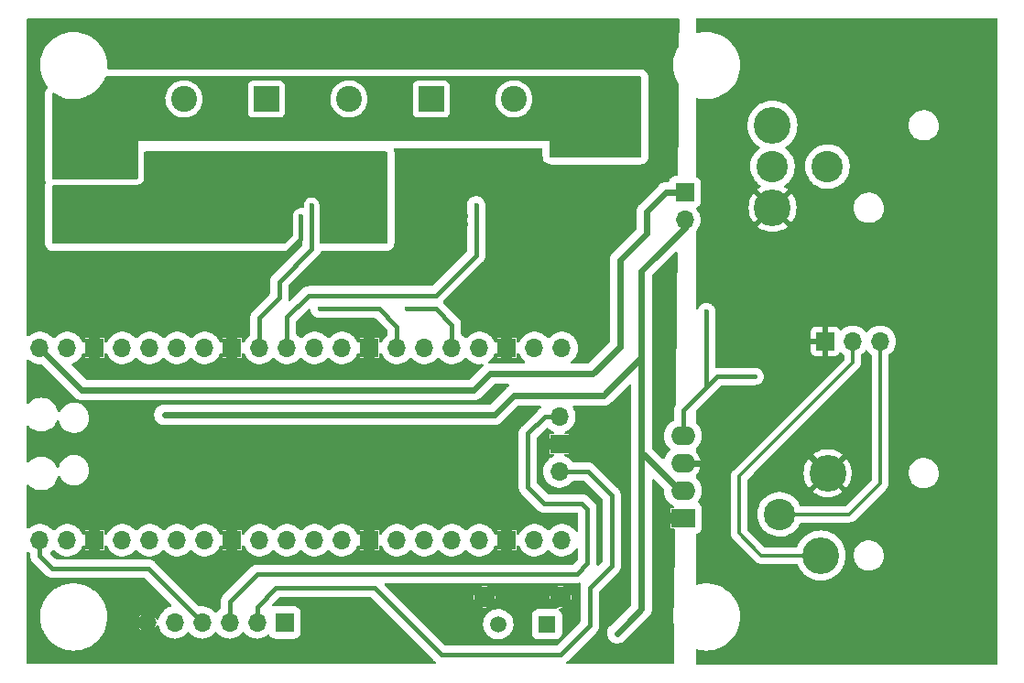
<source format=gbr>
%TF.GenerationSoftware,KiCad,Pcbnew,(6.0.0-0)*%
%TF.CreationDate,2022-10-24T17:27:12+01:00*%
%TF.ProjectId,PicoPyro,5069636f-5079-4726-9f2e-6b696361645f,rev?*%
%TF.SameCoordinates,Original*%
%TF.FileFunction,Copper,L2,Bot*%
%TF.FilePolarity,Positive*%
%FSLAX46Y46*%
G04 Gerber Fmt 4.6, Leading zero omitted, Abs format (unit mm)*
G04 Created by KiCad (PCBNEW (6.0.0-0)) date 2022-10-24 17:27:12*
%MOMM*%
%LPD*%
G01*
G04 APERTURE LIST*
%TA.AperFunction,ComponentPad*%
%ADD10R,1.500000X1.500000*%
%TD*%
%TA.AperFunction,ComponentPad*%
%ADD11C,1.500000*%
%TD*%
%TA.AperFunction,ComponentPad*%
%ADD12C,1.950000*%
%TD*%
%TA.AperFunction,ComponentPad*%
%ADD13R,2.400000X2.400000*%
%TD*%
%TA.AperFunction,ComponentPad*%
%ADD14C,2.400000*%
%TD*%
%TA.AperFunction,ComponentPad*%
%ADD15R,1.700000X1.700000*%
%TD*%
%TA.AperFunction,ComponentPad*%
%ADD16O,1.700000X1.700000*%
%TD*%
%TA.AperFunction,ComponentPad*%
%ADD17C,4.000000*%
%TD*%
%TA.AperFunction,ComponentPad*%
%ADD18R,3.800000X3.800000*%
%TD*%
%TA.AperFunction,ComponentPad*%
%ADD19R,2.250000X1.750000*%
%TD*%
%TA.AperFunction,ComponentPad*%
%ADD20O,2.250000X1.750000*%
%TD*%
%TA.AperFunction,ComponentPad*%
%ADD21C,3.400000*%
%TD*%
%TA.AperFunction,ComponentPad*%
%ADD22C,2.900000*%
%TD*%
%TA.AperFunction,ViaPad*%
%ADD23C,0.400000*%
%TD*%
%TA.AperFunction,Conductor*%
%ADD24C,0.600000*%
%TD*%
%TA.AperFunction,Conductor*%
%ADD25C,0.400000*%
%TD*%
%TA.AperFunction,Conductor*%
%ADD26C,0.300000*%
%TD*%
G04 APERTURE END LIST*
D10*
%TO.P,S701,1,COM*%
%TO.N,+3V3*%
X174750000Y-115162500D03*
D11*
%TO.P,S701,2,NO*%
%TO.N,/BUTTON_MODE*%
X170250000Y-115162500D03*
D12*
%TO.P,S701,3,GND_1*%
%TO.N,GND*%
X176000000Y-112662500D03*
%TO.P,S701,4,GND_2*%
X169000000Y-112662500D03*
%TD*%
D13*
%TO.P,J501,1,1*%
%TO.N,Net-(C501-Pad2)*%
X179300000Y-66600000D03*
D14*
%TO.P,J501,2,2*%
%TO.N,GND*%
X171680000Y-66600000D03*
%TD*%
D13*
%TO.P,J202,1,1*%
%TO.N,Net-(J202-Pad1)*%
X148810000Y-66600000D03*
D14*
%TO.P,J202,2,2*%
%TO.N,Net-(J202-Pad2)*%
X141190000Y-66600000D03*
%TD*%
D13*
%TO.P,J201,1,1*%
%TO.N,Net-(J201-Pad1)*%
X164060000Y-66600000D03*
D14*
%TO.P,J201,2,2*%
%TO.N,Net-(J201-Pad2)*%
X156440000Y-66600000D03*
%TD*%
D15*
%TO.P,J503,1,Pin_1*%
%TO.N,VBUS*%
X187500000Y-75225000D03*
D16*
%TO.P,J503,2,Pin_2*%
%TO.N,+5V*%
X187500000Y-77765000D03*
%TD*%
%TO.P,U001,43,SWDIO*%
%TO.N,/DEBUG_DIO*%
X175900000Y-95960000D03*
D15*
%TO.P,U001,42,GND*%
%TO.N,GND*%
X175900000Y-98500000D03*
D16*
%TO.P,U001,41,SWCLK*%
%TO.N,/DEBUG_CLK*%
X175900000Y-101040000D03*
%TO.P,U001,40,VBUS*%
%TO.N,VBUS*%
X127870000Y-89610000D03*
%TO.P,U001,39,VSYS*%
%TO.N,+5V*%
X130410000Y-89610000D03*
D15*
%TO.P,U001,38,GND*%
%TO.N,GND*%
X132950000Y-89610000D03*
D16*
%TO.P,U001,37,3V3_EN*%
%TO.N,unconnected-(U001-Pad37)*%
X135490000Y-89610000D03*
%TO.P,U001,36,3V3*%
%TO.N,+3V3*%
X138030000Y-89610000D03*
%TO.P,U001,35,ADC_VREF*%
%TO.N,unconnected-(U001-Pad35)*%
X140570000Y-89610000D03*
%TO.P,U001,34,GPIO28_ADC2*%
%TO.N,unconnected-(U001-Pad34)*%
X143110000Y-89610000D03*
D15*
%TO.P,U001,33,AGND*%
%TO.N,GND*%
X145650000Y-89610000D03*
D16*
%TO.P,U001,32,GPIO27_ADC1*%
%TO.N,/PYRO1_MEASURE*%
X148190000Y-89610000D03*
%TO.P,U001,31,GPIO26_ADC0*%
%TO.N,/PYRO0_MEASURE*%
X150730000Y-89610000D03*
%TO.P,U001,30,RUN*%
%TO.N,unconnected-(U001-Pad30)*%
X153270000Y-89610000D03*
%TO.P,U001,29,GPIO22*%
%TO.N,/PYRO1_FIRE*%
X155810000Y-89610000D03*
D15*
%TO.P,U001,28,GND*%
%TO.N,GND*%
X158350000Y-89610000D03*
D16*
%TO.P,U001,27,GPIO21*%
%TO.N,/PYRO1_LED*%
X160890000Y-89610000D03*
%TO.P,U001,26,GPIO20*%
%TO.N,/PYRO0_FIRE*%
X163430000Y-89610000D03*
%TO.P,U001,25,GPIO19*%
%TO.N,/PYRO0_LED*%
X165970000Y-89610000D03*
%TO.P,U001,24,GPIO18*%
%TO.N,unconnected-(U001-Pad24)*%
X168510000Y-89610000D03*
D15*
%TO.P,U001,23,GND*%
%TO.N,GND*%
X171050000Y-89610000D03*
D16*
%TO.P,U001,22,GPIO17*%
%TO.N,/DMX_IO*%
X173590000Y-89610000D03*
%TO.P,U001,21,GPIO16*%
%TO.N,/DMX_RDM*%
X176130000Y-89610000D03*
%TO.P,U001,20,GPIO15*%
%TO.N,unconnected-(U001-Pad20)*%
X176130000Y-107390000D03*
%TO.P,U001,19,GPIO14*%
%TO.N,/BUTTON_MODE*%
X173590000Y-107390000D03*
D15*
%TO.P,U001,18,GND*%
%TO.N,GND*%
X171050000Y-107390000D03*
D16*
%TO.P,U001,17,GPIO13*%
%TO.N,unconnected-(U001-Pad17)*%
X168510000Y-107390000D03*
%TO.P,U001,16,GPIO12*%
%TO.N,unconnected-(U001-Pad16)*%
X165970000Y-107390000D03*
%TO.P,U001,15,GPIO11*%
%TO.N,unconnected-(U001-Pad15)*%
X163430000Y-107390000D03*
%TO.P,U001,14,GPIO10*%
%TO.N,/LED_STATUS*%
X160890000Y-107390000D03*
D15*
%TO.P,U001,13,GND*%
%TO.N,GND*%
X158350000Y-107390000D03*
D16*
%TO.P,U001,12,GPIO9*%
%TO.N,unconnected-(U001-Pad12)*%
X155810000Y-107390000D03*
%TO.P,U001,11,GPIO8*%
%TO.N,unconnected-(U001-Pad11)*%
X153270000Y-107390000D03*
%TO.P,U001,10,GPIO7*%
%TO.N,unconnected-(U001-Pad10)*%
X150730000Y-107390000D03*
%TO.P,U001,9,GPIO6*%
%TO.N,unconnected-(U001-Pad9)*%
X148190000Y-107390000D03*
D15*
%TO.P,U001,8,GND*%
%TO.N,GND*%
X145650000Y-107390000D03*
D16*
%TO.P,U001,7,GPIO5*%
%TO.N,unconnected-(U001-Pad7)*%
X143110000Y-107390000D03*
%TO.P,U001,6,GPIO4*%
%TO.N,unconnected-(U001-Pad6)*%
X140570000Y-107390000D03*
%TO.P,U001,5,GPIO3*%
%TO.N,unconnected-(U001-Pad5)*%
X138030000Y-107390000D03*
%TO.P,U001,4,GPIO2*%
%TO.N,unconnected-(U001-Pad4)*%
X135490000Y-107390000D03*
D15*
%TO.P,U001,3,GND*%
%TO.N,GND*%
X132950000Y-107390000D03*
D16*
%TO.P,U001,2,GPIO1*%
%TO.N,/UART0_RX*%
X130410000Y-107390000D03*
%TO.P,U001,1,GPIO0*%
%TO.N,/UART0_TX*%
X127870000Y-107390000D03*
%TD*%
D17*
%TO.P,J502,2,Pin_2*%
%TO.N,/ARM*%
X131500000Y-77000000D03*
D18*
%TO.P,J502,1,Pin_1*%
%TO.N,Net-(C501-Pad2)*%
X131500000Y-72000000D03*
%TD*%
D19*
%TO.P,PS101,1,-Vin*%
%TO.N,GND*%
X187342500Y-105357500D03*
D20*
%TO.P,PS101,2,+Vin*%
%TO.N,+5V*%
X187342500Y-102817500D03*
%TO.P,PS101,3,-Vout*%
%TO.N,/GND_DMX*%
X187342500Y-100277500D03*
%TO.P,PS101,4,+Vout*%
%TO.N,/5V_DMX*%
X187342500Y-97737500D03*
%TD*%
D15*
%TO.P,J103,1,Pin_1*%
%TO.N,/GND_DMX*%
X200475000Y-89000000D03*
D16*
%TO.P,J103,2,Pin_2*%
%TO.N,Net-(J101-Pad2)*%
X203015000Y-89000000D03*
%TO.P,J103,3,Pin_3*%
%TO.N,Net-(J101-Pad3)*%
X205555000Y-89000000D03*
%TD*%
D21*
%TO.P,J102,2*%
%TO.N,Net-(J101-Pad2)*%
X195610000Y-69040000D03*
%TO.P,J102,1*%
%TO.N,/GND_DMX*%
X195610000Y-76660000D03*
D22*
%TO.P,J102,3*%
%TO.N,Net-(J101-Pad3)*%
X195610000Y-72850000D03*
%TO.P,J102,G*%
%TO.N,N/C*%
X200690000Y-72850000D03*
%TD*%
%TO.P,J101,3*%
%TO.N,Net-(J101-Pad3)*%
X196250000Y-105000000D03*
D21*
%TO.P,J101,2*%
%TO.N,Net-(J101-Pad2)*%
X200065000Y-108810000D03*
%TO.P,J101,1*%
%TO.N,/GND_DMX*%
X200700000Y-101190000D03*
%TD*%
D16*
%TO.P,J001,6,Pin_6*%
%TO.N,GND*%
X137800000Y-115000000D03*
%TO.P,J001,5,Pin_5*%
%TO.N,/UART0_RX*%
X140340000Y-115000000D03*
%TO.P,J001,4,Pin_4*%
%TO.N,/UART0_TX*%
X142880000Y-115000000D03*
%TO.P,J001,3,Pin_3*%
%TO.N,/DEBUG_DIO*%
X145420000Y-115000000D03*
%TO.P,J001,2,Pin_2*%
%TO.N,/DEBUG_CLK*%
X147960000Y-115000000D03*
D15*
%TO.P,J001,1,Pin_1*%
%TO.N,VBUS*%
X150500000Y-115000000D03*
%TD*%
D23*
%TO.N,/ARM*%
X142500000Y-77000000D03*
%TO.N,GND*%
X159000000Y-81000000D03*
X156500000Y-81000000D03*
X154000000Y-82000000D03*
X170500000Y-85500000D03*
X173000000Y-80000000D03*
X173000000Y-77000000D03*
X183500000Y-75000000D03*
%TO.N,/GND_DMX*%
X195000000Y-96000000D03*
X195500000Y-101500000D03*
%TO.N,GND*%
X145000000Y-111500000D03*
X143000000Y-112000000D03*
X153500000Y-115500000D03*
X159000000Y-115500000D03*
X167500000Y-116500000D03*
X166500000Y-112500000D03*
X164500000Y-114500000D03*
X164000000Y-112000000D03*
X182000000Y-107000000D03*
X182000000Y-98500000D03*
X182000000Y-95500000D03*
X182000000Y-102500000D03*
X180500000Y-97500000D03*
X184000000Y-61000000D03*
X178000000Y-61000000D03*
X166000000Y-61000000D03*
X163000000Y-61000000D03*
X175000000Y-61000000D03*
X160000000Y-61000000D03*
X181000000Y-61000000D03*
X172000000Y-61000000D03*
X169000000Y-61000000D03*
X154000000Y-61000000D03*
X139000000Y-61000000D03*
X142000000Y-61000000D03*
X148000000Y-61000000D03*
X151000000Y-61000000D03*
X145000000Y-61000000D03*
X157000000Y-61000000D03*
X136000000Y-61000000D03*
X128000000Y-69500000D03*
X128000000Y-75500000D03*
X128000000Y-81500000D03*
X128000000Y-72500000D03*
X128000000Y-78500000D03*
%TO.N,VBUS*%
X141500000Y-93500000D03*
X182000000Y-81000000D03*
%TO.N,GND*%
X179000000Y-85000000D03*
X178000000Y-84000000D03*
X176500000Y-84500000D03*
X175500000Y-83500000D03*
%TO.N,+5V*%
X184500000Y-81500000D03*
X183750000Y-82250000D03*
%TO.N,GND*%
X152000000Y-77390000D03*
%TO.N,/GND_DMX*%
X196000000Y-111500000D03*
X193000000Y-82000000D03*
X203500000Y-83000000D03*
X197500000Y-87500000D03*
X199500000Y-85500000D03*
X197000000Y-84500000D03*
X203000000Y-93500000D03*
X203000000Y-98000000D03*
X201000000Y-97000000D03*
X205000000Y-74500000D03*
X205000000Y-79000000D03*
X199500000Y-79500000D03*
X203000000Y-80500000D03*
X200500000Y-77500000D03*
X210500000Y-64000000D03*
X205500000Y-66500000D03*
X204500000Y-63000000D03*
X198500000Y-63000000D03*
X200000000Y-66500000D03*
X211000000Y-77000000D03*
X212500000Y-72500000D03*
X210000000Y-82000000D03*
X211500000Y-98000000D03*
X208000000Y-97000000D03*
X205500000Y-114500000D03*
X212500000Y-107500000D03*
X211500000Y-87500000D03*
X208000000Y-87000000D03*
X213000000Y-82500000D03*
X211500000Y-93000000D03*
X208000000Y-106500000D03*
X209500000Y-112000000D03*
X201500000Y-113000000D03*
%TO.N,GND*%
X133500000Y-103500000D03*
X181500000Y-112000000D03*
X180500000Y-100000000D03*
X171000000Y-100500000D03*
X171000000Y-97500000D03*
X168000000Y-98500000D03*
X157000000Y-98000000D03*
X154500000Y-103500000D03*
X158000000Y-103500000D03*
X153000000Y-98500000D03*
X151000000Y-102000000D03*
X168000000Y-104500000D03*
X159000000Y-99500000D03*
X144000000Y-101500000D03*
X146500000Y-100000000D03*
X148500000Y-104000000D03*
X163000000Y-102000000D03*
X140500000Y-101000000D03*
X141500000Y-99000000D03*
X138000000Y-103000000D03*
X137500000Y-99500000D03*
%TO.N,/ARM*%
X135000000Y-79000000D03*
X135000000Y-76000000D03*
X136000000Y-77500000D03*
%TO.N,GND*%
X168500000Y-85000000D03*
X170000000Y-83000000D03*
X170000000Y-80000000D03*
X170000000Y-77000000D03*
X173000000Y-74000000D03*
X170000000Y-74000000D03*
X137000000Y-84500000D03*
X134000000Y-84500000D03*
X131000000Y-84500000D03*
X128000000Y-84500000D03*
X128000000Y-92000000D03*
X128000000Y-98500000D03*
X128000000Y-105000000D03*
%TO.N,/GND_DMX*%
X190500000Y-97000000D03*
X190500000Y-100000000D03*
X190500000Y-103000000D03*
X190500000Y-106000000D03*
X190500000Y-109000000D03*
X192000000Y-111000000D03*
X194000000Y-114000000D03*
X193000000Y-118000000D03*
X195500000Y-117000000D03*
X210500000Y-117000000D03*
X198500000Y-117000000D03*
X207500000Y-117000000D03*
X201500000Y-117000000D03*
X204500000Y-117000000D03*
X213500000Y-117000000D03*
X192500000Y-67000000D03*
X194000000Y-65000000D03*
X194500000Y-62500000D03*
X195500000Y-61000000D03*
X198500000Y-61000000D03*
X201500000Y-61000000D03*
X204500000Y-61000000D03*
X207500000Y-61000000D03*
X210500000Y-61000000D03*
X213500000Y-61000000D03*
X214500000Y-116000000D03*
X214500000Y-98000000D03*
X214500000Y-107000000D03*
X214500000Y-104000000D03*
X214500000Y-101000000D03*
X214500000Y-113000000D03*
X214500000Y-110000000D03*
X214500000Y-89000000D03*
X214500000Y-92000000D03*
X214500000Y-95000000D03*
X214500000Y-68000000D03*
X214500000Y-65000000D03*
X214500000Y-62000000D03*
X214500000Y-74000000D03*
X214500000Y-83000000D03*
X214500000Y-86000000D03*
X214500000Y-80000000D03*
X214500000Y-71000000D03*
X214500000Y-77000000D03*
X190000000Y-83000000D03*
X190000000Y-80000000D03*
X190000000Y-77000000D03*
X190000000Y-74000000D03*
X190000000Y-71000000D03*
X190000000Y-68000000D03*
%TO.N,GND*%
X185500000Y-65000000D03*
X185500000Y-62000000D03*
X182500000Y-118000000D03*
X185500000Y-71000000D03*
X185500000Y-68000000D03*
X185500000Y-74000000D03*
X185500000Y-83000000D03*
X185500000Y-92000000D03*
X185500000Y-95000000D03*
X185500000Y-106000000D03*
X185500000Y-109000000D03*
X185500000Y-112000000D03*
X185500000Y-115000000D03*
%TO.N,/GND_DMX*%
X189500000Y-118000000D03*
%TO.N,GND*%
X185500000Y-118000000D03*
X136000000Y-112000000D03*
X136000000Y-115000000D03*
X163000000Y-118000000D03*
X157000000Y-118000000D03*
X154000000Y-118000000D03*
X148000000Y-84500000D03*
X146500000Y-84500000D03*
X151000000Y-118000000D03*
X148000000Y-118000000D03*
X145000000Y-118000000D03*
X142000000Y-118000000D03*
X139000000Y-118000000D03*
X136000000Y-118000000D03*
%TO.N,+5V*%
X141000000Y-95800000D03*
X139400000Y-95800000D03*
X182250000Y-115000000D03*
X181250000Y-116000000D03*
%TO.N,/5V_DMX*%
X194000000Y-92250000D03*
X189500000Y-86250000D03*
%TO.N,/ARM*%
X154500000Y-77500000D03*
X155000000Y-79000000D03*
X159000000Y-76000000D03*
X156500000Y-77500000D03*
X157000000Y-76000000D03*
X158500000Y-77500000D03*
X155000000Y-76000000D03*
X139000000Y-79000000D03*
X137000000Y-79000000D03*
X137000000Y-76000000D03*
X139000000Y-76000000D03*
X138500000Y-77500000D03*
X141000000Y-76000000D03*
X140500000Y-77500000D03*
X143000000Y-76000000D03*
%TO.N,/PYRO0_LED*%
X161750000Y-86000000D03*
%TO.N,/PYRO1_LED*%
X153750000Y-86000000D03*
%TO.N,GND*%
X145250000Y-83500000D03*
X144750000Y-82500000D03*
X146500000Y-82500000D03*
X145250000Y-81500000D03*
X147000000Y-83500000D03*
X147000000Y-81500000D03*
X148000000Y-82500000D03*
X148750000Y-81500000D03*
X163500000Y-82500000D03*
X160000000Y-82500000D03*
X162250000Y-83500000D03*
X160500000Y-83500000D03*
X161750000Y-82500000D03*
X160500000Y-81500000D03*
X162250000Y-81500000D03*
X164000000Y-81500000D03*
X167490000Y-83490000D03*
X157990000Y-83490000D03*
X142990000Y-83490000D03*
X151990000Y-83490000D03*
%TO.N,/PYRO0_MEASURE*%
X168200000Y-76434075D03*
%TO.N,/PYRO1_MEASURE*%
X153000000Y-76434075D03*
%TO.N,GND*%
X167260000Y-78190000D03*
X152000000Y-78190000D03*
X167260000Y-77390000D03*
%TD*%
D24*
%TO.N,VBUS*%
X184000000Y-77000000D02*
X185775000Y-75225000D01*
X184000000Y-79000000D02*
X184000000Y-77000000D01*
X182000000Y-81000000D02*
X184000000Y-79000000D01*
%TO.N,+5V*%
X187500000Y-77765000D02*
X187500000Y-78500000D01*
X187500000Y-78500000D02*
X184500000Y-81500000D01*
%TO.N,VBUS*%
X185775000Y-75225000D02*
X187500000Y-75225000D01*
X141500000Y-93500000D02*
X147500000Y-93500000D01*
X147500000Y-93500000D02*
X168000000Y-93500000D01*
X168000000Y-93500000D02*
X169500000Y-92000000D01*
X169500000Y-92000000D02*
X179000000Y-92000000D01*
X181500000Y-89500000D02*
X181500000Y-81500000D01*
X179000000Y-92000000D02*
X181500000Y-89500000D01*
X181500000Y-81500000D02*
X182000000Y-81000000D01*
X131760000Y-93500000D02*
X141500000Y-93500000D01*
X127870000Y-89610000D02*
X131760000Y-93500000D01*
%TO.N,+5V*%
X183500000Y-99250000D02*
X183500000Y-90000000D01*
X183500000Y-90000000D02*
X183500000Y-82500000D01*
X169900000Y-95800000D02*
X171700000Y-94000000D01*
X171700000Y-94000000D02*
X180000000Y-94000000D01*
X180000000Y-94000000D02*
X183500000Y-90500000D01*
X183500000Y-90500000D02*
X183500000Y-90000000D01*
X183500000Y-82500000D02*
X184500000Y-81500000D01*
D25*
%TO.N,GND*%
X152000000Y-78190000D02*
X152000000Y-77390000D01*
%TO.N,/DEBUG_CLK*%
X149700000Y-111800000D02*
X158800000Y-111800000D01*
X158800000Y-111800000D02*
X165000000Y-118000000D01*
X178700000Y-115300000D02*
X176000000Y-118000000D01*
X178700000Y-111800000D02*
X178700000Y-115300000D01*
X176000000Y-118000000D02*
X165000000Y-118000000D01*
D26*
%TO.N,Net-(J101-Pad3)*%
X196250000Y-105000000D02*
X202700000Y-105000000D01*
X202700000Y-105000000D02*
X205555000Y-102145000D01*
X205555000Y-102145000D02*
X205555000Y-89000000D01*
D24*
%TO.N,GND*%
X187342500Y-105357500D02*
X185142500Y-105357500D01*
%TO.N,/GND_DMX*%
X187342500Y-100277500D02*
X189577500Y-100277500D01*
D25*
%TO.N,/DEBUG_CLK*%
X147960000Y-115000000D02*
X147960000Y-113540000D01*
X147960000Y-113540000D02*
X149700000Y-111800000D01*
X180750000Y-103250000D02*
X178540000Y-101040000D01*
X178700000Y-111800000D02*
X180750000Y-109750000D01*
X180750000Y-109750000D02*
X180750000Y-103250000D01*
X178540000Y-101040000D02*
X175900000Y-101040000D01*
%TO.N,/DEBUG_DIO*%
X145420000Y-115000000D02*
X145420000Y-113080000D01*
X145420000Y-113080000D02*
X148000000Y-110500000D01*
X148000000Y-110500000D02*
X177500000Y-110500000D01*
X174500000Y-104000000D02*
X173000000Y-102500000D01*
X173000000Y-97500000D02*
X174540000Y-95960000D01*
X177500000Y-110500000D02*
X178500000Y-109500000D01*
X178500000Y-109500000D02*
X178500000Y-104500000D01*
X173000000Y-102500000D02*
X173000000Y-97500000D01*
X178500000Y-104500000D02*
X178000000Y-104000000D01*
X178000000Y-104000000D02*
X174500000Y-104000000D01*
X174540000Y-95960000D02*
X175900000Y-95960000D01*
D24*
%TO.N,+5V*%
X141000000Y-95800000D02*
X139400000Y-95800000D01*
X169800000Y-95800000D02*
X141000000Y-95800000D01*
D25*
%TO.N,GND*%
X152000000Y-78190000D02*
X152000000Y-79500000D01*
X152000000Y-79500000D02*
X150500000Y-81000000D01*
D24*
%TO.N,+5V*%
X182250000Y-115000000D02*
X181250000Y-116000000D01*
X183500000Y-99250000D02*
X183500000Y-113750000D01*
X183500000Y-113750000D02*
X182250000Y-115000000D01*
X187067500Y-102817500D02*
X183500000Y-99250000D01*
X187342500Y-102817500D02*
X187067500Y-102817500D01*
D25*
%TO.N,/5V_DMX*%
X194000000Y-92250000D02*
X190500000Y-92250000D01*
X190500000Y-92250000D02*
X189500000Y-93250000D01*
X189500000Y-93250000D02*
X189500000Y-86250000D01*
X187342500Y-97737500D02*
X187342500Y-95407500D01*
X187342500Y-95407500D02*
X189500000Y-93250000D01*
D26*
%TO.N,Net-(J101-Pad2)*%
X192500000Y-106750000D02*
X194250000Y-108500000D01*
X200065000Y-108810000D02*
X194560000Y-108810000D01*
X194560000Y-108810000D02*
X194250000Y-108500000D01*
X203015000Y-89000000D02*
X203015000Y-90985000D01*
X203015000Y-90985000D02*
X192500000Y-101500000D01*
X192500000Y-101500000D02*
X192500000Y-106750000D01*
D25*
%TO.N,/UART0_TX*%
X129000000Y-110000000D02*
X137880000Y-110000000D01*
X137880000Y-110000000D02*
X142880000Y-115000000D01*
X127870000Y-107390000D02*
X127870000Y-108870000D01*
X127870000Y-108870000D02*
X129000000Y-110000000D01*
%TO.N,/PYRO0_LED*%
X165970000Y-89610000D02*
X165970000Y-87470000D01*
X164500000Y-86000000D02*
X161750000Y-86000000D01*
X165970000Y-87470000D02*
X164500000Y-86000000D01*
%TO.N,/PYRO1_LED*%
X153750000Y-86000000D02*
X159250000Y-86000000D01*
X159250000Y-86000000D02*
X160890000Y-87640000D01*
X160890000Y-87640000D02*
X160890000Y-89610000D01*
%TO.N,/PYRO0_MEASURE*%
X168200000Y-76434075D02*
X168200000Y-81050000D01*
X150730000Y-86770000D02*
X150730000Y-89610000D01*
X168200000Y-81050000D02*
X164500000Y-84750000D01*
X164500000Y-84750000D02*
X152750000Y-84750000D01*
X152750000Y-84750000D02*
X150730000Y-86770000D01*
%TO.N,/PYRO1_MEASURE*%
X148190000Y-89610000D02*
X148190000Y-86810000D01*
X148190000Y-86810000D02*
X150000000Y-85000000D01*
X153000000Y-80500000D02*
X153000000Y-76434075D01*
X150000000Y-85000000D02*
X150000000Y-83500000D01*
X150000000Y-83500000D02*
X153000000Y-80500000D01*
%TD*%
%TA.AperFunction,Conductor*%
%TO.N,GND*%
G36*
X182467532Y-92980844D02*
G01*
X182524368Y-93023391D01*
X182549179Y-93089911D01*
X182549500Y-93098900D01*
X182549500Y-99234568D01*
X182549451Y-99238086D01*
X182547164Y-99319972D01*
X182548272Y-99326258D01*
X182548740Y-99332625D01*
X182548485Y-99332644D01*
X182549500Y-99344245D01*
X182549500Y-113304100D01*
X182529498Y-113372221D01*
X182512595Y-113393195D01*
X180543771Y-115362019D01*
X180541753Y-115364494D01*
X180541747Y-115364500D01*
X180456420Y-115469122D01*
X180452385Y-115474070D01*
X180449430Y-115479723D01*
X180449429Y-115479724D01*
X180440309Y-115497169D01*
X180362923Y-115645194D01*
X180309697Y-115830813D01*
X180309207Y-115837177D01*
X180309207Y-115837179D01*
X180295520Y-116015069D01*
X180294883Y-116023342D01*
X180319085Y-116214919D01*
X180321141Y-116220957D01*
X180321141Y-116220959D01*
X180324974Y-116232219D01*
X180381314Y-116397716D01*
X180425130Y-116472398D01*
X180462214Y-116535605D01*
X180479029Y-116564266D01*
X180608237Y-116707766D01*
X180763661Y-116822355D01*
X180769451Y-116825030D01*
X180769452Y-116825031D01*
X180819640Y-116848221D01*
X180938952Y-116903351D01*
X181126949Y-116947445D01*
X181236628Y-116950508D01*
X181313590Y-116952658D01*
X181313592Y-116952658D01*
X181319972Y-116952836D01*
X181510137Y-116919305D01*
X181689675Y-116848221D01*
X181734990Y-116818568D01*
X181847203Y-116745138D01*
X181847204Y-116745137D01*
X181851254Y-116742487D01*
X181855968Y-116738242D01*
X184161189Y-114433021D01*
X184163711Y-114430568D01*
X184218596Y-114378666D01*
X184218597Y-114378665D01*
X184223235Y-114374279D01*
X184255980Y-114327514D01*
X184261533Y-114320171D01*
X184297615Y-114275930D01*
X184310097Y-114252053D01*
X184318543Y-114238164D01*
X184319998Y-114236086D01*
X184333991Y-114216102D01*
X184356656Y-114163727D01*
X184360632Y-114155392D01*
X184384118Y-114110468D01*
X184387078Y-114104806D01*
X184394504Y-114078908D01*
X184399985Y-114063599D01*
X184402869Y-114056936D01*
X184410680Y-114038885D01*
X184422354Y-113983004D01*
X184424565Y-113974070D01*
X184424773Y-113973345D01*
X184440303Y-113919187D01*
X184442371Y-113892318D01*
X184444662Y-113876221D01*
X184445758Y-113870978D01*
X184450168Y-113849867D01*
X184450500Y-113843532D01*
X184450500Y-113791506D01*
X184450871Y-113781839D01*
X184454628Y-113733017D01*
X184454628Y-113733014D01*
X184455117Y-113726658D01*
X184451494Y-113697979D01*
X184450500Y-113682187D01*
X184450500Y-101848900D01*
X184470502Y-101780779D01*
X184524158Y-101734286D01*
X184594432Y-101724182D01*
X184659012Y-101753676D01*
X184665595Y-101759805D01*
X185532957Y-102627167D01*
X185566983Y-102689479D01*
X185569732Y-102721978D01*
X185562969Y-102870912D01*
X185563550Y-102875932D01*
X185563550Y-102875936D01*
X185584475Y-103056783D01*
X185591184Y-103114768D01*
X185592562Y-103119639D01*
X185592563Y-103119642D01*
X185613764Y-103194565D01*
X185658025Y-103350977D01*
X185690156Y-103419883D01*
X185758004Y-103565383D01*
X185761770Y-103573460D01*
X185764612Y-103577641D01*
X185764612Y-103577642D01*
X185896906Y-103772307D01*
X185896909Y-103772311D01*
X185899752Y-103776494D01*
X186068420Y-103954856D01*
X186072446Y-103957934D01*
X186072447Y-103957935D01*
X186259416Y-104100883D01*
X186259420Y-104100886D01*
X186263436Y-104103956D01*
X186267894Y-104106346D01*
X186267895Y-104106347D01*
X186434083Y-104195456D01*
X186484666Y-104245274D01*
X186500286Y-104314531D01*
X186475982Y-104381239D01*
X186419472Y-104424217D01*
X186374542Y-104432500D01*
X186218759Y-104432500D01*
X186209000Y-104433461D01*
X186189992Y-104441335D01*
X186176335Y-104454992D01*
X186168461Y-104474000D01*
X186167500Y-104483759D01*
X186167500Y-104839385D01*
X186171975Y-104854624D01*
X186173365Y-104855829D01*
X186181048Y-104857500D01*
X186622117Y-104857500D01*
X186614052Y-105857500D01*
X186185615Y-105857500D01*
X186170376Y-105861975D01*
X186169171Y-105863365D01*
X186167500Y-105871048D01*
X186167500Y-106231241D01*
X186168461Y-106241000D01*
X186176335Y-106260008D01*
X186189992Y-106273665D01*
X186209000Y-106281539D01*
X186218759Y-106282500D01*
X186483605Y-106282500D01*
X186551726Y-106302502D01*
X186598219Y-106356158D01*
X186609601Y-106409514D01*
X186552358Y-113507605D01*
X186552354Y-113508133D01*
X186547921Y-113540258D01*
X186462299Y-113854317D01*
X186451371Y-113925316D01*
X186422121Y-114115359D01*
X186408732Y-114202345D01*
X186408592Y-114205909D01*
X186398004Y-114475409D01*
X186394908Y-114554200D01*
X186421004Y-114905358D01*
X186486684Y-115251304D01*
X186487742Y-115254713D01*
X186487744Y-115254719D01*
X186531168Y-115394566D01*
X186536831Y-115432945D01*
X186510435Y-118706068D01*
X186510282Y-118725016D01*
X186489731Y-118792973D01*
X186435702Y-118839032D01*
X186384286Y-118850000D01*
X176656979Y-118850000D01*
X176588858Y-118829998D01*
X176542365Y-118776342D01*
X176532261Y-118706068D01*
X176561755Y-118641488D01*
X176567884Y-118634905D01*
X176591478Y-118611311D01*
X176594000Y-118608858D01*
X176646549Y-118559165D01*
X176646551Y-118559163D01*
X176651507Y-118554476D01*
X176655341Y-118548834D01*
X176659767Y-118543634D01*
X176660171Y-118543978D01*
X176666707Y-118536082D01*
X179272350Y-115930438D01*
X179280117Y-115923295D01*
X179295971Y-115909897D01*
X179319540Y-115889980D01*
X179325914Y-115881644D01*
X179359909Y-115837179D01*
X179368409Y-115826062D01*
X179370302Y-115823647D01*
X179416454Y-115766247D01*
X179416456Y-115766244D01*
X179420731Y-115760927D01*
X179423768Y-115754810D01*
X179425438Y-115752198D01*
X179425714Y-115751804D01*
X179425791Y-115751680D01*
X179426023Y-115751258D01*
X179427630Y-115748605D01*
X179431777Y-115743180D01*
X179465779Y-115670262D01*
X179467110Y-115667495D01*
X179499861Y-115601520D01*
X179499863Y-115601516D01*
X179502895Y-115595407D01*
X179504547Y-115588782D01*
X179505615Y-115585879D01*
X179505803Y-115585427D01*
X179505851Y-115585292D01*
X179505986Y-115584833D01*
X179506987Y-115581892D01*
X179509873Y-115575703D01*
X179526151Y-115502876D01*
X179527427Y-115497169D01*
X179528136Y-115494172D01*
X179545949Y-115422728D01*
X179545949Y-115422727D01*
X179547600Y-115416106D01*
X179547790Y-115409286D01*
X179548212Y-115406208D01*
X179548377Y-115405291D01*
X179549054Y-115400415D01*
X179550183Y-115395363D01*
X179550500Y-115389693D01*
X179550500Y-115314035D01*
X179550549Y-115310517D01*
X179550597Y-115308787D01*
X179552759Y-115231388D01*
X179551480Y-115224682D01*
X179550933Y-115217885D01*
X179551462Y-115217842D01*
X179550500Y-115207636D01*
X179550500Y-112204479D01*
X179570502Y-112136358D01*
X179587405Y-112115384D01*
X181322350Y-110380438D01*
X181330117Y-110373295D01*
X181364326Y-110344386D01*
X181369540Y-110339980D01*
X181418409Y-110276062D01*
X181420302Y-110273647D01*
X181466454Y-110216247D01*
X181466456Y-110216244D01*
X181470731Y-110210927D01*
X181473768Y-110204810D01*
X181475438Y-110202198D01*
X181475714Y-110201804D01*
X181475791Y-110201680D01*
X181476023Y-110201258D01*
X181477630Y-110198605D01*
X181481777Y-110193180D01*
X181515779Y-110120262D01*
X181517110Y-110117495D01*
X181549861Y-110051520D01*
X181549863Y-110051516D01*
X181552895Y-110045407D01*
X181554547Y-110038782D01*
X181555615Y-110035879D01*
X181555803Y-110035427D01*
X181555851Y-110035292D01*
X181555986Y-110034833D01*
X181556987Y-110031892D01*
X181559873Y-110025703D01*
X181577427Y-109947169D01*
X181578136Y-109944172D01*
X181595949Y-109872728D01*
X181595949Y-109872727D01*
X181597600Y-109866106D01*
X181597790Y-109859286D01*
X181598212Y-109856208D01*
X181598377Y-109855291D01*
X181599054Y-109850415D01*
X181600183Y-109845363D01*
X181600500Y-109839693D01*
X181600500Y-109764036D01*
X181600549Y-109760518D01*
X181601444Y-109728458D01*
X181602759Y-109681389D01*
X181601480Y-109674683D01*
X181600933Y-109667886D01*
X181601462Y-109667843D01*
X181600500Y-109657637D01*
X181600500Y-103291062D01*
X181600942Y-103280518D01*
X181601491Y-103273977D01*
X181605260Y-103229098D01*
X181604358Y-103222334D01*
X181594619Y-103149341D01*
X181594249Y-103146287D01*
X181586295Y-103073072D01*
X181586294Y-103073069D01*
X181585558Y-103066291D01*
X181583384Y-103059831D01*
X181582714Y-103056783D01*
X181582633Y-103056322D01*
X181582597Y-103056171D01*
X181582464Y-103055712D01*
X181581722Y-103052693D01*
X181580820Y-103045931D01*
X181578487Y-103039521D01*
X181578486Y-103039517D01*
X181553303Y-102970329D01*
X181552285Y-102967423D01*
X181528795Y-102897623D01*
X181528794Y-102897621D01*
X181526617Y-102891152D01*
X181523100Y-102885298D01*
X181521800Y-102882486D01*
X181521618Y-102882043D01*
X181521542Y-102881884D01*
X181521314Y-102881466D01*
X181519951Y-102878697D01*
X181517618Y-102872285D01*
X181513964Y-102866527D01*
X181513961Y-102866521D01*
X181474510Y-102804356D01*
X181472892Y-102801737D01*
X181434959Y-102738607D01*
X181434958Y-102738605D01*
X181431443Y-102732756D01*
X181426754Y-102727797D01*
X181424872Y-102725318D01*
X181424332Y-102724541D01*
X181421375Y-102720631D01*
X181418602Y-102716262D01*
X181414817Y-102712028D01*
X181361311Y-102658522D01*
X181358858Y-102656000D01*
X181309165Y-102603451D01*
X181309163Y-102603449D01*
X181304476Y-102598493D01*
X181298834Y-102594659D01*
X181293634Y-102590233D01*
X181293978Y-102589829D01*
X181286082Y-102583293D01*
X179170438Y-100467650D01*
X179163295Y-100459883D01*
X179154508Y-100449485D01*
X179129980Y-100420460D01*
X179066062Y-100371591D01*
X179063647Y-100369698D01*
X179006247Y-100323546D01*
X179006244Y-100323544D01*
X179000927Y-100319269D01*
X178994810Y-100316232D01*
X178992198Y-100314562D01*
X178991804Y-100314286D01*
X178991680Y-100314209D01*
X178991258Y-100313977D01*
X178988605Y-100312370D01*
X178983180Y-100308223D01*
X178910262Y-100274221D01*
X178907495Y-100272890D01*
X178841520Y-100240139D01*
X178841516Y-100240137D01*
X178835407Y-100237105D01*
X178828782Y-100235453D01*
X178825879Y-100234385D01*
X178825427Y-100234197D01*
X178825292Y-100234149D01*
X178824833Y-100234014D01*
X178821892Y-100233013D01*
X178815703Y-100230127D01*
X178793246Y-100225107D01*
X178737169Y-100212573D01*
X178734172Y-100211864D01*
X178662728Y-100194051D01*
X178662727Y-100194051D01*
X178656106Y-100192400D01*
X178649286Y-100192210D01*
X178646208Y-100191788D01*
X178645291Y-100191623D01*
X178640415Y-100190946D01*
X178635363Y-100189817D01*
X178629693Y-100189500D01*
X178554036Y-100189500D01*
X178550518Y-100189451D01*
X178548788Y-100189403D01*
X178471389Y-100187241D01*
X178464683Y-100188520D01*
X178457886Y-100189067D01*
X178457843Y-100188538D01*
X178447637Y-100189500D01*
X177205555Y-100189500D01*
X177137434Y-100169498D01*
X177099762Y-100131939D01*
X177097860Y-100128998D01*
X177092905Y-100121339D01*
X177066635Y-100092468D01*
X177018802Y-100039901D01*
X176926846Y-99938842D01*
X176922795Y-99935643D01*
X176922791Y-99935639D01*
X176737264Y-99789119D01*
X176737259Y-99789116D01*
X176733210Y-99785918D01*
X176728694Y-99783425D01*
X176728691Y-99783423D01*
X176521722Y-99669170D01*
X176521718Y-99669168D01*
X176517198Y-99666673D01*
X176512329Y-99664949D01*
X176512325Y-99664947D01*
X176455355Y-99644773D01*
X176397818Y-99603179D01*
X176371903Y-99537081D01*
X176385837Y-99467465D01*
X176435196Y-99416434D01*
X176497415Y-99400000D01*
X176748741Y-99400000D01*
X176758500Y-99399039D01*
X176777508Y-99391165D01*
X176791165Y-99377508D01*
X176799039Y-99358500D01*
X176800000Y-99348741D01*
X176800000Y-99018115D01*
X176795525Y-99002876D01*
X176794135Y-99001671D01*
X176786452Y-99000000D01*
X175018115Y-99000000D01*
X175002876Y-99004475D01*
X175001671Y-99005865D01*
X175000000Y-99013548D01*
X175000000Y-99348741D01*
X175000961Y-99358500D01*
X175008835Y-99377508D01*
X175022492Y-99391165D01*
X175041500Y-99399039D01*
X175051259Y-99400000D01*
X175296480Y-99400000D01*
X175364601Y-99420002D01*
X175411094Y-99473658D01*
X175421198Y-99543932D01*
X175391704Y-99608512D01*
X175335627Y-99645765D01*
X175316540Y-99652003D01*
X175311948Y-99654393D01*
X175311949Y-99654393D01*
X175132670Y-99747720D01*
X175097679Y-99765935D01*
X175093546Y-99769038D01*
X175093543Y-99769040D01*
X174927077Y-99894026D01*
X174900364Y-99914083D01*
X174729896Y-100092468D01*
X174726982Y-100096740D01*
X174726981Y-100096741D01*
X174663739Y-100189451D01*
X174590851Y-100296300D01*
X174555899Y-100371598D01*
X174489478Y-100514691D01*
X174486965Y-100520104D01*
X174421026Y-100757871D01*
X174394806Y-101003214D01*
X174395103Y-101008366D01*
X174395103Y-101008370D01*
X174403595Y-101155644D01*
X174409010Y-101249545D01*
X174410147Y-101254591D01*
X174410148Y-101254597D01*
X174429541Y-101340649D01*
X174463255Y-101490249D01*
X174556084Y-101718861D01*
X174558789Y-101723276D01*
X174558790Y-101723277D01*
X174575520Y-101750577D01*
X174685006Y-101929241D01*
X174846557Y-102115741D01*
X174850532Y-102119041D01*
X174850535Y-102119044D01*
X174874788Y-102139179D01*
X175036399Y-102273351D01*
X175249433Y-102397838D01*
X175254253Y-102399678D01*
X175254258Y-102399681D01*
X175368547Y-102443323D01*
X175479939Y-102485859D01*
X175485007Y-102486890D01*
X175485010Y-102486891D01*
X175604587Y-102511219D01*
X175721726Y-102535052D01*
X175726899Y-102535242D01*
X175726902Y-102535242D01*
X175963136Y-102543904D01*
X175963140Y-102543904D01*
X175968300Y-102544093D01*
X175973420Y-102543437D01*
X175973422Y-102543437D01*
X176049703Y-102533665D01*
X176213041Y-102512741D01*
X176217990Y-102511256D01*
X176217996Y-102511255D01*
X176444424Y-102443323D01*
X176444423Y-102443323D01*
X176449374Y-102441838D01*
X176553266Y-102390942D01*
X176666303Y-102335566D01*
X176666308Y-102335563D01*
X176670954Y-102333287D01*
X176675164Y-102330284D01*
X176675169Y-102330281D01*
X176867617Y-102193009D01*
X176867622Y-102193005D01*
X176871829Y-102190004D01*
X177046605Y-102015837D01*
X177098964Y-101942973D01*
X177154958Y-101899326D01*
X177201285Y-101890500D01*
X178135521Y-101890500D01*
X178203642Y-101910502D01*
X178224616Y-101927405D01*
X179862595Y-103565383D01*
X179896620Y-103627695D01*
X179899500Y-103654478D01*
X179899500Y-109345521D01*
X179879498Y-109413642D01*
X179862600Y-109434611D01*
X179558094Y-109739117D01*
X179495785Y-109773140D01*
X179424970Y-109768076D01*
X179368134Y-109725529D01*
X179343323Y-109659009D01*
X179345870Y-109629606D01*
X179345023Y-109629490D01*
X179345950Y-109622725D01*
X179347600Y-109616106D01*
X179347790Y-109609287D01*
X179348212Y-109606208D01*
X179348377Y-109605291D01*
X179349054Y-109600415D01*
X179350183Y-109595363D01*
X179350500Y-109589693D01*
X179350500Y-109514035D01*
X179350549Y-109510517D01*
X179351848Y-109464000D01*
X179352759Y-109431388D01*
X179351480Y-109424682D01*
X179350933Y-109417885D01*
X179351462Y-109417842D01*
X179350500Y-109407636D01*
X179350500Y-104541062D01*
X179350942Y-104530518D01*
X179354689Y-104485895D01*
X179355260Y-104479098D01*
X179352044Y-104454992D01*
X179344619Y-104399341D01*
X179344249Y-104396287D01*
X179336295Y-104323072D01*
X179336294Y-104323069D01*
X179335558Y-104316291D01*
X179333384Y-104309831D01*
X179332714Y-104306783D01*
X179332633Y-104306322D01*
X179332597Y-104306171D01*
X179332464Y-104305712D01*
X179331722Y-104302693D01*
X179330820Y-104295931D01*
X179328487Y-104289521D01*
X179328486Y-104289517D01*
X179303303Y-104220329D01*
X179302285Y-104217423D01*
X179278795Y-104147623D01*
X179278794Y-104147621D01*
X179276617Y-104141152D01*
X179273100Y-104135298D01*
X179271800Y-104132486D01*
X179271618Y-104132043D01*
X179271542Y-104131884D01*
X179271314Y-104131466D01*
X179269951Y-104128697D01*
X179267618Y-104122285D01*
X179263964Y-104116527D01*
X179263961Y-104116521D01*
X179224510Y-104054356D01*
X179222892Y-104051737D01*
X179184959Y-103988607D01*
X179184958Y-103988605D01*
X179181443Y-103982756D01*
X179176754Y-103977797D01*
X179174872Y-103975318D01*
X179174332Y-103974541D01*
X179171373Y-103970628D01*
X179168602Y-103966262D01*
X179164817Y-103962028D01*
X179111312Y-103908524D01*
X179108859Y-103906002D01*
X179084884Y-103880649D01*
X179054476Y-103848493D01*
X179048831Y-103844657D01*
X179043635Y-103840235D01*
X179043978Y-103839831D01*
X179036080Y-103833292D01*
X178630438Y-103427650D01*
X178623295Y-103419883D01*
X178594386Y-103385674D01*
X178589980Y-103380460D01*
X178526062Y-103331591D01*
X178523647Y-103329698D01*
X178466247Y-103283546D01*
X178466244Y-103283544D01*
X178460927Y-103279269D01*
X178454810Y-103276232D01*
X178452198Y-103274562D01*
X178451804Y-103274286D01*
X178451680Y-103274209D01*
X178451258Y-103273977D01*
X178448605Y-103272370D01*
X178443180Y-103268223D01*
X178370262Y-103234221D01*
X178367495Y-103232890D01*
X178301520Y-103200139D01*
X178301516Y-103200137D01*
X178295407Y-103197105D01*
X178288782Y-103195453D01*
X178285879Y-103194385D01*
X178285427Y-103194197D01*
X178285292Y-103194149D01*
X178284833Y-103194014D01*
X178281892Y-103193013D01*
X178275703Y-103190127D01*
X178253246Y-103185107D01*
X178197169Y-103172573D01*
X178194172Y-103171864D01*
X178122728Y-103154051D01*
X178122727Y-103154051D01*
X178116106Y-103152400D01*
X178109286Y-103152210D01*
X178106208Y-103151788D01*
X178105291Y-103151623D01*
X178100415Y-103150946D01*
X178095363Y-103149817D01*
X178089693Y-103149500D01*
X178014036Y-103149500D01*
X178010518Y-103149451D01*
X178008788Y-103149403D01*
X177931389Y-103147241D01*
X177924683Y-103148520D01*
X177917886Y-103149067D01*
X177917843Y-103148538D01*
X177907637Y-103149500D01*
X174904479Y-103149500D01*
X174836358Y-103129498D01*
X174815389Y-103112600D01*
X173887404Y-102184616D01*
X173853380Y-102122305D01*
X173850500Y-102095522D01*
X173850500Y-97904480D01*
X173870502Y-97836359D01*
X173887404Y-97815385D01*
X174277257Y-97425532D01*
X174667994Y-97034794D01*
X174730307Y-97000769D01*
X174801122Y-97005833D01*
X174844547Y-97033421D01*
X174846557Y-97035741D01*
X175036399Y-97193351D01*
X175249433Y-97317838D01*
X175254253Y-97319678D01*
X175254258Y-97319681D01*
X175350130Y-97356290D01*
X175406633Y-97399277D01*
X175430926Y-97465988D01*
X175415296Y-97535243D01*
X175364705Y-97585053D01*
X175305181Y-97600000D01*
X175051259Y-97600000D01*
X175041500Y-97600961D01*
X175022492Y-97608835D01*
X175008835Y-97622492D01*
X175000961Y-97641500D01*
X175000000Y-97651259D01*
X175000000Y-97981885D01*
X175004475Y-97997124D01*
X175005865Y-97998329D01*
X175013548Y-98000000D01*
X176781885Y-98000000D01*
X176797124Y-97995525D01*
X176798329Y-97994135D01*
X176800000Y-97986452D01*
X176800000Y-97651259D01*
X176799039Y-97641500D01*
X176791165Y-97622492D01*
X176777508Y-97608835D01*
X176758500Y-97600961D01*
X176748741Y-97600000D01*
X176506825Y-97600000D01*
X176438704Y-97579998D01*
X176392211Y-97526342D01*
X176382107Y-97456068D01*
X176411601Y-97391488D01*
X176451393Y-97360849D01*
X176666303Y-97255566D01*
X176666308Y-97255563D01*
X176670954Y-97253287D01*
X176675164Y-97250284D01*
X176675169Y-97250281D01*
X176867617Y-97113009D01*
X176867622Y-97113005D01*
X176871829Y-97110004D01*
X177046605Y-96935837D01*
X177068323Y-96905614D01*
X177187570Y-96739663D01*
X177190588Y-96735463D01*
X177202837Y-96710680D01*
X177297617Y-96518905D01*
X177299911Y-96514264D01*
X177334795Y-96399449D01*
X177370135Y-96283132D01*
X177370136Y-96283126D01*
X177371639Y-96278180D01*
X177402523Y-96043595D01*
X177403408Y-96036872D01*
X177403409Y-96036866D01*
X177403845Y-96033550D01*
X177405643Y-95960000D01*
X177396652Y-95850639D01*
X177385849Y-95719240D01*
X177385848Y-95719234D01*
X177385425Y-95714089D01*
X177325316Y-95474783D01*
X177226928Y-95248507D01*
X177159927Y-95144939D01*
X177139720Y-95076880D01*
X177159516Y-95008699D01*
X177213031Y-94962045D01*
X177265719Y-94950500D01*
X179984568Y-94950500D01*
X179988086Y-94950549D01*
X180063589Y-94952658D01*
X180063592Y-94952658D01*
X180069972Y-94952836D01*
X180126191Y-94942923D01*
X180135322Y-94941657D01*
X180192110Y-94935888D01*
X180213145Y-94929296D01*
X180217811Y-94927834D01*
X180233607Y-94923984D01*
X180253847Y-94920415D01*
X180253856Y-94920413D01*
X180260137Y-94919305D01*
X180297541Y-94904496D01*
X180313206Y-94898294D01*
X180321909Y-94895212D01*
X180341894Y-94888949D01*
X180376373Y-94878144D01*
X180399939Y-94865081D01*
X180414629Y-94858138D01*
X180439675Y-94848221D01*
X180487431Y-94816970D01*
X180495336Y-94812202D01*
X180539672Y-94787626D01*
X180545261Y-94784528D01*
X180551121Y-94779506D01*
X180565712Y-94766999D01*
X180578718Y-94757234D01*
X180597198Y-94745141D01*
X180601254Y-94742487D01*
X180605968Y-94738242D01*
X180642753Y-94701457D01*
X180649850Y-94694884D01*
X180687032Y-94663015D01*
X180691875Y-94658864D01*
X180709600Y-94636014D01*
X180720058Y-94624152D01*
X182334405Y-93009805D01*
X182396717Y-92975779D01*
X182467532Y-92980844D01*
G37*
%TD.AperFunction*%
%TA.AperFunction,Conductor*%
G36*
X126856485Y-108498890D02*
G01*
X126955672Y-108581236D01*
X126973985Y-108596440D01*
X127013620Y-108655342D01*
X127019500Y-108693384D01*
X127019500Y-108828938D01*
X127019058Y-108839479D01*
X127014740Y-108890902D01*
X127015642Y-108897662D01*
X127015642Y-108897666D01*
X127025381Y-108970659D01*
X127025751Y-108973713D01*
X127034442Y-109053709D01*
X127036616Y-109060169D01*
X127037286Y-109063217D01*
X127037367Y-109063678D01*
X127037403Y-109063829D01*
X127037536Y-109064288D01*
X127038278Y-109067307D01*
X127039180Y-109074069D01*
X127041513Y-109080479D01*
X127041514Y-109080483D01*
X127066697Y-109149671D01*
X127067714Y-109152575D01*
X127093383Y-109228848D01*
X127096900Y-109234702D01*
X127098200Y-109237514D01*
X127098382Y-109237957D01*
X127098458Y-109238116D01*
X127098686Y-109238534D01*
X127100049Y-109241303D01*
X127102382Y-109247715D01*
X127106036Y-109253473D01*
X127106039Y-109253479D01*
X127145490Y-109315644D01*
X127147108Y-109318263D01*
X127185041Y-109381393D01*
X127188557Y-109387244D01*
X127193246Y-109392203D01*
X127195128Y-109394682D01*
X127195668Y-109395459D01*
X127198625Y-109399369D01*
X127201398Y-109403738D01*
X127205183Y-109407972D01*
X127258689Y-109461478D01*
X127261142Y-109464000D01*
X127315524Y-109521507D01*
X127321166Y-109525341D01*
X127326366Y-109529767D01*
X127326022Y-109530171D01*
X127333918Y-109536707D01*
X128369567Y-110572356D01*
X128376710Y-110580123D01*
X128410020Y-110619540D01*
X128415439Y-110623683D01*
X128415440Y-110623684D01*
X128473948Y-110668416D01*
X128476371Y-110670317D01*
X128533754Y-110716455D01*
X128533764Y-110716461D01*
X128539073Y-110720730D01*
X128545177Y-110723760D01*
X128547790Y-110725431D01*
X128548176Y-110725701D01*
X128548339Y-110725802D01*
X128548738Y-110726022D01*
X128551408Y-110727639D01*
X128556820Y-110731777D01*
X128562997Y-110734658D01*
X128563003Y-110734661D01*
X128629752Y-110765787D01*
X128632525Y-110767121D01*
X128698484Y-110799863D01*
X128704592Y-110802895D01*
X128711208Y-110804545D01*
X128714126Y-110805618D01*
X128714553Y-110805796D01*
X128714730Y-110805858D01*
X128715185Y-110805992D01*
X128718110Y-110806988D01*
X128724297Y-110809873D01*
X128792457Y-110825108D01*
X128802858Y-110827433D01*
X128805857Y-110828142D01*
X128883894Y-110847599D01*
X128890716Y-110847789D01*
X128893786Y-110848210D01*
X128894715Y-110848378D01*
X128899584Y-110849054D01*
X128904637Y-110850183D01*
X128910307Y-110850500D01*
X128985980Y-110850500D01*
X128989498Y-110850549D01*
X129068611Y-110852759D01*
X129075317Y-110851480D01*
X129082114Y-110850933D01*
X129082157Y-110851462D01*
X129092363Y-110850500D01*
X137475521Y-110850500D01*
X137543642Y-110870502D01*
X137564616Y-110887405D01*
X140012892Y-113335681D01*
X140046918Y-113397993D01*
X140041853Y-113468808D01*
X139999306Y-113525644D01*
X139962944Y-113544540D01*
X139756540Y-113612003D01*
X139751948Y-113614393D01*
X139751949Y-113614393D01*
X139556966Y-113715895D01*
X139537679Y-113725935D01*
X139533546Y-113729038D01*
X139533543Y-113729040D01*
X139344499Y-113870978D01*
X139340364Y-113874083D01*
X139320931Y-113894419D01*
X139236247Y-113983036D01*
X139169896Y-114052468D01*
X139166982Y-114056740D01*
X139166981Y-114056741D01*
X139101930Y-114152102D01*
X139030851Y-114256300D01*
X138989981Y-114344347D01*
X138929891Y-114473801D01*
X138926965Y-114480104D01*
X138877871Y-114657131D01*
X138840392Y-114717429D01*
X138776263Y-114747892D01*
X138705845Y-114738849D01*
X138651495Y-114693170D01*
X138636621Y-114662395D01*
X138628761Y-114638205D01*
X138623416Y-114626200D01*
X138535429Y-114473800D01*
X138527707Y-114463172D01*
X138409951Y-114332392D01*
X138400195Y-114323607D01*
X138314657Y-114261459D01*
X138302264Y-114257037D01*
X138300000Y-114266179D01*
X138300000Y-115731075D01*
X138303707Y-115743699D01*
X138312432Y-115740157D01*
X138400195Y-115676393D01*
X138409951Y-115667608D01*
X138527707Y-115536828D01*
X138535429Y-115526200D01*
X138623416Y-115373800D01*
X138628759Y-115361799D01*
X138637228Y-115335734D01*
X138677301Y-115277127D01*
X138742697Y-115249490D01*
X138812654Y-115261595D01*
X138864961Y-115309600D01*
X138879979Y-115346967D01*
X138886026Y-115373800D01*
X138903255Y-115450249D01*
X138996084Y-115678861D01*
X138998789Y-115683276D01*
X138998790Y-115683277D01*
X139035366Y-115742963D01*
X139125006Y-115889241D01*
X139286557Y-116075741D01*
X139290532Y-116079041D01*
X139290535Y-116079044D01*
X139336520Y-116117221D01*
X139476399Y-116233351D01*
X139689433Y-116357838D01*
X139694253Y-116359678D01*
X139694258Y-116359681D01*
X139808275Y-116403219D01*
X139919939Y-116445859D01*
X139925007Y-116446890D01*
X139925010Y-116446891D01*
X140031894Y-116468637D01*
X140161726Y-116495052D01*
X140166899Y-116495242D01*
X140166902Y-116495242D01*
X140403136Y-116503904D01*
X140403140Y-116503904D01*
X140408300Y-116504093D01*
X140413420Y-116503437D01*
X140413422Y-116503437D01*
X140492131Y-116493354D01*
X140653041Y-116472741D01*
X140657990Y-116471256D01*
X140657996Y-116471255D01*
X140884424Y-116403323D01*
X140884423Y-116403323D01*
X140889374Y-116401838D01*
X140993266Y-116350942D01*
X141106303Y-116295566D01*
X141106308Y-116295563D01*
X141110954Y-116293287D01*
X141115164Y-116290284D01*
X141115169Y-116290281D01*
X141307617Y-116153009D01*
X141307622Y-116153005D01*
X141311829Y-116150004D01*
X141486605Y-115975837D01*
X141489662Y-115971583D01*
X141508407Y-115945497D01*
X141564402Y-115901850D01*
X141635105Y-115895404D01*
X141698069Y-115928207D01*
X141705959Y-115936519D01*
X141826557Y-116075741D01*
X141830532Y-116079041D01*
X141830535Y-116079044D01*
X141876520Y-116117221D01*
X142016399Y-116233351D01*
X142229433Y-116357838D01*
X142234253Y-116359678D01*
X142234258Y-116359681D01*
X142348275Y-116403219D01*
X142459939Y-116445859D01*
X142465007Y-116446890D01*
X142465010Y-116446891D01*
X142571894Y-116468637D01*
X142701726Y-116495052D01*
X142706899Y-116495242D01*
X142706902Y-116495242D01*
X142943136Y-116503904D01*
X142943140Y-116503904D01*
X142948300Y-116504093D01*
X142953420Y-116503437D01*
X142953422Y-116503437D01*
X143032131Y-116493354D01*
X143193041Y-116472741D01*
X143197990Y-116471256D01*
X143197996Y-116471255D01*
X143424424Y-116403323D01*
X143424423Y-116403323D01*
X143429374Y-116401838D01*
X143533266Y-116350942D01*
X143646303Y-116295566D01*
X143646308Y-116295563D01*
X143650954Y-116293287D01*
X143655164Y-116290284D01*
X143655169Y-116290281D01*
X143847617Y-116153009D01*
X143847622Y-116153005D01*
X143851829Y-116150004D01*
X144026605Y-115975837D01*
X144029662Y-115971583D01*
X144048407Y-115945497D01*
X144104402Y-115901850D01*
X144175105Y-115895404D01*
X144238069Y-115928207D01*
X144245959Y-115936519D01*
X144366557Y-116075741D01*
X144370532Y-116079041D01*
X144370535Y-116079044D01*
X144416520Y-116117221D01*
X144556399Y-116233351D01*
X144769433Y-116357838D01*
X144774253Y-116359678D01*
X144774258Y-116359681D01*
X144888275Y-116403219D01*
X144999939Y-116445859D01*
X145005007Y-116446890D01*
X145005010Y-116446891D01*
X145111894Y-116468637D01*
X145241726Y-116495052D01*
X145246899Y-116495242D01*
X145246902Y-116495242D01*
X145483136Y-116503904D01*
X145483140Y-116503904D01*
X145488300Y-116504093D01*
X145493420Y-116503437D01*
X145493422Y-116503437D01*
X145572131Y-116493354D01*
X145733041Y-116472741D01*
X145737990Y-116471256D01*
X145737996Y-116471255D01*
X145964424Y-116403323D01*
X145964423Y-116403323D01*
X145969374Y-116401838D01*
X146073266Y-116350942D01*
X146186303Y-116295566D01*
X146186308Y-116295563D01*
X146190954Y-116293287D01*
X146195164Y-116290284D01*
X146195169Y-116290281D01*
X146387617Y-116153009D01*
X146387622Y-116153005D01*
X146391829Y-116150004D01*
X146566605Y-115975837D01*
X146569662Y-115971583D01*
X146588407Y-115945497D01*
X146644402Y-115901850D01*
X146715105Y-115895404D01*
X146778069Y-115928207D01*
X146785959Y-115936519D01*
X146906557Y-116075741D01*
X146910532Y-116079041D01*
X146910535Y-116079044D01*
X146956520Y-116117221D01*
X147096399Y-116233351D01*
X147309433Y-116357838D01*
X147314253Y-116359678D01*
X147314258Y-116359681D01*
X147428275Y-116403219D01*
X147539939Y-116445859D01*
X147545007Y-116446890D01*
X147545010Y-116446891D01*
X147651894Y-116468637D01*
X147781726Y-116495052D01*
X147786899Y-116495242D01*
X147786902Y-116495242D01*
X148023136Y-116503904D01*
X148023140Y-116503904D01*
X148028300Y-116504093D01*
X148033420Y-116503437D01*
X148033422Y-116503437D01*
X148112131Y-116493354D01*
X148273041Y-116472741D01*
X148277990Y-116471256D01*
X148277996Y-116471255D01*
X148504424Y-116403323D01*
X148504423Y-116403323D01*
X148509374Y-116401838D01*
X148613266Y-116350942D01*
X148726303Y-116295566D01*
X148726308Y-116295563D01*
X148730954Y-116293287D01*
X148918440Y-116159554D01*
X148985512Y-116136282D01*
X149054520Y-116152965D01*
X149100061Y-116197996D01*
X149131919Y-116251865D01*
X149248135Y-116368081D01*
X149389602Y-116451744D01*
X149397214Y-116453955D01*
X149397215Y-116453956D01*
X149460693Y-116472398D01*
X149547431Y-116497598D01*
X149560584Y-116498633D01*
X149581847Y-116500307D01*
X149581860Y-116500308D01*
X149584306Y-116500500D01*
X151415694Y-116500500D01*
X151418140Y-116500308D01*
X151418153Y-116500307D01*
X151439416Y-116498633D01*
X151452569Y-116497598D01*
X151539307Y-116472398D01*
X151602785Y-116453956D01*
X151602786Y-116453955D01*
X151610398Y-116451744D01*
X151751865Y-116368081D01*
X151868081Y-116251865D01*
X151942760Y-116125590D01*
X151947709Y-116117221D01*
X151947709Y-116117220D01*
X151951744Y-116110398D01*
X151968961Y-116051139D01*
X151995801Y-115958754D01*
X151997598Y-115952569D01*
X151998633Y-115939416D01*
X152000307Y-115918153D01*
X152000308Y-115918140D01*
X152000500Y-115915694D01*
X152000500Y-114084306D01*
X152000308Y-114081860D01*
X152000307Y-114081847D01*
X151998103Y-114053850D01*
X151997598Y-114047431D01*
X151982422Y-113995197D01*
X151953956Y-113897215D01*
X151953955Y-113897214D01*
X151951744Y-113889602D01*
X151945458Y-113878972D01*
X151872115Y-113754956D01*
X151868081Y-113748135D01*
X151751865Y-113631919D01*
X151745044Y-113627885D01*
X151617221Y-113552291D01*
X151617220Y-113552291D01*
X151610398Y-113548256D01*
X151602786Y-113546045D01*
X151602785Y-113546044D01*
X151472295Y-113508133D01*
X151452569Y-113502402D01*
X151439416Y-113501367D01*
X151418153Y-113499693D01*
X151418140Y-113499692D01*
X151415694Y-113499500D01*
X149584306Y-113499500D01*
X149581860Y-113499692D01*
X149581847Y-113499693D01*
X149560584Y-113501367D01*
X149547431Y-113502402D01*
X149529522Y-113507605D01*
X149458528Y-113507403D01*
X149398911Y-113468849D01*
X149369602Y-113404185D01*
X149379906Y-113333940D01*
X149405275Y-113297513D01*
X150015383Y-112687405D01*
X150077695Y-112653379D01*
X150104478Y-112650500D01*
X158395521Y-112650500D01*
X158463642Y-112670502D01*
X158484616Y-112687405D01*
X164369567Y-118572356D01*
X164376710Y-118580123D01*
X164410020Y-118619540D01*
X164415439Y-118623683D01*
X164415443Y-118623687D01*
X164415726Y-118623903D01*
X164415855Y-118624079D01*
X164420383Y-118628391D01*
X164419610Y-118629203D01*
X164457694Y-118681167D01*
X164462040Y-118752031D01*
X164427385Y-118813995D01*
X164364731Y-118847386D01*
X164339198Y-118850000D01*
X126776000Y-118850000D01*
X126707879Y-118829998D01*
X126661386Y-118776342D01*
X126650000Y-118724000D01*
X126650000Y-114554200D01*
X127894908Y-114554200D01*
X127921004Y-114905358D01*
X127986684Y-115251304D01*
X127987742Y-115254713D01*
X127987744Y-115254719D01*
X128021062Y-115362019D01*
X128091104Y-115587592D01*
X128092545Y-115590867D01*
X128224379Y-115890483D01*
X128232921Y-115909897D01*
X128410313Y-116214076D01*
X128620999Y-116496219D01*
X128623443Y-116498817D01*
X128623448Y-116498823D01*
X128852665Y-116742487D01*
X128862270Y-116752697D01*
X128864999Y-116755007D01*
X129098684Y-116952836D01*
X129131024Y-116980214D01*
X129133988Y-116982194D01*
X129133990Y-116982196D01*
X129384379Y-117149500D01*
X129423807Y-117175845D01*
X129426989Y-117177484D01*
X129426991Y-117177485D01*
X129733670Y-117335436D01*
X129733675Y-117335438D01*
X129736853Y-117337075D01*
X129740194Y-117338341D01*
X129740199Y-117338343D01*
X129971696Y-117426049D01*
X130066139Y-117461830D01*
X130069603Y-117462710D01*
X130069607Y-117462711D01*
X130403963Y-117547627D01*
X130403971Y-117547629D01*
X130407430Y-117548507D01*
X130579152Y-117571878D01*
X130753347Y-117595585D01*
X130753354Y-117595586D01*
X130756340Y-117595992D01*
X130871081Y-117600500D01*
X131089198Y-117600500D01*
X131230756Y-117592462D01*
X131347992Y-117585805D01*
X131347999Y-117585804D01*
X131351560Y-117585602D01*
X131489883Y-117561834D01*
X131695082Y-117526575D01*
X131695090Y-117526573D01*
X131698600Y-117525970D01*
X131702025Y-117524972D01*
X131702028Y-117524971D01*
X132033221Y-117428436D01*
X132036659Y-117427434D01*
X132361390Y-117291263D01*
X132564556Y-117177485D01*
X132665502Y-117120953D01*
X132665507Y-117120950D01*
X132668619Y-117119207D01*
X132671515Y-117117122D01*
X132671520Y-117117119D01*
X132818239Y-117011496D01*
X132954395Y-116913477D01*
X133026237Y-116848221D01*
X133212405Y-116679118D01*
X133212406Y-116679117D01*
X133215046Y-116676719D01*
X133394231Y-116472398D01*
X133444868Y-116414658D01*
X133444869Y-116414656D01*
X133447219Y-116411977D01*
X133453223Y-116403323D01*
X133569393Y-116235863D01*
X133647929Y-116122653D01*
X133658605Y-116102785D01*
X133807289Y-115826071D01*
X133814598Y-115812468D01*
X133838801Y-115751804D01*
X133898758Y-115601520D01*
X133937023Y-115505607D01*
X137053794Y-115505607D01*
X137055459Y-115510417D01*
X137064571Y-115526199D01*
X137072293Y-115536828D01*
X137190049Y-115667608D01*
X137199805Y-115676393D01*
X137285343Y-115738541D01*
X137297736Y-115742963D01*
X137300000Y-115733821D01*
X137300000Y-115518115D01*
X137295525Y-115502876D01*
X137294135Y-115501671D01*
X137286452Y-115500000D01*
X137067560Y-115500000D01*
X137054029Y-115503973D01*
X137053794Y-115505607D01*
X133937023Y-115505607D01*
X133945081Y-115485410D01*
X134037701Y-115145683D01*
X134091268Y-114797655D01*
X134100833Y-114554200D01*
X134103041Y-114498016D01*
X137055178Y-114498016D01*
X137056475Y-114499036D01*
X137061478Y-114500000D01*
X137281885Y-114500000D01*
X137297124Y-114495525D01*
X137298329Y-114494135D01*
X137300000Y-114486452D01*
X137300000Y-114268926D01*
X137296293Y-114256303D01*
X137287565Y-114259846D01*
X137199805Y-114323607D01*
X137190051Y-114332389D01*
X137072293Y-114463172D01*
X137064571Y-114473801D01*
X137058503Y-114484311D01*
X137055178Y-114498016D01*
X134103041Y-114498016D01*
X134104952Y-114449370D01*
X134104952Y-114449365D01*
X134105092Y-114445800D01*
X134087000Y-114202345D01*
X134079261Y-114098204D01*
X134079260Y-114098199D01*
X134078996Y-114094642D01*
X134013316Y-113748696D01*
X133992665Y-113682187D01*
X133948595Y-113540259D01*
X133908896Y-113412408D01*
X133895701Y-113382419D01*
X133768522Y-113093382D01*
X133768520Y-113093379D01*
X133767079Y-113090103D01*
X133589687Y-112785924D01*
X133379001Y-112503781D01*
X133376557Y-112501183D01*
X133376552Y-112501177D01*
X133140180Y-112249907D01*
X133140176Y-112249904D01*
X133137730Y-112247303D01*
X132947809Y-112086523D01*
X132871698Y-112022090D01*
X132871694Y-112022087D01*
X132868976Y-112019786D01*
X132764630Y-111950064D01*
X132579170Y-111826144D01*
X132579168Y-111826143D01*
X132576193Y-111824155D01*
X132358533Y-111712052D01*
X132266330Y-111664564D01*
X132266325Y-111664562D01*
X132263147Y-111662925D01*
X132259806Y-111661659D01*
X132259801Y-111661657D01*
X131937205Y-111539437D01*
X131937206Y-111539437D01*
X131933861Y-111538170D01*
X131930397Y-111537290D01*
X131930393Y-111537289D01*
X131596037Y-111452373D01*
X131596029Y-111452371D01*
X131592570Y-111451493D01*
X131391718Y-111424158D01*
X131246653Y-111404415D01*
X131246646Y-111404414D01*
X131243660Y-111404008D01*
X131128919Y-111399500D01*
X130910802Y-111399500D01*
X130769244Y-111407538D01*
X130652008Y-111414195D01*
X130652001Y-111414196D01*
X130648440Y-111414398D01*
X130510117Y-111438166D01*
X130304918Y-111473425D01*
X130304910Y-111473427D01*
X130301400Y-111474030D01*
X130297975Y-111475028D01*
X130297972Y-111475029D01*
X130160266Y-111515167D01*
X129963341Y-111572566D01*
X129960039Y-111573951D01*
X129960038Y-111573951D01*
X129672063Y-111694709D01*
X129638610Y-111708737D01*
X129632691Y-111712052D01*
X129334498Y-111879047D01*
X129334493Y-111879050D01*
X129331381Y-111880793D01*
X129328485Y-111882878D01*
X129328480Y-111882881D01*
X129315309Y-111892363D01*
X129045605Y-112086523D01*
X129042969Y-112088917D01*
X129042967Y-112088919D01*
X128865733Y-112249907D01*
X128784954Y-112323281D01*
X128725570Y-112390995D01*
X128638728Y-112490020D01*
X128552781Y-112588023D01*
X128550749Y-112590952D01*
X128550746Y-112590956D01*
X128507442Y-112653379D01*
X128352071Y-112877347D01*
X128350380Y-112880494D01*
X128350377Y-112880499D01*
X128278016Y-113015170D01*
X128185402Y-113187532D01*
X128054919Y-113514590D01*
X127962299Y-113854317D01*
X127951371Y-113925316D01*
X127922121Y-114115359D01*
X127908732Y-114202345D01*
X127908592Y-114205909D01*
X127898004Y-114475409D01*
X127894908Y-114554200D01*
X126650000Y-114554200D01*
X126650000Y-108595834D01*
X126670002Y-108527713D01*
X126723658Y-108481220D01*
X126793932Y-108471116D01*
X126856485Y-108498890D01*
G37*
%TD.AperFunction*%
%TA.AperFunction,Conductor*%
G36*
X177881826Y-111344506D02*
G01*
X177915356Y-111407086D01*
X177909730Y-111477859D01*
X177904887Y-111488915D01*
X177900141Y-111498476D01*
X177900140Y-111498480D01*
X177897105Y-111504593D01*
X177895453Y-111511219D01*
X177894385Y-111514121D01*
X177894197Y-111514573D01*
X177894149Y-111514708D01*
X177894014Y-111515167D01*
X177893013Y-111518108D01*
X177890127Y-111524297D01*
X177888638Y-111530959D01*
X177872573Y-111602831D01*
X177871864Y-111605828D01*
X177855603Y-111671048D01*
X177852400Y-111683894D01*
X177852210Y-111690714D01*
X177851788Y-111693792D01*
X177851623Y-111694709D01*
X177850946Y-111699585D01*
X177849817Y-111704637D01*
X177849500Y-111710307D01*
X177849500Y-111785964D01*
X177849451Y-111789482D01*
X177847241Y-111868611D01*
X177848520Y-111875317D01*
X177849067Y-111882114D01*
X177848538Y-111882157D01*
X177849500Y-111892363D01*
X177849500Y-114895521D01*
X177829498Y-114963642D01*
X177812595Y-114984616D01*
X175684617Y-117112595D01*
X175622305Y-117146620D01*
X175595522Y-117149500D01*
X165404479Y-117149500D01*
X165336358Y-117129498D01*
X165315384Y-117112595D01*
X163330954Y-115128165D01*
X168845119Y-115128165D01*
X168845416Y-115133317D01*
X168845416Y-115133321D01*
X168852115Y-115249490D01*
X168858376Y-115358080D01*
X168859513Y-115363126D01*
X168859514Y-115363132D01*
X168885790Y-115479724D01*
X168909006Y-115582742D01*
X168910948Y-115587524D01*
X168910949Y-115587528D01*
X168993705Y-115791331D01*
X168995649Y-115796118D01*
X169115979Y-115992478D01*
X169266763Y-116166548D01*
X169443953Y-116313654D01*
X169642790Y-116429845D01*
X169857934Y-116512001D01*
X169863000Y-116513032D01*
X169863001Y-116513032D01*
X169879831Y-116516456D01*
X170083607Y-116557914D01*
X170213352Y-116562672D01*
X170308585Y-116566164D01*
X170308589Y-116566164D01*
X170313749Y-116566353D01*
X170318869Y-116565697D01*
X170318871Y-116565697D01*
X170388272Y-116556807D01*
X170542178Y-116537091D01*
X170547126Y-116535606D01*
X170547133Y-116535605D01*
X170757811Y-116472398D01*
X170757810Y-116472398D01*
X170762761Y-116470913D01*
X170969574Y-116369596D01*
X171157062Y-116235863D01*
X171320190Y-116073303D01*
X171336117Y-116051139D01*
X171388533Y-115978194D01*
X173349500Y-115978194D01*
X173349692Y-115980640D01*
X173349693Y-115980653D01*
X173350624Y-115992478D01*
X173352402Y-116015069D01*
X173354199Y-116021254D01*
X173392478Y-116153009D01*
X173398256Y-116172898D01*
X173402291Y-116179720D01*
X173402291Y-116179721D01*
X173470801Y-116295566D01*
X173481919Y-116314365D01*
X173598135Y-116430581D01*
X173604956Y-116434615D01*
X173732690Y-116510156D01*
X173739602Y-116514244D01*
X173747214Y-116516455D01*
X173747215Y-116516456D01*
X173851951Y-116546885D01*
X173897431Y-116560098D01*
X173910584Y-116561133D01*
X173931847Y-116562807D01*
X173931860Y-116562808D01*
X173934306Y-116563000D01*
X175565694Y-116563000D01*
X175568140Y-116562808D01*
X175568153Y-116562807D01*
X175589416Y-116561133D01*
X175602569Y-116560098D01*
X175648049Y-116546885D01*
X175752785Y-116516456D01*
X175752786Y-116516455D01*
X175760398Y-116514244D01*
X175767311Y-116510156D01*
X175895044Y-116434615D01*
X175901865Y-116430581D01*
X176018081Y-116314365D01*
X176029199Y-116295566D01*
X176097709Y-116179721D01*
X176097709Y-116179720D01*
X176101744Y-116172898D01*
X176107523Y-116153009D01*
X176145801Y-116021254D01*
X176147598Y-116015069D01*
X176149376Y-115992478D01*
X176150307Y-115980653D01*
X176150308Y-115980640D01*
X176150500Y-115978194D01*
X176150500Y-114346806D01*
X176150308Y-114344360D01*
X176150307Y-114344347D01*
X176148103Y-114316350D01*
X176147598Y-114309931D01*
X176116341Y-114202345D01*
X176103956Y-114159715D01*
X176103955Y-114159714D01*
X176101744Y-114152102D01*
X176089576Y-114131526D01*
X176022115Y-114017456D01*
X176018081Y-114010635D01*
X175913304Y-113905858D01*
X175879278Y-113843546D01*
X175884343Y-113772731D01*
X175926890Y-113715895D01*
X175992732Y-113691134D01*
X176172712Y-113677285D01*
X176184784Y-113675156D01*
X176261740Y-113653669D01*
X176273706Y-113646203D01*
X176273448Y-113644222D01*
X176270916Y-113640523D01*
X176012812Y-113382419D01*
X175998868Y-113374805D01*
X175997035Y-113374936D01*
X175990420Y-113379187D01*
X175733030Y-113636577D01*
X175715161Y-113669300D01*
X175708797Y-113698555D01*
X175658595Y-113748757D01*
X175588325Y-113763781D01*
X175568153Y-113762193D01*
X175568140Y-113762192D01*
X175565694Y-113762000D01*
X173934306Y-113762000D01*
X173931860Y-113762192D01*
X173931847Y-113762193D01*
X173911675Y-113763781D01*
X173897431Y-113764902D01*
X173891245Y-113766699D01*
X173891246Y-113766699D01*
X173747215Y-113808544D01*
X173747214Y-113808545D01*
X173739602Y-113810756D01*
X173732780Y-113814791D01*
X173732779Y-113814791D01*
X173621336Y-113880698D01*
X173598135Y-113894419D01*
X173481919Y-114010635D01*
X173477885Y-114017456D01*
X173410425Y-114131526D01*
X173398256Y-114152102D01*
X173396045Y-114159714D01*
X173396044Y-114159715D01*
X173383659Y-114202345D01*
X173352402Y-114309931D01*
X173351897Y-114316350D01*
X173349693Y-114344347D01*
X173349692Y-114344360D01*
X173349500Y-114346806D01*
X173349500Y-115978194D01*
X171388533Y-115978194D01*
X171451559Y-115890483D01*
X171454577Y-115886283D01*
X171492703Y-115809142D01*
X171504542Y-115785186D01*
X171556615Y-115679825D01*
X171585476Y-115584833D01*
X171622059Y-115464427D01*
X171622060Y-115464421D01*
X171623563Y-115459475D01*
X171638375Y-115346967D01*
X171653185Y-115234471D01*
X171653185Y-115234465D01*
X171653622Y-115231149D01*
X171655300Y-115162500D01*
X171636430Y-114932978D01*
X171582399Y-114717871D01*
X171581585Y-114714632D01*
X171581585Y-114714631D01*
X171580326Y-114709620D01*
X171488496Y-114498424D01*
X171404801Y-114369052D01*
X171366215Y-114309406D01*
X171366213Y-114309403D01*
X171363405Y-114305063D01*
X171342774Y-114282389D01*
X171211890Y-114138551D01*
X171211889Y-114138550D01*
X171208412Y-114134729D01*
X171204361Y-114131530D01*
X171204357Y-114131526D01*
X171031735Y-113995197D01*
X171031730Y-113995193D01*
X171027681Y-113991996D01*
X171023165Y-113989503D01*
X171023162Y-113989501D01*
X170830589Y-113883195D01*
X170830585Y-113883193D01*
X170826065Y-113880698D01*
X170821196Y-113878974D01*
X170821192Y-113878972D01*
X170613853Y-113805549D01*
X170613849Y-113805548D01*
X170608978Y-113803823D01*
X170603885Y-113802916D01*
X170603882Y-113802915D01*
X170485559Y-113781839D01*
X170382250Y-113763437D01*
X170295802Y-113762381D01*
X170157141Y-113760686D01*
X170157139Y-113760686D01*
X170151971Y-113760623D01*
X169924325Y-113795458D01*
X169705424Y-113867006D01*
X169501149Y-113973345D01*
X169316984Y-114111619D01*
X169157877Y-114278116D01*
X169154963Y-114282388D01*
X169154962Y-114282389D01*
X169092279Y-114374279D01*
X169028099Y-114468363D01*
X169025923Y-114473052D01*
X169025919Y-114473058D01*
X168938032Y-114662395D01*
X168931136Y-114677252D01*
X168869592Y-114899173D01*
X168845119Y-115128165D01*
X163330954Y-115128165D01*
X162547136Y-114344347D01*
X161851746Y-113648957D01*
X168726270Y-113648957D01*
X168728301Y-113651671D01*
X168730082Y-113652594D01*
X168772968Y-113666528D01*
X168784949Y-113669162D01*
X168972318Y-113691505D01*
X168984567Y-113691762D01*
X169172712Y-113677285D01*
X169184784Y-113675156D01*
X169261740Y-113653669D01*
X169273706Y-113646203D01*
X169273448Y-113644222D01*
X169270916Y-113640523D01*
X169012812Y-113382419D01*
X168998868Y-113374805D01*
X168997035Y-113374936D01*
X168990420Y-113379187D01*
X168733030Y-113636577D01*
X168726270Y-113648957D01*
X161851746Y-113648957D01*
X160857051Y-112654263D01*
X167970656Y-112654263D01*
X167986445Y-112842283D01*
X167988661Y-112854355D01*
X168008710Y-112924275D01*
X168016258Y-112936187D01*
X168018469Y-112935884D01*
X168021821Y-112933572D01*
X168280081Y-112675312D01*
X168286459Y-112663632D01*
X169712305Y-112663632D01*
X169712436Y-112665465D01*
X169716687Y-112672080D01*
X169974311Y-112929704D01*
X169986691Y-112936464D01*
X169989591Y-112934293D01*
X169990326Y-112932887D01*
X170002421Y-112896531D01*
X170005137Y-112884578D01*
X170029118Y-112694738D01*
X170029607Y-112687749D01*
X170029911Y-112666022D01*
X170029616Y-112658994D01*
X170029152Y-112654263D01*
X174970656Y-112654263D01*
X174986445Y-112842283D01*
X174988661Y-112854355D01*
X175008710Y-112924275D01*
X175016258Y-112936187D01*
X175018469Y-112935884D01*
X175021821Y-112933572D01*
X175280081Y-112675312D01*
X175286459Y-112663632D01*
X176712305Y-112663632D01*
X176712436Y-112665465D01*
X176716687Y-112672080D01*
X176974311Y-112929704D01*
X176986691Y-112936464D01*
X176989591Y-112934293D01*
X176990326Y-112932887D01*
X177002421Y-112896531D01*
X177005137Y-112884578D01*
X177029118Y-112694738D01*
X177029607Y-112687749D01*
X177029911Y-112666022D01*
X177029616Y-112658994D01*
X177010946Y-112468576D01*
X177008564Y-112456548D01*
X176991653Y-112400535D01*
X176983937Y-112388729D01*
X176981272Y-112389133D01*
X176978612Y-112390995D01*
X176719919Y-112649688D01*
X176712305Y-112663632D01*
X175286459Y-112663632D01*
X175287695Y-112661368D01*
X175287564Y-112659535D01*
X175283313Y-112652920D01*
X175026119Y-112395726D01*
X175013739Y-112388966D01*
X175011211Y-112390858D01*
X175010103Y-112393013D01*
X174994410Y-112442486D01*
X174991860Y-112454480D01*
X174970827Y-112641995D01*
X174970656Y-112654263D01*
X170029152Y-112654263D01*
X170010946Y-112468576D01*
X170008564Y-112456548D01*
X169991653Y-112400535D01*
X169983937Y-112388729D01*
X169981272Y-112389133D01*
X169978612Y-112390995D01*
X169719919Y-112649688D01*
X169712305Y-112663632D01*
X168286459Y-112663632D01*
X168287695Y-112661368D01*
X168287564Y-112659535D01*
X168283313Y-112652920D01*
X168026119Y-112395726D01*
X168013739Y-112388966D01*
X168011211Y-112390858D01*
X168010103Y-112393013D01*
X167994410Y-112442486D01*
X167991860Y-112454480D01*
X167970827Y-112641995D01*
X167970656Y-112654263D01*
X160857051Y-112654263D01*
X159881468Y-111678680D01*
X168726290Y-111678680D01*
X168726642Y-111681118D01*
X168728729Y-111684122D01*
X168987188Y-111942581D01*
X169001132Y-111950195D01*
X169002965Y-111950064D01*
X169009580Y-111945813D01*
X169266616Y-111688777D01*
X169272129Y-111678680D01*
X175726290Y-111678680D01*
X175726642Y-111681118D01*
X175728729Y-111684122D01*
X175987188Y-111942581D01*
X176001132Y-111950195D01*
X176002965Y-111950064D01*
X176009580Y-111945813D01*
X176266616Y-111688777D01*
X176273376Y-111676397D01*
X176271621Y-111674053D01*
X176269100Y-111672768D01*
X176212993Y-111655400D01*
X176200973Y-111652933D01*
X176013318Y-111633209D01*
X176001050Y-111633124D01*
X175813144Y-111650224D01*
X175801095Y-111652522D01*
X175738148Y-111671048D01*
X175726290Y-111678680D01*
X169272129Y-111678680D01*
X169273376Y-111676397D01*
X169271621Y-111674053D01*
X169269100Y-111672768D01*
X169212993Y-111655400D01*
X169200973Y-111652933D01*
X169013318Y-111633209D01*
X169001050Y-111633124D01*
X168813144Y-111650224D01*
X168801095Y-111652522D01*
X168738148Y-111671048D01*
X168726290Y-111678680D01*
X159881468Y-111678680D01*
X159768383Y-111565595D01*
X159734357Y-111503283D01*
X159739422Y-111432468D01*
X159781969Y-111375632D01*
X159848489Y-111350821D01*
X159857478Y-111350500D01*
X177458938Y-111350500D01*
X177469479Y-111350942D01*
X177520902Y-111355260D01*
X177527662Y-111354358D01*
X177527666Y-111354358D01*
X177600659Y-111344619D01*
X177603713Y-111344249D01*
X177676928Y-111336295D01*
X177676931Y-111336294D01*
X177683709Y-111335558D01*
X177690169Y-111333384D01*
X177693217Y-111332714D01*
X177693678Y-111332633D01*
X177693829Y-111332597D01*
X177694288Y-111332464D01*
X177697307Y-111331722D01*
X177704069Y-111330820D01*
X177710479Y-111328487D01*
X177710483Y-111328486D01*
X177748932Y-111314491D01*
X177819786Y-111309988D01*
X177881826Y-111344506D01*
G37*
%TD.AperFunction*%
%TA.AperFunction,Conductor*%
G36*
X126856485Y-90718890D02*
G01*
X127006399Y-90843351D01*
X127219433Y-90967838D01*
X127224253Y-90969678D01*
X127224258Y-90969681D01*
X127338547Y-91013323D01*
X127449939Y-91055859D01*
X127455007Y-91056890D01*
X127455010Y-91056891D01*
X127542077Y-91074605D01*
X127691726Y-91105052D01*
X127696899Y-91105242D01*
X127696902Y-91105242D01*
X127933136Y-91113904D01*
X127933140Y-91113904D01*
X127938300Y-91114093D01*
X127943418Y-91113437D01*
X127943426Y-91113437D01*
X127958125Y-91111554D01*
X128028235Y-91122740D01*
X128063228Y-91147438D01*
X131076979Y-94161189D01*
X131079431Y-94163710D01*
X131135721Y-94223235D01*
X131182486Y-94255980D01*
X131189829Y-94261533D01*
X131234070Y-94297615D01*
X131257947Y-94310097D01*
X131271836Y-94318543D01*
X131293898Y-94333991D01*
X131332205Y-94350568D01*
X131346273Y-94356656D01*
X131354608Y-94360632D01*
X131399532Y-94384118D01*
X131405194Y-94387078D01*
X131429354Y-94394006D01*
X131431092Y-94394504D01*
X131446398Y-94399984D01*
X131471115Y-94410680D01*
X131526996Y-94422354D01*
X131535919Y-94424562D01*
X131590813Y-94440303D01*
X131617682Y-94442371D01*
X131633772Y-94444661D01*
X131647892Y-94447611D01*
X131655388Y-94449177D01*
X131655391Y-94449177D01*
X131660133Y-94450168D01*
X131666468Y-94450500D01*
X131718494Y-94450500D01*
X131728158Y-94450871D01*
X131741070Y-94451864D01*
X131776983Y-94454628D01*
X131776986Y-94454628D01*
X131783342Y-94455117D01*
X131805393Y-94452331D01*
X131812021Y-94451494D01*
X131827813Y-94450500D01*
X167984568Y-94450500D01*
X167988086Y-94450549D01*
X168063589Y-94452658D01*
X168063592Y-94452658D01*
X168069972Y-94452836D01*
X168126191Y-94442923D01*
X168135322Y-94441657D01*
X168192110Y-94435888D01*
X168213145Y-94429296D01*
X168217811Y-94427834D01*
X168233607Y-94423984D01*
X168253847Y-94420415D01*
X168253856Y-94420413D01*
X168260137Y-94419305D01*
X168278628Y-94411984D01*
X168313206Y-94398294D01*
X168321909Y-94395212D01*
X168332768Y-94391809D01*
X168376373Y-94378144D01*
X168399939Y-94365081D01*
X168414629Y-94358138D01*
X168439675Y-94348221D01*
X168487431Y-94316970D01*
X168495336Y-94312202D01*
X168539672Y-94287626D01*
X168545261Y-94284528D01*
X168565712Y-94266999D01*
X168578718Y-94257234D01*
X168597198Y-94245141D01*
X168601254Y-94242487D01*
X168605968Y-94238242D01*
X168642753Y-94201457D01*
X168649850Y-94194884D01*
X168687032Y-94163015D01*
X168691875Y-94158864D01*
X168709600Y-94136014D01*
X168720058Y-94124152D01*
X169856805Y-92987405D01*
X169919117Y-92953379D01*
X169945900Y-92950500D01*
X171145254Y-92950500D01*
X171213375Y-92970502D01*
X171259868Y-93024158D01*
X171269972Y-93094432D01*
X171240478Y-93159012D01*
X171214248Y-93181931D01*
X171212556Y-93183039D01*
X171204670Y-93187795D01*
X171154739Y-93215472D01*
X171149890Y-93219628D01*
X171134286Y-93233002D01*
X171121283Y-93242765D01*
X171098746Y-93257513D01*
X171094032Y-93261758D01*
X171057247Y-93298543D01*
X171050150Y-93305116D01*
X171008125Y-93341136D01*
X170990400Y-93363986D01*
X170979942Y-93375848D01*
X169543195Y-94812595D01*
X169480883Y-94846621D01*
X169454100Y-94849500D01*
X139351741Y-94849500D01*
X139281351Y-94856650D01*
X139214239Y-94863467D01*
X139214238Y-94863467D01*
X139207890Y-94864112D01*
X139023627Y-94921856D01*
X138854739Y-95015472D01*
X138708125Y-95141136D01*
X138704214Y-95146178D01*
X138704213Y-95146179D01*
X138595933Y-95285773D01*
X138589773Y-95293714D01*
X138504519Y-95466974D01*
X138502912Y-95473144D01*
X138502910Y-95473149D01*
X138462801Y-95627132D01*
X138455845Y-95653837D01*
X138445739Y-95846671D01*
X138474614Y-96037599D01*
X138476820Y-96043594D01*
X138476820Y-96043595D01*
X138539086Y-96212832D01*
X138539088Y-96212836D01*
X138541290Y-96218821D01*
X138643045Y-96382934D01*
X138707453Y-96451044D01*
X138767238Y-96514264D01*
X138775721Y-96523235D01*
X138780951Y-96526897D01*
X138780952Y-96526898D01*
X138798910Y-96539472D01*
X138933898Y-96633991D01*
X139111115Y-96710680D01*
X139141161Y-96716957D01*
X139295388Y-96749177D01*
X139295392Y-96749177D01*
X139300133Y-96750168D01*
X139306468Y-96750500D01*
X169848259Y-96750500D01*
X169851440Y-96750177D01*
X169854616Y-96750016D01*
X169854629Y-96750280D01*
X169864607Y-96749893D01*
X169927638Y-96751654D01*
X169963590Y-96752658D01*
X169963592Y-96752658D01*
X169969972Y-96752836D01*
X170160137Y-96719305D01*
X170339675Y-96648221D01*
X170501254Y-96542487D01*
X170505968Y-96538242D01*
X172056805Y-94987405D01*
X172119117Y-94953379D01*
X172145900Y-94950500D01*
X174114072Y-94950500D01*
X174182193Y-94970502D01*
X174228686Y-95024158D01*
X174238790Y-95094432D01*
X174209296Y-95159012D01*
X174169696Y-95189558D01*
X174168706Y-95190045D01*
X174162285Y-95192382D01*
X174156520Y-95196041D01*
X174156513Y-95196044D01*
X174094356Y-95235490D01*
X174091737Y-95237108D01*
X174028607Y-95275041D01*
X174028605Y-95275042D01*
X174022756Y-95278557D01*
X174017797Y-95283246D01*
X174015318Y-95285128D01*
X174014541Y-95285668D01*
X174010631Y-95288625D01*
X174006262Y-95291398D01*
X174002028Y-95295183D01*
X173948522Y-95348689D01*
X173946000Y-95351142D01*
X173897526Y-95396982D01*
X173888493Y-95405524D01*
X173884659Y-95411166D01*
X173880233Y-95416366D01*
X173879829Y-95416022D01*
X173873293Y-95423918D01*
X172427650Y-96869562D01*
X172419883Y-96876705D01*
X172380460Y-96910020D01*
X172376313Y-96915444D01*
X172376312Y-96915445D01*
X172331598Y-96973929D01*
X172329698Y-96976353D01*
X172283944Y-97033259D01*
X172279269Y-97039073D01*
X172276232Y-97045190D01*
X172274562Y-97047802D01*
X172274286Y-97048196D01*
X172274209Y-97048320D01*
X172273977Y-97048742D01*
X172272370Y-97051395D01*
X172268223Y-97056820D01*
X172245126Y-97106353D01*
X172234225Y-97129730D01*
X172232890Y-97132505D01*
X172200139Y-97198480D01*
X172200137Y-97198484D01*
X172197105Y-97204593D01*
X172195453Y-97211218D01*
X172194385Y-97214121D01*
X172194197Y-97214573D01*
X172194149Y-97214708D01*
X172194014Y-97215167D01*
X172193013Y-97218108D01*
X172190127Y-97224297D01*
X172188638Y-97230959D01*
X172172573Y-97302831D01*
X172171864Y-97305828D01*
X172158146Y-97360849D01*
X172152400Y-97383894D01*
X172152210Y-97390713D01*
X172151788Y-97393791D01*
X172151622Y-97394715D01*
X172150946Y-97399586D01*
X172149817Y-97404637D01*
X172149500Y-97410307D01*
X172149500Y-97485964D01*
X172149451Y-97489482D01*
X172147241Y-97568611D01*
X172148520Y-97575317D01*
X172149067Y-97582114D01*
X172148538Y-97582157D01*
X172149500Y-97592363D01*
X172149500Y-102458938D01*
X172149058Y-102469479D01*
X172144740Y-102520902D01*
X172145642Y-102527662D01*
X172145642Y-102527666D01*
X172155381Y-102600659D01*
X172155751Y-102603713D01*
X172162568Y-102666463D01*
X172164442Y-102683709D01*
X172166616Y-102690169D01*
X172167286Y-102693217D01*
X172167367Y-102693678D01*
X172167403Y-102693829D01*
X172167536Y-102694288D01*
X172168278Y-102697307D01*
X172169180Y-102704069D01*
X172171513Y-102710479D01*
X172171514Y-102710483D01*
X172196697Y-102779671D01*
X172197714Y-102782575D01*
X172223383Y-102858848D01*
X172226900Y-102864702D01*
X172228200Y-102867514D01*
X172228382Y-102867957D01*
X172228458Y-102868116D01*
X172228686Y-102868534D01*
X172230049Y-102871303D01*
X172232382Y-102877715D01*
X172236036Y-102883473D01*
X172236039Y-102883479D01*
X172275490Y-102945644D01*
X172277108Y-102948263D01*
X172318557Y-103017244D01*
X172323246Y-103022203D01*
X172325128Y-103024682D01*
X172325668Y-103025459D01*
X172328625Y-103029369D01*
X172331398Y-103033738D01*
X172335183Y-103037972D01*
X172388689Y-103091478D01*
X172391142Y-103094000D01*
X172440588Y-103146287D01*
X172445524Y-103151507D01*
X172451166Y-103155341D01*
X172456366Y-103159767D01*
X172456022Y-103160171D01*
X172463918Y-103166707D01*
X173869567Y-104572356D01*
X173876710Y-104580123D01*
X173910020Y-104619540D01*
X173915439Y-104623683D01*
X173915440Y-104623684D01*
X173973948Y-104668416D01*
X173976371Y-104670317D01*
X174033754Y-104716455D01*
X174033764Y-104716461D01*
X174039073Y-104720730D01*
X174045177Y-104723760D01*
X174047790Y-104725431D01*
X174048176Y-104725701D01*
X174048339Y-104725802D01*
X174048738Y-104726022D01*
X174051408Y-104727639D01*
X174056820Y-104731777D01*
X174062997Y-104734658D01*
X174063003Y-104734661D01*
X174129752Y-104765787D01*
X174132525Y-104767121D01*
X174198484Y-104799863D01*
X174204592Y-104802895D01*
X174211208Y-104804545D01*
X174214126Y-104805618D01*
X174214553Y-104805796D01*
X174214730Y-104805858D01*
X174215185Y-104805992D01*
X174218110Y-104806988D01*
X174224297Y-104809873D01*
X174292457Y-104825108D01*
X174302858Y-104827433D01*
X174305857Y-104828142D01*
X174383894Y-104847599D01*
X174390716Y-104847789D01*
X174393786Y-104848210D01*
X174394715Y-104848378D01*
X174399584Y-104849054D01*
X174404637Y-104850183D01*
X174410307Y-104850500D01*
X174485980Y-104850500D01*
X174489498Y-104850549D01*
X174568611Y-104852759D01*
X174575317Y-104851480D01*
X174582114Y-104850933D01*
X174582157Y-104851462D01*
X174592363Y-104850500D01*
X177523500Y-104850500D01*
X177591621Y-104870502D01*
X177638114Y-104924158D01*
X177649500Y-104976500D01*
X177649500Y-106549442D01*
X177629498Y-106617563D01*
X177575842Y-106664056D01*
X177505568Y-106674160D01*
X177440988Y-106644666D01*
X177417708Y-106617882D01*
X177340693Y-106498835D01*
X177322905Y-106471339D01*
X177296635Y-106442468D01*
X177266649Y-106409514D01*
X177156846Y-106288842D01*
X177152795Y-106285643D01*
X177152791Y-106285639D01*
X176967264Y-106139119D01*
X176967259Y-106139116D01*
X176963210Y-106135918D01*
X176958694Y-106133425D01*
X176958691Y-106133423D01*
X176751722Y-106019170D01*
X176751718Y-106019168D01*
X176747198Y-106016673D01*
X176742329Y-106014949D01*
X176742325Y-106014947D01*
X176519485Y-105936035D01*
X176519481Y-105936034D01*
X176514610Y-105934309D01*
X176509517Y-105933402D01*
X176509514Y-105933401D01*
X176276783Y-105891945D01*
X176276777Y-105891944D01*
X176271694Y-105891039D01*
X176192324Y-105890069D01*
X176030142Y-105888088D01*
X176030140Y-105888088D01*
X176024972Y-105888025D01*
X175781070Y-105925347D01*
X175546540Y-106002003D01*
X175327679Y-106115935D01*
X175323546Y-106119038D01*
X175323543Y-106119040D01*
X175138154Y-106258234D01*
X175130364Y-106264083D01*
X174959896Y-106442468D01*
X174956983Y-106446739D01*
X174956823Y-106446936D01*
X174898408Y-106487288D01*
X174827451Y-106489652D01*
X174765710Y-106452441D01*
X174620325Y-106292665D01*
X174620323Y-106292663D01*
X174616846Y-106288842D01*
X174612795Y-106285643D01*
X174612791Y-106285639D01*
X174427264Y-106139119D01*
X174427259Y-106139116D01*
X174423210Y-106135918D01*
X174418694Y-106133425D01*
X174418691Y-106133423D01*
X174211722Y-106019170D01*
X174211718Y-106019168D01*
X174207198Y-106016673D01*
X174202329Y-106014949D01*
X174202325Y-106014947D01*
X173979485Y-105936035D01*
X173979481Y-105936034D01*
X173974610Y-105934309D01*
X173969517Y-105933402D01*
X173969514Y-105933401D01*
X173736783Y-105891945D01*
X173736777Y-105891944D01*
X173731694Y-105891039D01*
X173652324Y-105890069D01*
X173490142Y-105888088D01*
X173490140Y-105888088D01*
X173484972Y-105888025D01*
X173241070Y-105925347D01*
X173006540Y-106002003D01*
X172787679Y-106115935D01*
X172783546Y-106119038D01*
X172783543Y-106119040D01*
X172598154Y-106258234D01*
X172590364Y-106264083D01*
X172419896Y-106442468D01*
X172416982Y-106446740D01*
X172416981Y-106446741D01*
X172372129Y-106512492D01*
X172280851Y-106646300D01*
X172267919Y-106674160D01*
X172190288Y-106841402D01*
X172143464Y-106894769D01*
X172075220Y-106914350D01*
X172007225Y-106893926D01*
X171961065Y-106839984D01*
X171950000Y-106788352D01*
X171950000Y-106541259D01*
X171949039Y-106531500D01*
X171941165Y-106512492D01*
X171927508Y-106498835D01*
X171908500Y-106490961D01*
X171898741Y-106490000D01*
X171568115Y-106490000D01*
X171552876Y-106494475D01*
X171551671Y-106495865D01*
X171550000Y-106503548D01*
X171550000Y-108271885D01*
X171554475Y-108287124D01*
X171555865Y-108288329D01*
X171563548Y-108290000D01*
X171898741Y-108290000D01*
X171908500Y-108289039D01*
X171927508Y-108281165D01*
X171941165Y-108267508D01*
X171949039Y-108248500D01*
X171950000Y-108238741D01*
X171950000Y-107984901D01*
X171970002Y-107916780D01*
X172023658Y-107870287D01*
X172093932Y-107860183D01*
X172158512Y-107889677D01*
X172192743Y-107937497D01*
X172246084Y-108068861D01*
X172375006Y-108279241D01*
X172536557Y-108465741D01*
X172540532Y-108469041D01*
X172540535Y-108469044D01*
X172576485Y-108498890D01*
X172726399Y-108623351D01*
X172939433Y-108747838D01*
X172944253Y-108749678D01*
X172944258Y-108749681D01*
X173058547Y-108793323D01*
X173169939Y-108835859D01*
X173175007Y-108836890D01*
X173175010Y-108836891D01*
X173294587Y-108861219D01*
X173411726Y-108885052D01*
X173416899Y-108885242D01*
X173416902Y-108885242D01*
X173653136Y-108893904D01*
X173653140Y-108893904D01*
X173658300Y-108894093D01*
X173663420Y-108893437D01*
X173663422Y-108893437D01*
X173739703Y-108883665D01*
X173903041Y-108862741D01*
X173907990Y-108861256D01*
X173907996Y-108861255D01*
X174134424Y-108793323D01*
X174134423Y-108793323D01*
X174139374Y-108791838D01*
X174243266Y-108740942D01*
X174356303Y-108685566D01*
X174356308Y-108685563D01*
X174360954Y-108683287D01*
X174365164Y-108680284D01*
X174365169Y-108680281D01*
X174557617Y-108543009D01*
X174557622Y-108543005D01*
X174561829Y-108540004D01*
X174736605Y-108365837D01*
X174739662Y-108361583D01*
X174758407Y-108335497D01*
X174814402Y-108291850D01*
X174885105Y-108285404D01*
X174948069Y-108318207D01*
X174955959Y-108326519D01*
X175076557Y-108465741D01*
X175080532Y-108469041D01*
X175080535Y-108469044D01*
X175116485Y-108498890D01*
X175266399Y-108623351D01*
X175479433Y-108747838D01*
X175484253Y-108749678D01*
X175484258Y-108749681D01*
X175598547Y-108793323D01*
X175709939Y-108835859D01*
X175715007Y-108836890D01*
X175715010Y-108836891D01*
X175834587Y-108861219D01*
X175951726Y-108885052D01*
X175956899Y-108885242D01*
X175956902Y-108885242D01*
X176193136Y-108893904D01*
X176193140Y-108893904D01*
X176198300Y-108894093D01*
X176203420Y-108893437D01*
X176203422Y-108893437D01*
X176279703Y-108883665D01*
X176443041Y-108862741D01*
X176447990Y-108861256D01*
X176447996Y-108861255D01*
X176674424Y-108793323D01*
X176674423Y-108793323D01*
X176679374Y-108791838D01*
X176783266Y-108740942D01*
X176896303Y-108685566D01*
X176896308Y-108685563D01*
X176900954Y-108683287D01*
X176905164Y-108680284D01*
X176905169Y-108680281D01*
X177097617Y-108543009D01*
X177097622Y-108543005D01*
X177101829Y-108540004D01*
X177276605Y-108365837D01*
X177298407Y-108335497D01*
X177420588Y-108165463D01*
X177422394Y-108166761D01*
X177467740Y-108125019D01*
X177537679Y-108112809D01*
X177603116Y-108140350D01*
X177643276Y-108198897D01*
X177649500Y-108238009D01*
X177649500Y-109095522D01*
X177629498Y-109163643D01*
X177612595Y-109184617D01*
X177184617Y-109612595D01*
X177122305Y-109646621D01*
X177095522Y-109649500D01*
X148041062Y-109649500D01*
X148030521Y-109649058D01*
X147979098Y-109644740D01*
X147972338Y-109645642D01*
X147972334Y-109645642D01*
X147899341Y-109655381D01*
X147896287Y-109655751D01*
X147823072Y-109663705D01*
X147823069Y-109663706D01*
X147816291Y-109664442D01*
X147809831Y-109666616D01*
X147806783Y-109667286D01*
X147806322Y-109667367D01*
X147806171Y-109667403D01*
X147805712Y-109667536D01*
X147802693Y-109668278D01*
X147795931Y-109669180D01*
X147789521Y-109671513D01*
X147789517Y-109671514D01*
X147720329Y-109696697D01*
X147717423Y-109697715D01*
X147647623Y-109721205D01*
X147647621Y-109721206D01*
X147641152Y-109723383D01*
X147635298Y-109726900D01*
X147632486Y-109728200D01*
X147632043Y-109728382D01*
X147631884Y-109728458D01*
X147631466Y-109728686D01*
X147628697Y-109730049D01*
X147622285Y-109732382D01*
X147616527Y-109736036D01*
X147616521Y-109736039D01*
X147554356Y-109775490D01*
X147551737Y-109777108D01*
X147488607Y-109815041D01*
X147488605Y-109815042D01*
X147482756Y-109818557D01*
X147477797Y-109823246D01*
X147475318Y-109825128D01*
X147474541Y-109825668D01*
X147470631Y-109828625D01*
X147466262Y-109831398D01*
X147462028Y-109835183D01*
X147408522Y-109888689D01*
X147406000Y-109891142D01*
X147348493Y-109945524D01*
X147344659Y-109951166D01*
X147340233Y-109956366D01*
X147339829Y-109956022D01*
X147333293Y-109963918D01*
X144847650Y-112449562D01*
X144839883Y-112456705D01*
X144800460Y-112490020D01*
X144796313Y-112495444D01*
X144796312Y-112495445D01*
X144751598Y-112553929D01*
X144749705Y-112556345D01*
X144699269Y-112619073D01*
X144696232Y-112625190D01*
X144694562Y-112627802D01*
X144694286Y-112628196D01*
X144694209Y-112628320D01*
X144693977Y-112628742D01*
X144692370Y-112631395D01*
X144688223Y-112636820D01*
X144674866Y-112665465D01*
X144654225Y-112709730D01*
X144652890Y-112712505D01*
X144620139Y-112778480D01*
X144620137Y-112778484D01*
X144617105Y-112784593D01*
X144615453Y-112791218D01*
X144614385Y-112794121D01*
X144614197Y-112794573D01*
X144614149Y-112794708D01*
X144614014Y-112795167D01*
X144613013Y-112798108D01*
X144610127Y-112804297D01*
X144608638Y-112810959D01*
X144592573Y-112882831D01*
X144591864Y-112885828D01*
X144579384Y-112935884D01*
X144572400Y-112963894D01*
X144572210Y-112970714D01*
X144571788Y-112973792D01*
X144571623Y-112974709D01*
X144570946Y-112979585D01*
X144569817Y-112984637D01*
X144569500Y-112990307D01*
X144569500Y-113065964D01*
X144569451Y-113069482D01*
X144567241Y-113148611D01*
X144568520Y-113155317D01*
X144569067Y-113162114D01*
X144568538Y-113162157D01*
X144569500Y-113172363D01*
X144569500Y-113699150D01*
X144549498Y-113767271D01*
X144519153Y-113799910D01*
X144424499Y-113870978D01*
X144420364Y-113874083D01*
X144249896Y-114052468D01*
X144246983Y-114056739D01*
X144246823Y-114056936D01*
X144188408Y-114097288D01*
X144117451Y-114099652D01*
X144055710Y-114062441D01*
X143910325Y-113902665D01*
X143910323Y-113902663D01*
X143906846Y-113898842D01*
X143902795Y-113895643D01*
X143902791Y-113895639D01*
X143717264Y-113749119D01*
X143717259Y-113749116D01*
X143713210Y-113745918D01*
X143708694Y-113743425D01*
X143708691Y-113743423D01*
X143501722Y-113629170D01*
X143501718Y-113629168D01*
X143497198Y-113626673D01*
X143492329Y-113624949D01*
X143492325Y-113624947D01*
X143269485Y-113546035D01*
X143269481Y-113546034D01*
X143264610Y-113544309D01*
X143259517Y-113543402D01*
X143259514Y-113543401D01*
X143026783Y-113501945D01*
X143026777Y-113501944D01*
X143021694Y-113501039D01*
X142942324Y-113500069D01*
X142780142Y-113498088D01*
X142780140Y-113498088D01*
X142774972Y-113498025D01*
X142669632Y-113514144D01*
X142599269Y-113504676D01*
X142561478Y-113478689D01*
X138510438Y-109427650D01*
X138503295Y-109419883D01*
X138482655Y-109395459D01*
X138469980Y-109380460D01*
X138406062Y-109331591D01*
X138403647Y-109329698D01*
X138346247Y-109283546D01*
X138346244Y-109283544D01*
X138340927Y-109279269D01*
X138334810Y-109276232D01*
X138332198Y-109274562D01*
X138331804Y-109274286D01*
X138331680Y-109274209D01*
X138331258Y-109273977D01*
X138328605Y-109272370D01*
X138323180Y-109268223D01*
X138250262Y-109234221D01*
X138247495Y-109232890D01*
X138181520Y-109200139D01*
X138181516Y-109200137D01*
X138175407Y-109197105D01*
X138168782Y-109195453D01*
X138165879Y-109194385D01*
X138165427Y-109194197D01*
X138165292Y-109194149D01*
X138164833Y-109194014D01*
X138161892Y-109193013D01*
X138155703Y-109190127D01*
X138131052Y-109184617D01*
X138077169Y-109172573D01*
X138074172Y-109171864D01*
X138002728Y-109154051D01*
X138002727Y-109154051D01*
X137996106Y-109152400D01*
X137989286Y-109152210D01*
X137986208Y-109151788D01*
X137985291Y-109151623D01*
X137980415Y-109150946D01*
X137975363Y-109149817D01*
X137969693Y-109149500D01*
X137894036Y-109149500D01*
X137890518Y-109149451D01*
X137888788Y-109149403D01*
X137811389Y-109147241D01*
X137804683Y-109148520D01*
X137797886Y-109149067D01*
X137797843Y-109148538D01*
X137787637Y-109149500D01*
X129404480Y-109149500D01*
X129336359Y-109129498D01*
X129315385Y-109112596D01*
X129100455Y-108897666D01*
X128881476Y-108678688D01*
X128847451Y-108616375D01*
X128852515Y-108545560D01*
X128881631Y-108500341D01*
X129012944Y-108369485D01*
X129016605Y-108365837D01*
X129019662Y-108361583D01*
X129038407Y-108335497D01*
X129094402Y-108291850D01*
X129165105Y-108285404D01*
X129228069Y-108318207D01*
X129235959Y-108326519D01*
X129356557Y-108465741D01*
X129360532Y-108469041D01*
X129360535Y-108469044D01*
X129396485Y-108498890D01*
X129546399Y-108623351D01*
X129759433Y-108747838D01*
X129764253Y-108749678D01*
X129764258Y-108749681D01*
X129878547Y-108793323D01*
X129989939Y-108835859D01*
X129995007Y-108836890D01*
X129995010Y-108836891D01*
X130114587Y-108861219D01*
X130231726Y-108885052D01*
X130236899Y-108885242D01*
X130236902Y-108885242D01*
X130473136Y-108893904D01*
X130473140Y-108893904D01*
X130478300Y-108894093D01*
X130483420Y-108893437D01*
X130483422Y-108893437D01*
X130559703Y-108883665D01*
X130723041Y-108862741D01*
X130727990Y-108861256D01*
X130727996Y-108861255D01*
X130954424Y-108793323D01*
X130954423Y-108793323D01*
X130959374Y-108791838D01*
X131063266Y-108740942D01*
X131176303Y-108685566D01*
X131176308Y-108685563D01*
X131180954Y-108683287D01*
X131185164Y-108680284D01*
X131185169Y-108680281D01*
X131377617Y-108543009D01*
X131377622Y-108543005D01*
X131381829Y-108540004D01*
X131556605Y-108365837D01*
X131578407Y-108335497D01*
X131697570Y-108169663D01*
X131700588Y-108165463D01*
X131750702Y-108064066D01*
X131809911Y-107944264D01*
X131811408Y-107945004D01*
X131850524Y-107894874D01*
X131917527Y-107871398D01*
X131986585Y-107887874D01*
X132035773Y-107939071D01*
X132050000Y-107997232D01*
X132050000Y-108238741D01*
X132050961Y-108248500D01*
X132058835Y-108267508D01*
X132072492Y-108281165D01*
X132091500Y-108289039D01*
X132101259Y-108290000D01*
X132431885Y-108290000D01*
X132447124Y-108285525D01*
X132448329Y-108284135D01*
X132450000Y-108276452D01*
X132450000Y-108271885D01*
X133450000Y-108271885D01*
X133454475Y-108287124D01*
X133455865Y-108288329D01*
X133463548Y-108290000D01*
X133798741Y-108290000D01*
X133808500Y-108289039D01*
X133827508Y-108281165D01*
X133841165Y-108267508D01*
X133849039Y-108248500D01*
X133850000Y-108238741D01*
X133850000Y-107984901D01*
X133870002Y-107916780D01*
X133923658Y-107870287D01*
X133993932Y-107860183D01*
X134058512Y-107889677D01*
X134092743Y-107937497D01*
X134146084Y-108068861D01*
X134275006Y-108279241D01*
X134436557Y-108465741D01*
X134440532Y-108469041D01*
X134440535Y-108469044D01*
X134476485Y-108498890D01*
X134626399Y-108623351D01*
X134839433Y-108747838D01*
X134844253Y-108749678D01*
X134844258Y-108749681D01*
X134958547Y-108793323D01*
X135069939Y-108835859D01*
X135075007Y-108836890D01*
X135075010Y-108836891D01*
X135194587Y-108861219D01*
X135311726Y-108885052D01*
X135316899Y-108885242D01*
X135316902Y-108885242D01*
X135553136Y-108893904D01*
X135553140Y-108893904D01*
X135558300Y-108894093D01*
X135563420Y-108893437D01*
X135563422Y-108893437D01*
X135639703Y-108883665D01*
X135803041Y-108862741D01*
X135807990Y-108861256D01*
X135807996Y-108861255D01*
X136034424Y-108793323D01*
X136034423Y-108793323D01*
X136039374Y-108791838D01*
X136143266Y-108740942D01*
X136256303Y-108685566D01*
X136256308Y-108685563D01*
X136260954Y-108683287D01*
X136265164Y-108680284D01*
X136265169Y-108680281D01*
X136457617Y-108543009D01*
X136457622Y-108543005D01*
X136461829Y-108540004D01*
X136636605Y-108365837D01*
X136639662Y-108361583D01*
X136658407Y-108335497D01*
X136714402Y-108291850D01*
X136785105Y-108285404D01*
X136848069Y-108318207D01*
X136855959Y-108326519D01*
X136976557Y-108465741D01*
X136980532Y-108469041D01*
X136980535Y-108469044D01*
X137016485Y-108498890D01*
X137166399Y-108623351D01*
X137379433Y-108747838D01*
X137384253Y-108749678D01*
X137384258Y-108749681D01*
X137498547Y-108793323D01*
X137609939Y-108835859D01*
X137615007Y-108836890D01*
X137615010Y-108836891D01*
X137734587Y-108861219D01*
X137851726Y-108885052D01*
X137856899Y-108885242D01*
X137856902Y-108885242D01*
X138093136Y-108893904D01*
X138093140Y-108893904D01*
X138098300Y-108894093D01*
X138103420Y-108893437D01*
X138103422Y-108893437D01*
X138179703Y-108883665D01*
X138343041Y-108862741D01*
X138347990Y-108861256D01*
X138347996Y-108861255D01*
X138574424Y-108793323D01*
X138574423Y-108793323D01*
X138579374Y-108791838D01*
X138683266Y-108740942D01*
X138796303Y-108685566D01*
X138796308Y-108685563D01*
X138800954Y-108683287D01*
X138805164Y-108680284D01*
X138805169Y-108680281D01*
X138997617Y-108543009D01*
X138997622Y-108543005D01*
X139001829Y-108540004D01*
X139176605Y-108365837D01*
X139179662Y-108361583D01*
X139198407Y-108335497D01*
X139254402Y-108291850D01*
X139325105Y-108285404D01*
X139388069Y-108318207D01*
X139395959Y-108326519D01*
X139516557Y-108465741D01*
X139520532Y-108469041D01*
X139520535Y-108469044D01*
X139556485Y-108498890D01*
X139706399Y-108623351D01*
X139919433Y-108747838D01*
X139924253Y-108749678D01*
X139924258Y-108749681D01*
X140038547Y-108793323D01*
X140149939Y-108835859D01*
X140155007Y-108836890D01*
X140155010Y-108836891D01*
X140274587Y-108861219D01*
X140391726Y-108885052D01*
X140396899Y-108885242D01*
X140396902Y-108885242D01*
X140633136Y-108893904D01*
X140633140Y-108893904D01*
X140638300Y-108894093D01*
X140643420Y-108893437D01*
X140643422Y-108893437D01*
X140719703Y-108883665D01*
X140883041Y-108862741D01*
X140887990Y-108861256D01*
X140887996Y-108861255D01*
X141114424Y-108793323D01*
X141114423Y-108793323D01*
X141119374Y-108791838D01*
X141223266Y-108740942D01*
X141336303Y-108685566D01*
X141336308Y-108685563D01*
X141340954Y-108683287D01*
X141345164Y-108680284D01*
X141345169Y-108680281D01*
X141537617Y-108543009D01*
X141537622Y-108543005D01*
X141541829Y-108540004D01*
X141716605Y-108365837D01*
X141719662Y-108361583D01*
X141738407Y-108335497D01*
X141794402Y-108291850D01*
X141865105Y-108285404D01*
X141928069Y-108318207D01*
X141935959Y-108326519D01*
X142056557Y-108465741D01*
X142060532Y-108469041D01*
X142060535Y-108469044D01*
X142096485Y-108498890D01*
X142246399Y-108623351D01*
X142459433Y-108747838D01*
X142464253Y-108749678D01*
X142464258Y-108749681D01*
X142578547Y-108793323D01*
X142689939Y-108835859D01*
X142695007Y-108836890D01*
X142695010Y-108836891D01*
X142814587Y-108861219D01*
X142931726Y-108885052D01*
X142936899Y-108885242D01*
X142936902Y-108885242D01*
X143173136Y-108893904D01*
X143173140Y-108893904D01*
X143178300Y-108894093D01*
X143183420Y-108893437D01*
X143183422Y-108893437D01*
X143259703Y-108883665D01*
X143423041Y-108862741D01*
X143427990Y-108861256D01*
X143427996Y-108861255D01*
X143654424Y-108793323D01*
X143654423Y-108793323D01*
X143659374Y-108791838D01*
X143763266Y-108740942D01*
X143876303Y-108685566D01*
X143876308Y-108685563D01*
X143880954Y-108683287D01*
X143885164Y-108680284D01*
X143885169Y-108680281D01*
X144077617Y-108543009D01*
X144077622Y-108543005D01*
X144081829Y-108540004D01*
X144256605Y-108365837D01*
X144278407Y-108335497D01*
X144397570Y-108169663D01*
X144400588Y-108165463D01*
X144450702Y-108064066D01*
X144509911Y-107944264D01*
X144511408Y-107945004D01*
X144550524Y-107894874D01*
X144617527Y-107871398D01*
X144686585Y-107887874D01*
X144735773Y-107939071D01*
X144750000Y-107997232D01*
X144750000Y-108238741D01*
X144750961Y-108248500D01*
X144758835Y-108267508D01*
X144772492Y-108281165D01*
X144791500Y-108289039D01*
X144801259Y-108290000D01*
X145131885Y-108290000D01*
X145147124Y-108285525D01*
X145148329Y-108284135D01*
X145150000Y-108276452D01*
X145150000Y-108271885D01*
X146150000Y-108271885D01*
X146154475Y-108287124D01*
X146155865Y-108288329D01*
X146163548Y-108290000D01*
X146498741Y-108290000D01*
X146508500Y-108289039D01*
X146527508Y-108281165D01*
X146541165Y-108267508D01*
X146549039Y-108248500D01*
X146550000Y-108238741D01*
X146550000Y-107984901D01*
X146570002Y-107916780D01*
X146623658Y-107870287D01*
X146693932Y-107860183D01*
X146758512Y-107889677D01*
X146792743Y-107937497D01*
X146846084Y-108068861D01*
X146975006Y-108279241D01*
X147136557Y-108465741D01*
X147140532Y-108469041D01*
X147140535Y-108469044D01*
X147176485Y-108498890D01*
X147326399Y-108623351D01*
X147539433Y-108747838D01*
X147544253Y-108749678D01*
X147544258Y-108749681D01*
X147658547Y-108793323D01*
X147769939Y-108835859D01*
X147775007Y-108836890D01*
X147775010Y-108836891D01*
X147894587Y-108861219D01*
X148011726Y-108885052D01*
X148016899Y-108885242D01*
X148016902Y-108885242D01*
X148253136Y-108893904D01*
X148253140Y-108893904D01*
X148258300Y-108894093D01*
X148263420Y-108893437D01*
X148263422Y-108893437D01*
X148339703Y-108883665D01*
X148503041Y-108862741D01*
X148507990Y-108861256D01*
X148507996Y-108861255D01*
X148734424Y-108793323D01*
X148734423Y-108793323D01*
X148739374Y-108791838D01*
X148843266Y-108740942D01*
X148956303Y-108685566D01*
X148956308Y-108685563D01*
X148960954Y-108683287D01*
X148965164Y-108680284D01*
X148965169Y-108680281D01*
X149157617Y-108543009D01*
X149157622Y-108543005D01*
X149161829Y-108540004D01*
X149336605Y-108365837D01*
X149339662Y-108361583D01*
X149358407Y-108335497D01*
X149414402Y-108291850D01*
X149485105Y-108285404D01*
X149548069Y-108318207D01*
X149555959Y-108326519D01*
X149676557Y-108465741D01*
X149680532Y-108469041D01*
X149680535Y-108469044D01*
X149716485Y-108498890D01*
X149866399Y-108623351D01*
X150079433Y-108747838D01*
X150084253Y-108749678D01*
X150084258Y-108749681D01*
X150198547Y-108793323D01*
X150309939Y-108835859D01*
X150315007Y-108836890D01*
X150315010Y-108836891D01*
X150434587Y-108861219D01*
X150551726Y-108885052D01*
X150556899Y-108885242D01*
X150556902Y-108885242D01*
X150793136Y-108893904D01*
X150793140Y-108893904D01*
X150798300Y-108894093D01*
X150803420Y-108893437D01*
X150803422Y-108893437D01*
X150879703Y-108883665D01*
X151043041Y-108862741D01*
X151047990Y-108861256D01*
X151047996Y-108861255D01*
X151274424Y-108793323D01*
X151274423Y-108793323D01*
X151279374Y-108791838D01*
X151383266Y-108740942D01*
X151496303Y-108685566D01*
X151496308Y-108685563D01*
X151500954Y-108683287D01*
X151505164Y-108680284D01*
X151505169Y-108680281D01*
X151697617Y-108543009D01*
X151697622Y-108543005D01*
X151701829Y-108540004D01*
X151876605Y-108365837D01*
X151879662Y-108361583D01*
X151898407Y-108335497D01*
X151954402Y-108291850D01*
X152025105Y-108285404D01*
X152088069Y-108318207D01*
X152095959Y-108326519D01*
X152216557Y-108465741D01*
X152220532Y-108469041D01*
X152220535Y-108469044D01*
X152256485Y-108498890D01*
X152406399Y-108623351D01*
X152619433Y-108747838D01*
X152624253Y-108749678D01*
X152624258Y-108749681D01*
X152738547Y-108793323D01*
X152849939Y-108835859D01*
X152855007Y-108836890D01*
X152855010Y-108836891D01*
X152974587Y-108861219D01*
X153091726Y-108885052D01*
X153096899Y-108885242D01*
X153096902Y-108885242D01*
X153333136Y-108893904D01*
X153333140Y-108893904D01*
X153338300Y-108894093D01*
X153343420Y-108893437D01*
X153343422Y-108893437D01*
X153419703Y-108883665D01*
X153583041Y-108862741D01*
X153587990Y-108861256D01*
X153587996Y-108861255D01*
X153814424Y-108793323D01*
X153814423Y-108793323D01*
X153819374Y-108791838D01*
X153923266Y-108740942D01*
X154036303Y-108685566D01*
X154036308Y-108685563D01*
X154040954Y-108683287D01*
X154045164Y-108680284D01*
X154045169Y-108680281D01*
X154237617Y-108543009D01*
X154237622Y-108543005D01*
X154241829Y-108540004D01*
X154416605Y-108365837D01*
X154419662Y-108361583D01*
X154438407Y-108335497D01*
X154494402Y-108291850D01*
X154565105Y-108285404D01*
X154628069Y-108318207D01*
X154635959Y-108326519D01*
X154756557Y-108465741D01*
X154760532Y-108469041D01*
X154760535Y-108469044D01*
X154796485Y-108498890D01*
X154946399Y-108623351D01*
X155159433Y-108747838D01*
X155164253Y-108749678D01*
X155164258Y-108749681D01*
X155278547Y-108793323D01*
X155389939Y-108835859D01*
X155395007Y-108836890D01*
X155395010Y-108836891D01*
X155514587Y-108861219D01*
X155631726Y-108885052D01*
X155636899Y-108885242D01*
X155636902Y-108885242D01*
X155873136Y-108893904D01*
X155873140Y-108893904D01*
X155878300Y-108894093D01*
X155883420Y-108893437D01*
X155883422Y-108893437D01*
X155959703Y-108883665D01*
X156123041Y-108862741D01*
X156127990Y-108861256D01*
X156127996Y-108861255D01*
X156354424Y-108793323D01*
X156354423Y-108793323D01*
X156359374Y-108791838D01*
X156463266Y-108740942D01*
X156576303Y-108685566D01*
X156576308Y-108685563D01*
X156580954Y-108683287D01*
X156585164Y-108680284D01*
X156585169Y-108680281D01*
X156777617Y-108543009D01*
X156777622Y-108543005D01*
X156781829Y-108540004D01*
X156956605Y-108365837D01*
X156978407Y-108335497D01*
X157097570Y-108169663D01*
X157100588Y-108165463D01*
X157150702Y-108064066D01*
X157209911Y-107944264D01*
X157211408Y-107945004D01*
X157250524Y-107894874D01*
X157317527Y-107871398D01*
X157386585Y-107887874D01*
X157435773Y-107939071D01*
X157450000Y-107997232D01*
X157450000Y-108238741D01*
X157450961Y-108248500D01*
X157458835Y-108267508D01*
X157472492Y-108281165D01*
X157491500Y-108289039D01*
X157501259Y-108290000D01*
X157831885Y-108290000D01*
X157847124Y-108285525D01*
X157848329Y-108284135D01*
X157850000Y-108276452D01*
X157850000Y-108271885D01*
X158850000Y-108271885D01*
X158854475Y-108287124D01*
X158855865Y-108288329D01*
X158863548Y-108290000D01*
X159198741Y-108290000D01*
X159208500Y-108289039D01*
X159227508Y-108281165D01*
X159241165Y-108267508D01*
X159249039Y-108248500D01*
X159250000Y-108238741D01*
X159250000Y-107984901D01*
X159270002Y-107916780D01*
X159323658Y-107870287D01*
X159393932Y-107860183D01*
X159458512Y-107889677D01*
X159492743Y-107937497D01*
X159546084Y-108068861D01*
X159675006Y-108279241D01*
X159836557Y-108465741D01*
X159840532Y-108469041D01*
X159840535Y-108469044D01*
X159876485Y-108498890D01*
X160026399Y-108623351D01*
X160239433Y-108747838D01*
X160244253Y-108749678D01*
X160244258Y-108749681D01*
X160358547Y-108793323D01*
X160469939Y-108835859D01*
X160475007Y-108836890D01*
X160475010Y-108836891D01*
X160594587Y-108861219D01*
X160711726Y-108885052D01*
X160716899Y-108885242D01*
X160716902Y-108885242D01*
X160953136Y-108893904D01*
X160953140Y-108893904D01*
X160958300Y-108894093D01*
X160963420Y-108893437D01*
X160963422Y-108893437D01*
X161039703Y-108883665D01*
X161203041Y-108862741D01*
X161207990Y-108861256D01*
X161207996Y-108861255D01*
X161434424Y-108793323D01*
X161434423Y-108793323D01*
X161439374Y-108791838D01*
X161543266Y-108740942D01*
X161656303Y-108685566D01*
X161656308Y-108685563D01*
X161660954Y-108683287D01*
X161665164Y-108680284D01*
X161665169Y-108680281D01*
X161857617Y-108543009D01*
X161857622Y-108543005D01*
X161861829Y-108540004D01*
X162036605Y-108365837D01*
X162039662Y-108361583D01*
X162058407Y-108335497D01*
X162114402Y-108291850D01*
X162185105Y-108285404D01*
X162248069Y-108318207D01*
X162255959Y-108326519D01*
X162376557Y-108465741D01*
X162380532Y-108469041D01*
X162380535Y-108469044D01*
X162416485Y-108498890D01*
X162566399Y-108623351D01*
X162779433Y-108747838D01*
X162784253Y-108749678D01*
X162784258Y-108749681D01*
X162898547Y-108793323D01*
X163009939Y-108835859D01*
X163015007Y-108836890D01*
X163015010Y-108836891D01*
X163134587Y-108861219D01*
X163251726Y-108885052D01*
X163256899Y-108885242D01*
X163256902Y-108885242D01*
X163493136Y-108893904D01*
X163493140Y-108893904D01*
X163498300Y-108894093D01*
X163503420Y-108893437D01*
X163503422Y-108893437D01*
X163579703Y-108883665D01*
X163743041Y-108862741D01*
X163747990Y-108861256D01*
X163747996Y-108861255D01*
X163974424Y-108793323D01*
X163974423Y-108793323D01*
X163979374Y-108791838D01*
X164083266Y-108740942D01*
X164196303Y-108685566D01*
X164196308Y-108685563D01*
X164200954Y-108683287D01*
X164205164Y-108680284D01*
X164205169Y-108680281D01*
X164397617Y-108543009D01*
X164397622Y-108543005D01*
X164401829Y-108540004D01*
X164576605Y-108365837D01*
X164579662Y-108361583D01*
X164598407Y-108335497D01*
X164654402Y-108291850D01*
X164725105Y-108285404D01*
X164788069Y-108318207D01*
X164795959Y-108326519D01*
X164916557Y-108465741D01*
X164920532Y-108469041D01*
X164920535Y-108469044D01*
X164956485Y-108498890D01*
X165106399Y-108623351D01*
X165319433Y-108747838D01*
X165324253Y-108749678D01*
X165324258Y-108749681D01*
X165438547Y-108793323D01*
X165549939Y-108835859D01*
X165555007Y-108836890D01*
X165555010Y-108836891D01*
X165674587Y-108861219D01*
X165791726Y-108885052D01*
X165796899Y-108885242D01*
X165796902Y-108885242D01*
X166033136Y-108893904D01*
X166033140Y-108893904D01*
X166038300Y-108894093D01*
X166043420Y-108893437D01*
X166043422Y-108893437D01*
X166119703Y-108883665D01*
X166283041Y-108862741D01*
X166287990Y-108861256D01*
X166287996Y-108861255D01*
X166514424Y-108793323D01*
X166514423Y-108793323D01*
X166519374Y-108791838D01*
X166623266Y-108740942D01*
X166736303Y-108685566D01*
X166736308Y-108685563D01*
X166740954Y-108683287D01*
X166745164Y-108680284D01*
X166745169Y-108680281D01*
X166937617Y-108543009D01*
X166937622Y-108543005D01*
X166941829Y-108540004D01*
X167116605Y-108365837D01*
X167119662Y-108361583D01*
X167138407Y-108335497D01*
X167194402Y-108291850D01*
X167265105Y-108285404D01*
X167328069Y-108318207D01*
X167335959Y-108326519D01*
X167456557Y-108465741D01*
X167460532Y-108469041D01*
X167460535Y-108469044D01*
X167496485Y-108498890D01*
X167646399Y-108623351D01*
X167859433Y-108747838D01*
X167864253Y-108749678D01*
X167864258Y-108749681D01*
X167978547Y-108793323D01*
X168089939Y-108835859D01*
X168095007Y-108836890D01*
X168095010Y-108836891D01*
X168214587Y-108861219D01*
X168331726Y-108885052D01*
X168336899Y-108885242D01*
X168336902Y-108885242D01*
X168573136Y-108893904D01*
X168573140Y-108893904D01*
X168578300Y-108894093D01*
X168583420Y-108893437D01*
X168583422Y-108893437D01*
X168659703Y-108883665D01*
X168823041Y-108862741D01*
X168827990Y-108861256D01*
X168827996Y-108861255D01*
X169054424Y-108793323D01*
X169054423Y-108793323D01*
X169059374Y-108791838D01*
X169163266Y-108740942D01*
X169276303Y-108685566D01*
X169276308Y-108685563D01*
X169280954Y-108683287D01*
X169285164Y-108680284D01*
X169285169Y-108680281D01*
X169477617Y-108543009D01*
X169477622Y-108543005D01*
X169481829Y-108540004D01*
X169656605Y-108365837D01*
X169678407Y-108335497D01*
X169797570Y-108169663D01*
X169800588Y-108165463D01*
X169850702Y-108064066D01*
X169909911Y-107944264D01*
X169911408Y-107945004D01*
X169950524Y-107894874D01*
X170017527Y-107871398D01*
X170086585Y-107887874D01*
X170135773Y-107939071D01*
X170150000Y-107997232D01*
X170150000Y-108238741D01*
X170150961Y-108248500D01*
X170158835Y-108267508D01*
X170172492Y-108281165D01*
X170191500Y-108289039D01*
X170201259Y-108290000D01*
X170531885Y-108290000D01*
X170547124Y-108285525D01*
X170548329Y-108284135D01*
X170550000Y-108276452D01*
X170550000Y-106508115D01*
X170545525Y-106492876D01*
X170544135Y-106491671D01*
X170536452Y-106490000D01*
X170201259Y-106490000D01*
X170191500Y-106490961D01*
X170172492Y-106498835D01*
X170158835Y-106512492D01*
X170150961Y-106531500D01*
X170150000Y-106541259D01*
X170150000Y-106792755D01*
X170129998Y-106860876D01*
X170076342Y-106907369D01*
X170006068Y-106917473D01*
X169941488Y-106887979D01*
X169908451Y-106842998D01*
X169838993Y-106683256D01*
X169838993Y-106683255D01*
X169836928Y-106678507D01*
X169702905Y-106471339D01*
X169676635Y-106442468D01*
X169646649Y-106409514D01*
X169536846Y-106288842D01*
X169532795Y-106285643D01*
X169532791Y-106285639D01*
X169347264Y-106139119D01*
X169347259Y-106139116D01*
X169343210Y-106135918D01*
X169338694Y-106133425D01*
X169338691Y-106133423D01*
X169131722Y-106019170D01*
X169131718Y-106019168D01*
X169127198Y-106016673D01*
X169122329Y-106014949D01*
X169122325Y-106014947D01*
X168899485Y-105936035D01*
X168899481Y-105936034D01*
X168894610Y-105934309D01*
X168889517Y-105933402D01*
X168889514Y-105933401D01*
X168656783Y-105891945D01*
X168656777Y-105891944D01*
X168651694Y-105891039D01*
X168572324Y-105890069D01*
X168410142Y-105888088D01*
X168410140Y-105888088D01*
X168404972Y-105888025D01*
X168161070Y-105925347D01*
X167926540Y-106002003D01*
X167707679Y-106115935D01*
X167703546Y-106119038D01*
X167703543Y-106119040D01*
X167518154Y-106258234D01*
X167510364Y-106264083D01*
X167339896Y-106442468D01*
X167336983Y-106446739D01*
X167336823Y-106446936D01*
X167278408Y-106487288D01*
X167207451Y-106489652D01*
X167145710Y-106452441D01*
X167000325Y-106292665D01*
X167000323Y-106292663D01*
X166996846Y-106288842D01*
X166992795Y-106285643D01*
X166992791Y-106285639D01*
X166807264Y-106139119D01*
X166807259Y-106139116D01*
X166803210Y-106135918D01*
X166798694Y-106133425D01*
X166798691Y-106133423D01*
X166591722Y-106019170D01*
X166591718Y-106019168D01*
X166587198Y-106016673D01*
X166582329Y-106014949D01*
X166582325Y-106014947D01*
X166359485Y-105936035D01*
X166359481Y-105936034D01*
X166354610Y-105934309D01*
X166349517Y-105933402D01*
X166349514Y-105933401D01*
X166116783Y-105891945D01*
X166116777Y-105891944D01*
X166111694Y-105891039D01*
X166032324Y-105890069D01*
X165870142Y-105888088D01*
X165870140Y-105888088D01*
X165864972Y-105888025D01*
X165621070Y-105925347D01*
X165386540Y-106002003D01*
X165167679Y-106115935D01*
X165163546Y-106119038D01*
X165163543Y-106119040D01*
X164978154Y-106258234D01*
X164970364Y-106264083D01*
X164799896Y-106442468D01*
X164796983Y-106446739D01*
X164796823Y-106446936D01*
X164738408Y-106487288D01*
X164667451Y-106489652D01*
X164605710Y-106452441D01*
X164460325Y-106292665D01*
X164460323Y-106292663D01*
X164456846Y-106288842D01*
X164452795Y-106285643D01*
X164452791Y-106285639D01*
X164267264Y-106139119D01*
X164267259Y-106139116D01*
X164263210Y-106135918D01*
X164258694Y-106133425D01*
X164258691Y-106133423D01*
X164051722Y-106019170D01*
X164051718Y-106019168D01*
X164047198Y-106016673D01*
X164042329Y-106014949D01*
X164042325Y-106014947D01*
X163819485Y-105936035D01*
X163819481Y-105936034D01*
X163814610Y-105934309D01*
X163809517Y-105933402D01*
X163809514Y-105933401D01*
X163576783Y-105891945D01*
X163576777Y-105891944D01*
X163571694Y-105891039D01*
X163492324Y-105890069D01*
X163330142Y-105888088D01*
X163330140Y-105888088D01*
X163324972Y-105888025D01*
X163081070Y-105925347D01*
X162846540Y-106002003D01*
X162627679Y-106115935D01*
X162623546Y-106119038D01*
X162623543Y-106119040D01*
X162438154Y-106258234D01*
X162430364Y-106264083D01*
X162259896Y-106442468D01*
X162256983Y-106446739D01*
X162256823Y-106446936D01*
X162198408Y-106487288D01*
X162127451Y-106489652D01*
X162065710Y-106452441D01*
X161920325Y-106292665D01*
X161920323Y-106292663D01*
X161916846Y-106288842D01*
X161912795Y-106285643D01*
X161912791Y-106285639D01*
X161727264Y-106139119D01*
X161727259Y-106139116D01*
X161723210Y-106135918D01*
X161718694Y-106133425D01*
X161718691Y-106133423D01*
X161511722Y-106019170D01*
X161511718Y-106019168D01*
X161507198Y-106016673D01*
X161502329Y-106014949D01*
X161502325Y-106014947D01*
X161279485Y-105936035D01*
X161279481Y-105936034D01*
X161274610Y-105934309D01*
X161269517Y-105933402D01*
X161269514Y-105933401D01*
X161036783Y-105891945D01*
X161036777Y-105891944D01*
X161031694Y-105891039D01*
X160952324Y-105890069D01*
X160790142Y-105888088D01*
X160790140Y-105888088D01*
X160784972Y-105888025D01*
X160541070Y-105925347D01*
X160306540Y-106002003D01*
X160087679Y-106115935D01*
X160083546Y-106119038D01*
X160083543Y-106119040D01*
X159898154Y-106258234D01*
X159890364Y-106264083D01*
X159719896Y-106442468D01*
X159716982Y-106446740D01*
X159716981Y-106446741D01*
X159672129Y-106512492D01*
X159580851Y-106646300D01*
X159567919Y-106674160D01*
X159490288Y-106841402D01*
X159443464Y-106894769D01*
X159375220Y-106914350D01*
X159307225Y-106893926D01*
X159261065Y-106839984D01*
X159250000Y-106788352D01*
X159250000Y-106541259D01*
X159249039Y-106531500D01*
X159241165Y-106512492D01*
X159227508Y-106498835D01*
X159208500Y-106490961D01*
X159198741Y-106490000D01*
X158868115Y-106490000D01*
X158852876Y-106494475D01*
X158851671Y-106495865D01*
X158850000Y-106503548D01*
X158850000Y-108271885D01*
X157850000Y-108271885D01*
X157850000Y-106508115D01*
X157845525Y-106492876D01*
X157844135Y-106491671D01*
X157836452Y-106490000D01*
X157501259Y-106490000D01*
X157491500Y-106490961D01*
X157472492Y-106498835D01*
X157458835Y-106512492D01*
X157450961Y-106531500D01*
X157450000Y-106541259D01*
X157450000Y-106792755D01*
X157429998Y-106860876D01*
X157376342Y-106907369D01*
X157306068Y-106917473D01*
X157241488Y-106887979D01*
X157208451Y-106842998D01*
X157138993Y-106683256D01*
X157138993Y-106683255D01*
X157136928Y-106678507D01*
X157002905Y-106471339D01*
X156976635Y-106442468D01*
X156946649Y-106409514D01*
X156836846Y-106288842D01*
X156832795Y-106285643D01*
X156832791Y-106285639D01*
X156647264Y-106139119D01*
X156647259Y-106139116D01*
X156643210Y-106135918D01*
X156638694Y-106133425D01*
X156638691Y-106133423D01*
X156431722Y-106019170D01*
X156431718Y-106019168D01*
X156427198Y-106016673D01*
X156422329Y-106014949D01*
X156422325Y-106014947D01*
X156199485Y-105936035D01*
X156199481Y-105936034D01*
X156194610Y-105934309D01*
X156189517Y-105933402D01*
X156189514Y-105933401D01*
X155956783Y-105891945D01*
X155956777Y-105891944D01*
X155951694Y-105891039D01*
X155872324Y-105890069D01*
X155710142Y-105888088D01*
X155710140Y-105888088D01*
X155704972Y-105888025D01*
X155461070Y-105925347D01*
X155226540Y-106002003D01*
X155007679Y-106115935D01*
X155003546Y-106119038D01*
X155003543Y-106119040D01*
X154818154Y-106258234D01*
X154810364Y-106264083D01*
X154639896Y-106442468D01*
X154636983Y-106446739D01*
X154636823Y-106446936D01*
X154578408Y-106487288D01*
X154507451Y-106489652D01*
X154445710Y-106452441D01*
X154300325Y-106292665D01*
X154300323Y-106292663D01*
X154296846Y-106288842D01*
X154292795Y-106285643D01*
X154292791Y-106285639D01*
X154107264Y-106139119D01*
X154107259Y-106139116D01*
X154103210Y-106135918D01*
X154098694Y-106133425D01*
X154098691Y-106133423D01*
X153891722Y-106019170D01*
X153891718Y-106019168D01*
X153887198Y-106016673D01*
X153882329Y-106014949D01*
X153882325Y-106014947D01*
X153659485Y-105936035D01*
X153659481Y-105936034D01*
X153654610Y-105934309D01*
X153649517Y-105933402D01*
X153649514Y-105933401D01*
X153416783Y-105891945D01*
X153416777Y-105891944D01*
X153411694Y-105891039D01*
X153332324Y-105890069D01*
X153170142Y-105888088D01*
X153170140Y-105888088D01*
X153164972Y-105888025D01*
X152921070Y-105925347D01*
X152686540Y-106002003D01*
X152467679Y-106115935D01*
X152463546Y-106119038D01*
X152463543Y-106119040D01*
X152278154Y-106258234D01*
X152270364Y-106264083D01*
X152099896Y-106442468D01*
X152096983Y-106446739D01*
X152096823Y-106446936D01*
X152038408Y-106487288D01*
X151967451Y-106489652D01*
X151905710Y-106452441D01*
X151760325Y-106292665D01*
X151760323Y-106292663D01*
X151756846Y-106288842D01*
X151752795Y-106285643D01*
X151752791Y-106285639D01*
X151567264Y-106139119D01*
X151567259Y-106139116D01*
X151563210Y-106135918D01*
X151558694Y-106133425D01*
X151558691Y-106133423D01*
X151351722Y-106019170D01*
X151351718Y-106019168D01*
X151347198Y-106016673D01*
X151342329Y-106014949D01*
X151342325Y-106014947D01*
X151119485Y-105936035D01*
X151119481Y-105936034D01*
X151114610Y-105934309D01*
X151109517Y-105933402D01*
X151109514Y-105933401D01*
X150876783Y-105891945D01*
X150876777Y-105891944D01*
X150871694Y-105891039D01*
X150792324Y-105890069D01*
X150630142Y-105888088D01*
X150630140Y-105888088D01*
X150624972Y-105888025D01*
X150381070Y-105925347D01*
X150146540Y-106002003D01*
X149927679Y-106115935D01*
X149923546Y-106119038D01*
X149923543Y-106119040D01*
X149738154Y-106258234D01*
X149730364Y-106264083D01*
X149559896Y-106442468D01*
X149556983Y-106446739D01*
X149556823Y-106446936D01*
X149498408Y-106487288D01*
X149427451Y-106489652D01*
X149365710Y-106452441D01*
X149220325Y-106292665D01*
X149220323Y-106292663D01*
X149216846Y-106288842D01*
X149212795Y-106285643D01*
X149212791Y-106285639D01*
X149027264Y-106139119D01*
X149027259Y-106139116D01*
X149023210Y-106135918D01*
X149018694Y-106133425D01*
X149018691Y-106133423D01*
X148811722Y-106019170D01*
X148811718Y-106019168D01*
X148807198Y-106016673D01*
X148802329Y-106014949D01*
X148802325Y-106014947D01*
X148579485Y-105936035D01*
X148579481Y-105936034D01*
X148574610Y-105934309D01*
X148569517Y-105933402D01*
X148569514Y-105933401D01*
X148336783Y-105891945D01*
X148336777Y-105891944D01*
X148331694Y-105891039D01*
X148252324Y-105890069D01*
X148090142Y-105888088D01*
X148090140Y-105888088D01*
X148084972Y-105888025D01*
X147841070Y-105925347D01*
X147606540Y-106002003D01*
X147387679Y-106115935D01*
X147383546Y-106119038D01*
X147383543Y-106119040D01*
X147198154Y-106258234D01*
X147190364Y-106264083D01*
X147019896Y-106442468D01*
X147016982Y-106446740D01*
X147016981Y-106446741D01*
X146972129Y-106512492D01*
X146880851Y-106646300D01*
X146867919Y-106674160D01*
X146790288Y-106841402D01*
X146743464Y-106894769D01*
X146675220Y-106914350D01*
X146607225Y-106893926D01*
X146561065Y-106839984D01*
X146550000Y-106788352D01*
X146550000Y-106541259D01*
X146549039Y-106531500D01*
X146541165Y-106512492D01*
X146527508Y-106498835D01*
X146508500Y-106490961D01*
X146498741Y-106490000D01*
X146168115Y-106490000D01*
X146152876Y-106494475D01*
X146151671Y-106495865D01*
X146150000Y-106503548D01*
X146150000Y-108271885D01*
X145150000Y-108271885D01*
X145150000Y-106508115D01*
X145145525Y-106492876D01*
X145144135Y-106491671D01*
X145136452Y-106490000D01*
X144801259Y-106490000D01*
X144791500Y-106490961D01*
X144772492Y-106498835D01*
X144758835Y-106512492D01*
X144750961Y-106531500D01*
X144750000Y-106541259D01*
X144750000Y-106792755D01*
X144729998Y-106860876D01*
X144676342Y-106907369D01*
X144606068Y-106917473D01*
X144541488Y-106887979D01*
X144508451Y-106842998D01*
X144438993Y-106683256D01*
X144438993Y-106683255D01*
X144436928Y-106678507D01*
X144302905Y-106471339D01*
X144276635Y-106442468D01*
X144246649Y-106409514D01*
X144136846Y-106288842D01*
X144132795Y-106285643D01*
X144132791Y-106285639D01*
X143947264Y-106139119D01*
X143947259Y-106139116D01*
X143943210Y-106135918D01*
X143938694Y-106133425D01*
X143938691Y-106133423D01*
X143731722Y-106019170D01*
X143731718Y-106019168D01*
X143727198Y-106016673D01*
X143722329Y-106014949D01*
X143722325Y-106014947D01*
X143499485Y-105936035D01*
X143499481Y-105936034D01*
X143494610Y-105934309D01*
X143489517Y-105933402D01*
X143489514Y-105933401D01*
X143256783Y-105891945D01*
X143256777Y-105891944D01*
X143251694Y-105891039D01*
X143172324Y-105890069D01*
X143010142Y-105888088D01*
X143010140Y-105888088D01*
X143004972Y-105888025D01*
X142761070Y-105925347D01*
X142526540Y-106002003D01*
X142307679Y-106115935D01*
X142303546Y-106119038D01*
X142303543Y-106119040D01*
X142118154Y-106258234D01*
X142110364Y-106264083D01*
X141939896Y-106442468D01*
X141936983Y-106446739D01*
X141936823Y-106446936D01*
X141878408Y-106487288D01*
X141807451Y-106489652D01*
X141745710Y-106452441D01*
X141600325Y-106292665D01*
X141600323Y-106292663D01*
X141596846Y-106288842D01*
X141592795Y-106285643D01*
X141592791Y-106285639D01*
X141407264Y-106139119D01*
X141407259Y-106139116D01*
X141403210Y-106135918D01*
X141398694Y-106133425D01*
X141398691Y-106133423D01*
X141191722Y-106019170D01*
X141191718Y-106019168D01*
X141187198Y-106016673D01*
X141182329Y-106014949D01*
X141182325Y-106014947D01*
X140959485Y-105936035D01*
X140959481Y-105936034D01*
X140954610Y-105934309D01*
X140949517Y-105933402D01*
X140949514Y-105933401D01*
X140716783Y-105891945D01*
X140716777Y-105891944D01*
X140711694Y-105891039D01*
X140632324Y-105890069D01*
X140470142Y-105888088D01*
X140470140Y-105888088D01*
X140464972Y-105888025D01*
X140221070Y-105925347D01*
X139986540Y-106002003D01*
X139767679Y-106115935D01*
X139763546Y-106119038D01*
X139763543Y-106119040D01*
X139578154Y-106258234D01*
X139570364Y-106264083D01*
X139399896Y-106442468D01*
X139396983Y-106446739D01*
X139396823Y-106446936D01*
X139338408Y-106487288D01*
X139267451Y-106489652D01*
X139205710Y-106452441D01*
X139060325Y-106292665D01*
X139060323Y-106292663D01*
X139056846Y-106288842D01*
X139052795Y-106285643D01*
X139052791Y-106285639D01*
X138867264Y-106139119D01*
X138867259Y-106139116D01*
X138863210Y-106135918D01*
X138858694Y-106133425D01*
X138858691Y-106133423D01*
X138651722Y-106019170D01*
X138651718Y-106019168D01*
X138647198Y-106016673D01*
X138642329Y-106014949D01*
X138642325Y-106014947D01*
X138419485Y-105936035D01*
X138419481Y-105936034D01*
X138414610Y-105934309D01*
X138409517Y-105933402D01*
X138409514Y-105933401D01*
X138176783Y-105891945D01*
X138176777Y-105891944D01*
X138171694Y-105891039D01*
X138092324Y-105890069D01*
X137930142Y-105888088D01*
X137930140Y-105888088D01*
X137924972Y-105888025D01*
X137681070Y-105925347D01*
X137446540Y-106002003D01*
X137227679Y-106115935D01*
X137223546Y-106119038D01*
X137223543Y-106119040D01*
X137038154Y-106258234D01*
X137030364Y-106264083D01*
X136859896Y-106442468D01*
X136856983Y-106446739D01*
X136856823Y-106446936D01*
X136798408Y-106487288D01*
X136727451Y-106489652D01*
X136665710Y-106452441D01*
X136520325Y-106292665D01*
X136520323Y-106292663D01*
X136516846Y-106288842D01*
X136512795Y-106285643D01*
X136512791Y-106285639D01*
X136327264Y-106139119D01*
X136327259Y-106139116D01*
X136323210Y-106135918D01*
X136318694Y-106133425D01*
X136318691Y-106133423D01*
X136111722Y-106019170D01*
X136111718Y-106019168D01*
X136107198Y-106016673D01*
X136102329Y-106014949D01*
X136102325Y-106014947D01*
X135879485Y-105936035D01*
X135879481Y-105936034D01*
X135874610Y-105934309D01*
X135869517Y-105933402D01*
X135869514Y-105933401D01*
X135636783Y-105891945D01*
X135636777Y-105891944D01*
X135631694Y-105891039D01*
X135552324Y-105890069D01*
X135390142Y-105888088D01*
X135390140Y-105888088D01*
X135384972Y-105888025D01*
X135141070Y-105925347D01*
X134906540Y-106002003D01*
X134687679Y-106115935D01*
X134683546Y-106119038D01*
X134683543Y-106119040D01*
X134498154Y-106258234D01*
X134490364Y-106264083D01*
X134319896Y-106442468D01*
X134316982Y-106446740D01*
X134316981Y-106446741D01*
X134272129Y-106512492D01*
X134180851Y-106646300D01*
X134167919Y-106674160D01*
X134090288Y-106841402D01*
X134043464Y-106894769D01*
X133975220Y-106914350D01*
X133907225Y-106893926D01*
X133861065Y-106839984D01*
X133850000Y-106788352D01*
X133850000Y-106541259D01*
X133849039Y-106531500D01*
X133841165Y-106512492D01*
X133827508Y-106498835D01*
X133808500Y-106490961D01*
X133798741Y-106490000D01*
X133468115Y-106490000D01*
X133452876Y-106494475D01*
X133451671Y-106495865D01*
X133450000Y-106503548D01*
X133450000Y-108271885D01*
X132450000Y-108271885D01*
X132450000Y-106508115D01*
X132445525Y-106492876D01*
X132444135Y-106491671D01*
X132436452Y-106490000D01*
X132101259Y-106490000D01*
X132091500Y-106490961D01*
X132072492Y-106498835D01*
X132058835Y-106512492D01*
X132050961Y-106531500D01*
X132050000Y-106541259D01*
X132050000Y-106792755D01*
X132029998Y-106860876D01*
X131976342Y-106907369D01*
X131906068Y-106917473D01*
X131841488Y-106887979D01*
X131808451Y-106842998D01*
X131738993Y-106683256D01*
X131738993Y-106683255D01*
X131736928Y-106678507D01*
X131602905Y-106471339D01*
X131576635Y-106442468D01*
X131546649Y-106409514D01*
X131436846Y-106288842D01*
X131432795Y-106285643D01*
X131432791Y-106285639D01*
X131247264Y-106139119D01*
X131247259Y-106139116D01*
X131243210Y-106135918D01*
X131238694Y-106133425D01*
X131238691Y-106133423D01*
X131031722Y-106019170D01*
X131031718Y-106019168D01*
X131027198Y-106016673D01*
X131022329Y-106014949D01*
X131022325Y-106014947D01*
X130799485Y-105936035D01*
X130799481Y-105936034D01*
X130794610Y-105934309D01*
X130789517Y-105933402D01*
X130789514Y-105933401D01*
X130556783Y-105891945D01*
X130556777Y-105891944D01*
X130551694Y-105891039D01*
X130472324Y-105890069D01*
X130310142Y-105888088D01*
X130310140Y-105888088D01*
X130304972Y-105888025D01*
X130061070Y-105925347D01*
X129826540Y-106002003D01*
X129607679Y-106115935D01*
X129603546Y-106119038D01*
X129603543Y-106119040D01*
X129418154Y-106258234D01*
X129410364Y-106264083D01*
X129239896Y-106442468D01*
X129236983Y-106446739D01*
X129236823Y-106446936D01*
X129178408Y-106487288D01*
X129107451Y-106489652D01*
X129045710Y-106452441D01*
X128900325Y-106292665D01*
X128900323Y-106292663D01*
X128896846Y-106288842D01*
X128892795Y-106285643D01*
X128892791Y-106285639D01*
X128707264Y-106139119D01*
X128707259Y-106139116D01*
X128703210Y-106135918D01*
X128698694Y-106133425D01*
X128698691Y-106133423D01*
X128491722Y-106019170D01*
X128491718Y-106019168D01*
X128487198Y-106016673D01*
X128482329Y-106014949D01*
X128482325Y-106014947D01*
X128259485Y-105936035D01*
X128259481Y-105936034D01*
X128254610Y-105934309D01*
X128249517Y-105933402D01*
X128249514Y-105933401D01*
X128016783Y-105891945D01*
X128016777Y-105891944D01*
X128011694Y-105891039D01*
X127932324Y-105890069D01*
X127770142Y-105888088D01*
X127770140Y-105888088D01*
X127764972Y-105888025D01*
X127521070Y-105925347D01*
X127286540Y-106002003D01*
X127067679Y-106115935D01*
X127063546Y-106119038D01*
X127063543Y-106119040D01*
X126878154Y-106258234D01*
X126870364Y-106264083D01*
X126866793Y-106267820D01*
X126862924Y-106271255D01*
X126862131Y-106270362D01*
X126805572Y-106302935D01*
X126734660Y-106299479D01*
X126676872Y-106258234D01*
X126650558Y-106192294D01*
X126650000Y-106180454D01*
X126650000Y-102373302D01*
X126670002Y-102305181D01*
X126723658Y-102258688D01*
X126793932Y-102248584D01*
X126858512Y-102278078D01*
X126871807Y-102291467D01*
X126900241Y-102324759D01*
X127085821Y-102483259D01*
X127293911Y-102610777D01*
X127298481Y-102612670D01*
X127298485Y-102612672D01*
X127514819Y-102702280D01*
X127514825Y-102702282D01*
X127519388Y-102704172D01*
X127524188Y-102705324D01*
X127524193Y-102705326D01*
X127606662Y-102725125D01*
X127756698Y-102761146D01*
X128000000Y-102780294D01*
X128243302Y-102761146D01*
X128393338Y-102725125D01*
X128475807Y-102705326D01*
X128475812Y-102705324D01*
X128480612Y-102704172D01*
X128485175Y-102702282D01*
X128485181Y-102702280D01*
X128701515Y-102612672D01*
X128701519Y-102612670D01*
X128706089Y-102610777D01*
X128914179Y-102483259D01*
X129099759Y-102324759D01*
X129258259Y-102139179D01*
X129385777Y-101931089D01*
X129388241Y-101925141D01*
X129477280Y-101710181D01*
X129477282Y-101710175D01*
X129479172Y-101705612D01*
X129480324Y-101700813D01*
X129480330Y-101700795D01*
X129519896Y-101535992D01*
X129555248Y-101474423D01*
X129618275Y-101441741D01*
X129688965Y-101448322D01*
X129744877Y-101492076D01*
X129759157Y-101518003D01*
X129770002Y-101544710D01*
X129775649Y-101558618D01*
X129895979Y-101754978D01*
X130046763Y-101929048D01*
X130223953Y-102076154D01*
X130422790Y-102192345D01*
X130637934Y-102274501D01*
X130643000Y-102275532D01*
X130643001Y-102275532D01*
X130721345Y-102291471D01*
X130863607Y-102320414D01*
X130993352Y-102325172D01*
X131088585Y-102328664D01*
X131088589Y-102328664D01*
X131093749Y-102328853D01*
X131098869Y-102328197D01*
X131098871Y-102328197D01*
X131168272Y-102319307D01*
X131322178Y-102299591D01*
X131327126Y-102298106D01*
X131327133Y-102298105D01*
X131537811Y-102234898D01*
X131537810Y-102234898D01*
X131542761Y-102233413D01*
X131749574Y-102132096D01*
X131937062Y-101998363D01*
X132100190Y-101835803D01*
X132158269Y-101754978D01*
X132231559Y-101652983D01*
X132234577Y-101648783D01*
X132336615Y-101442325D01*
X132396757Y-101244376D01*
X132402059Y-101226927D01*
X132402060Y-101226921D01*
X132403563Y-101221975D01*
X132432363Y-101003214D01*
X132433185Y-100996971D01*
X132433185Y-100996965D01*
X132433622Y-100993649D01*
X132435300Y-100925000D01*
X132416430Y-100695478D01*
X132360326Y-100472120D01*
X132292025Y-100315038D01*
X132270556Y-100265661D01*
X132270554Y-100265658D01*
X132268496Y-100260924D01*
X132178194Y-100121339D01*
X132146215Y-100071906D01*
X132146213Y-100071903D01*
X132143405Y-100067563D01*
X132122774Y-100044889D01*
X131991890Y-99901051D01*
X131991889Y-99901050D01*
X131988412Y-99897229D01*
X131984361Y-99894030D01*
X131984357Y-99894026D01*
X131811735Y-99757697D01*
X131811730Y-99757693D01*
X131807681Y-99754496D01*
X131803165Y-99752003D01*
X131803162Y-99752001D01*
X131610589Y-99645695D01*
X131610585Y-99645693D01*
X131606065Y-99643198D01*
X131601196Y-99641474D01*
X131601192Y-99641472D01*
X131393853Y-99568049D01*
X131393849Y-99568048D01*
X131388978Y-99566323D01*
X131383885Y-99565416D01*
X131383882Y-99565415D01*
X131263274Y-99543932D01*
X131162250Y-99525937D01*
X131075802Y-99524881D01*
X130937141Y-99523186D01*
X130937139Y-99523186D01*
X130931971Y-99523123D01*
X130704325Y-99557958D01*
X130485424Y-99629506D01*
X130281149Y-99735845D01*
X130096984Y-99874119D01*
X129937877Y-100040616D01*
X129934963Y-100044888D01*
X129934962Y-100044889D01*
X129857442Y-100158529D01*
X129808099Y-100230863D01*
X129805923Y-100235552D01*
X129805919Y-100235558D01*
X129713315Y-100435057D01*
X129711136Y-100439752D01*
X129687915Y-100523485D01*
X129665300Y-100605031D01*
X129627821Y-100665329D01*
X129563692Y-100695792D01*
X129493274Y-100686749D01*
X129438924Y-100641070D01*
X129427474Y-100619577D01*
X129387672Y-100523485D01*
X129387670Y-100523481D01*
X129385777Y-100518911D01*
X129258259Y-100310821D01*
X129099759Y-100125241D01*
X128914179Y-99966741D01*
X128706089Y-99839223D01*
X128701519Y-99837330D01*
X128701515Y-99837328D01*
X128485181Y-99747720D01*
X128485175Y-99747718D01*
X128480612Y-99745828D01*
X128475812Y-99744676D01*
X128475807Y-99744674D01*
X128367298Y-99718623D01*
X128243302Y-99688854D01*
X128000000Y-99669706D01*
X127756698Y-99688854D01*
X127632702Y-99718623D01*
X127524193Y-99744674D01*
X127524188Y-99744676D01*
X127519388Y-99745828D01*
X127514825Y-99747718D01*
X127514819Y-99747720D01*
X127298485Y-99837328D01*
X127298481Y-99837330D01*
X127293911Y-99839223D01*
X127085821Y-99966741D01*
X126900241Y-100125241D01*
X126871810Y-100158530D01*
X126812360Y-100197338D01*
X126741365Y-100197844D01*
X126681367Y-100159888D01*
X126651414Y-100095519D01*
X126650000Y-100076698D01*
X126650000Y-96923302D01*
X126670002Y-96855181D01*
X126723658Y-96808688D01*
X126793932Y-96798584D01*
X126858512Y-96828078D01*
X126871807Y-96841467D01*
X126900241Y-96874759D01*
X127085821Y-97033259D01*
X127111087Y-97048742D01*
X127278546Y-97151361D01*
X127293911Y-97160777D01*
X127298481Y-97162670D01*
X127298485Y-97162672D01*
X127514819Y-97252280D01*
X127514825Y-97252282D01*
X127519388Y-97254172D01*
X127524188Y-97255324D01*
X127524193Y-97255326D01*
X127632702Y-97281377D01*
X127756698Y-97311146D01*
X128000000Y-97330294D01*
X128243302Y-97311146D01*
X128367298Y-97281377D01*
X128475807Y-97255326D01*
X128475812Y-97255324D01*
X128480612Y-97254172D01*
X128485175Y-97252282D01*
X128485181Y-97252280D01*
X128701515Y-97162672D01*
X128701519Y-97162670D01*
X128706089Y-97160777D01*
X128721455Y-97151361D01*
X128888913Y-97048742D01*
X128914179Y-97033259D01*
X129099759Y-96874759D01*
X129258259Y-96689179D01*
X129385777Y-96481089D01*
X129428092Y-96378931D01*
X129472640Y-96323650D01*
X129540004Y-96301229D01*
X129608795Y-96318787D01*
X129657173Y-96370749D01*
X129667418Y-96399449D01*
X129679046Y-96451044D01*
X129689006Y-96495242D01*
X129690948Y-96500024D01*
X129690949Y-96500028D01*
X129769284Y-96692944D01*
X129775649Y-96708618D01*
X129895979Y-96904978D01*
X130046763Y-97079048D01*
X130223953Y-97226154D01*
X130422790Y-97342345D01*
X130637934Y-97424501D01*
X130643000Y-97425532D01*
X130643001Y-97425532D01*
X130715255Y-97440232D01*
X130863607Y-97470414D01*
X130993352Y-97475172D01*
X131088585Y-97478664D01*
X131088589Y-97478664D01*
X131093749Y-97478853D01*
X131098869Y-97478197D01*
X131098871Y-97478197D01*
X131168272Y-97469307D01*
X131322178Y-97449591D01*
X131327126Y-97448106D01*
X131327133Y-97448105D01*
X131537811Y-97384898D01*
X131537810Y-97384898D01*
X131542761Y-97383413D01*
X131749574Y-97282096D01*
X131937062Y-97148363D01*
X132100190Y-96985803D01*
X132106981Y-96976353D01*
X132231559Y-96802983D01*
X132234577Y-96798783D01*
X132257286Y-96752836D01*
X132297730Y-96671003D01*
X132336615Y-96592325D01*
X132359016Y-96518596D01*
X132402059Y-96376927D01*
X132402060Y-96376921D01*
X132403563Y-96371975D01*
X132433622Y-96143649D01*
X132435300Y-96075000D01*
X132416430Y-95845478D01*
X132360326Y-95622120D01*
X132296840Y-95476111D01*
X132270556Y-95415661D01*
X132270554Y-95415658D01*
X132268496Y-95410924D01*
X132163424Y-95248507D01*
X132146215Y-95221906D01*
X132146213Y-95221903D01*
X132143405Y-95217563D01*
X132139552Y-95213328D01*
X131991890Y-95051051D01*
X131991889Y-95051050D01*
X131988412Y-95047229D01*
X131984361Y-95044030D01*
X131984357Y-95044026D01*
X131811735Y-94907697D01*
X131811730Y-94907693D01*
X131807681Y-94904496D01*
X131803165Y-94902003D01*
X131803162Y-94902001D01*
X131610589Y-94795695D01*
X131610585Y-94795693D01*
X131606065Y-94793198D01*
X131601196Y-94791474D01*
X131601192Y-94791472D01*
X131393853Y-94718049D01*
X131393849Y-94718048D01*
X131388978Y-94716323D01*
X131383885Y-94715416D01*
X131383882Y-94715415D01*
X131268619Y-94694884D01*
X131162250Y-94675937D01*
X131075802Y-94674881D01*
X130937141Y-94673186D01*
X130937139Y-94673186D01*
X130931971Y-94673123D01*
X130704325Y-94707958D01*
X130485424Y-94779506D01*
X130480832Y-94781896D01*
X130480833Y-94781896D01*
X130350347Y-94849823D01*
X130281149Y-94885845D01*
X130096984Y-95024119D01*
X129937877Y-95190616D01*
X129808099Y-95380863D01*
X129757599Y-95489657D01*
X129757326Y-95490245D01*
X129710502Y-95543611D01*
X129642258Y-95563192D01*
X129574263Y-95542768D01*
X129528103Y-95488826D01*
X129520519Y-95466608D01*
X129480327Y-95299196D01*
X129480324Y-95299188D01*
X129479172Y-95294388D01*
X129477282Y-95289825D01*
X129477280Y-95289819D01*
X129387672Y-95073485D01*
X129387670Y-95073481D01*
X129385777Y-95068911D01*
X129258259Y-94860821D01*
X129099759Y-94675241D01*
X128914179Y-94516741D01*
X128723651Y-94399985D01*
X128710309Y-94391809D01*
X128706089Y-94389223D01*
X128701519Y-94387330D01*
X128701515Y-94387328D01*
X128485181Y-94297720D01*
X128485175Y-94297718D01*
X128480612Y-94295828D01*
X128475812Y-94294676D01*
X128475807Y-94294674D01*
X128337807Y-94261543D01*
X128243302Y-94238854D01*
X128000000Y-94219706D01*
X127756698Y-94238854D01*
X127662193Y-94261543D01*
X127524193Y-94294674D01*
X127524188Y-94294676D01*
X127519388Y-94295828D01*
X127514825Y-94297718D01*
X127514819Y-94297720D01*
X127298485Y-94387328D01*
X127298481Y-94387330D01*
X127293911Y-94389223D01*
X127289691Y-94391809D01*
X127276349Y-94399985D01*
X127085821Y-94516741D01*
X126900241Y-94675241D01*
X126871810Y-94708530D01*
X126812360Y-94747338D01*
X126741365Y-94747844D01*
X126681367Y-94709888D01*
X126651414Y-94645519D01*
X126650000Y-94626698D01*
X126650000Y-90815834D01*
X126670002Y-90747713D01*
X126723658Y-90701220D01*
X126793932Y-90691116D01*
X126856485Y-90718890D01*
G37*
%TD.AperFunction*%
%TA.AperFunction,Conductor*%
G36*
X186733895Y-80714481D02*
G01*
X186790731Y-80757028D01*
X186815542Y-80823548D01*
X186815859Y-80833541D01*
X186785520Y-84595522D01*
X186703211Y-94801712D01*
X186682660Y-94869669D01*
X186677318Y-94877217D01*
X186674099Y-94881428D01*
X186672192Y-94883860D01*
X186621769Y-94946573D01*
X186618732Y-94952691D01*
X186617062Y-94955302D01*
X186616786Y-94955696D01*
X186616709Y-94955820D01*
X186616477Y-94956242D01*
X186614870Y-94958895D01*
X186610723Y-94964320D01*
X186581095Y-95027859D01*
X186576725Y-95037230D01*
X186575390Y-95040005D01*
X186542639Y-95105980D01*
X186542637Y-95105984D01*
X186539605Y-95112093D01*
X186537953Y-95118718D01*
X186536885Y-95121621D01*
X186536697Y-95122073D01*
X186536649Y-95122208D01*
X186536514Y-95122667D01*
X186535513Y-95125608D01*
X186532627Y-95131797D01*
X186531138Y-95138459D01*
X186515073Y-95210331D01*
X186514364Y-95213328D01*
X186508435Y-95237108D01*
X186494900Y-95291394D01*
X186494710Y-95298214D01*
X186494288Y-95301292D01*
X186494123Y-95302209D01*
X186493446Y-95307085D01*
X186492317Y-95312137D01*
X186492000Y-95317807D01*
X186492000Y-95393464D01*
X186491951Y-95396982D01*
X186489741Y-95476111D01*
X186491020Y-95482817D01*
X186491567Y-95489614D01*
X186491038Y-95489657D01*
X186492000Y-95499863D01*
X186492000Y-96251720D01*
X186471998Y-96319841D01*
X186415233Y-96367703D01*
X186388105Y-96379219D01*
X186383443Y-96381198D01*
X186175717Y-96512010D01*
X186171923Y-96515355D01*
X185995374Y-96671003D01*
X185995371Y-96671006D01*
X185991577Y-96674351D01*
X185988367Y-96678259D01*
X185988366Y-96678260D01*
X185854304Y-96841471D01*
X185835762Y-96864044D01*
X185712279Y-97076209D01*
X185624305Y-97305387D01*
X185623272Y-97310333D01*
X185623270Y-97310339D01*
X185592826Y-97456068D01*
X185574105Y-97545682D01*
X185573876Y-97550731D01*
X185573875Y-97550737D01*
X185572317Y-97585053D01*
X185562969Y-97790912D01*
X185563550Y-97795932D01*
X185563550Y-97795936D01*
X185576109Y-97904480D01*
X185591184Y-98034768D01*
X185658025Y-98270977D01*
X185761770Y-98493460D01*
X185764612Y-98497641D01*
X185764612Y-98497642D01*
X185896906Y-98692307D01*
X185896909Y-98692311D01*
X185899752Y-98696494D01*
X186068420Y-98874856D01*
X186072446Y-98877934D01*
X186072447Y-98877935D01*
X186111640Y-98907900D01*
X186153608Y-98965164D01*
X186157953Y-99036028D01*
X186118436Y-99102510D01*
X185995374Y-99211003D01*
X185995371Y-99211006D01*
X185991577Y-99214351D01*
X185988367Y-99218259D01*
X185988366Y-99218260D01*
X185839084Y-99400000D01*
X185835762Y-99404044D01*
X185712279Y-99616209D01*
X185642601Y-99797725D01*
X185599515Y-99854153D01*
X185532762Y-99878329D01*
X185463534Y-99862578D01*
X185435875Y-99841665D01*
X184487405Y-98893195D01*
X184453379Y-98830883D01*
X184450500Y-98804100D01*
X184450500Y-90541494D01*
X184450871Y-90531828D01*
X184454627Y-90483018D01*
X184454627Y-90483014D01*
X184455116Y-90476658D01*
X184451492Y-90447972D01*
X184450500Y-90432194D01*
X184450500Y-82945900D01*
X184470502Y-82877779D01*
X184487405Y-82856805D01*
X186600768Y-80743442D01*
X186663080Y-80709416D01*
X186733895Y-80714481D01*
G37*
%TD.AperFunction*%
%TA.AperFunction,Conductor*%
G36*
X186931827Y-59170002D02*
G01*
X186978320Y-59223658D01*
X186989702Y-59277016D01*
X186970416Y-61668336D01*
X186947948Y-61739139D01*
X186917482Y-61783057D01*
X186852071Y-61877347D01*
X186685402Y-62187532D01*
X186554919Y-62514590D01*
X186462299Y-62854317D01*
X186408732Y-63202345D01*
X186408592Y-63205909D01*
X186399027Y-63449370D01*
X186394908Y-63554200D01*
X186395173Y-63557760D01*
X186420451Y-63897911D01*
X186421004Y-63905358D01*
X186486684Y-64251304D01*
X186591104Y-64587592D01*
X186732921Y-64909897D01*
X186910313Y-65214076D01*
X186912446Y-65216933D01*
X186912455Y-65216946D01*
X186916106Y-65221835D01*
X186940837Y-65288385D01*
X186941143Y-65298238D01*
X186906722Y-69566551D01*
X186882030Y-72628384D01*
X186874198Y-73599516D01*
X186853647Y-73667473D01*
X186799618Y-73713532D01*
X186748202Y-73724500D01*
X186584306Y-73724500D01*
X186581860Y-73724692D01*
X186581847Y-73724693D01*
X186560584Y-73726367D01*
X186547431Y-73727402D01*
X186541245Y-73729199D01*
X186541246Y-73729199D01*
X186397215Y-73771044D01*
X186397214Y-73771045D01*
X186389602Y-73773256D01*
X186248135Y-73856919D01*
X186131919Y-73973135D01*
X186127885Y-73979956D01*
X186078559Y-74063363D01*
X186048256Y-74114602D01*
X186046045Y-74122214D01*
X186046044Y-74122215D01*
X186028195Y-74183653D01*
X185989982Y-74243488D01*
X185925486Y-74273166D01*
X185907198Y-74274500D01*
X185790431Y-74274500D01*
X185786913Y-74274451D01*
X185711410Y-74272342D01*
X185711407Y-74272342D01*
X185705027Y-74272164D01*
X185648808Y-74282077D01*
X185639676Y-74283344D01*
X185582890Y-74289112D01*
X185561855Y-74295704D01*
X185557189Y-74297166D01*
X185541393Y-74301016D01*
X185521153Y-74304585D01*
X185521144Y-74304587D01*
X185514863Y-74305695D01*
X185508930Y-74308044D01*
X185461799Y-74326704D01*
X185453096Y-74329786D01*
X185404718Y-74344947D01*
X185404717Y-74344948D01*
X185398627Y-74346856D01*
X185375060Y-74359919D01*
X185360369Y-74366863D01*
X185341269Y-74374426D01*
X185335324Y-74376780D01*
X185329977Y-74380279D01*
X185287569Y-74408030D01*
X185279670Y-74412795D01*
X185229739Y-74440472D01*
X185224890Y-74444628D01*
X185209286Y-74458002D01*
X185196283Y-74467765D01*
X185173746Y-74482513D01*
X185169032Y-74486758D01*
X185132247Y-74523543D01*
X185125150Y-74530116D01*
X185083125Y-74566136D01*
X185065400Y-74588986D01*
X185054942Y-74600848D01*
X183338811Y-76316979D01*
X183336290Y-76319431D01*
X183276765Y-76375721D01*
X183244026Y-76422478D01*
X183238467Y-76429829D01*
X183202385Y-76474070D01*
X183196538Y-76485255D01*
X183189905Y-76497942D01*
X183181462Y-76511829D01*
X183166009Y-76533898D01*
X183143331Y-76586305D01*
X183139377Y-76594593D01*
X183112923Y-76645194D01*
X183111163Y-76651332D01*
X183105498Y-76671087D01*
X183100015Y-76686400D01*
X183091857Y-76705251D01*
X183091855Y-76705256D01*
X183089320Y-76711115D01*
X183077645Y-76767000D01*
X183075439Y-76775916D01*
X183059697Y-76830813D01*
X183059208Y-76837170D01*
X183057630Y-76857678D01*
X183055339Y-76873772D01*
X183049832Y-76900133D01*
X183049500Y-76906468D01*
X183049500Y-76958494D01*
X183049129Y-76968158D01*
X183044883Y-77023342D01*
X183045683Y-77029674D01*
X183048506Y-77052021D01*
X183049500Y-77067813D01*
X183049500Y-78554100D01*
X183029498Y-78622221D01*
X183012595Y-78643195D01*
X180838811Y-80816979D01*
X180836290Y-80819431D01*
X180776765Y-80875721D01*
X180744026Y-80922478D01*
X180738467Y-80929829D01*
X180702385Y-80974070D01*
X180699427Y-80979728D01*
X180689905Y-80997942D01*
X180681462Y-81011829D01*
X180666009Y-81033898D01*
X180643331Y-81086305D01*
X180639377Y-81094593D01*
X180612923Y-81145194D01*
X180611163Y-81151332D01*
X180605498Y-81171087D01*
X180600015Y-81186400D01*
X180591857Y-81205251D01*
X180591855Y-81205256D01*
X180589320Y-81211115D01*
X180577645Y-81267000D01*
X180575439Y-81275916D01*
X180559697Y-81330813D01*
X180559208Y-81337170D01*
X180557630Y-81357678D01*
X180555339Y-81373772D01*
X180549832Y-81400133D01*
X180549500Y-81406468D01*
X180549500Y-81458494D01*
X180549129Y-81468158D01*
X180544883Y-81523342D01*
X180545683Y-81529674D01*
X180548506Y-81552021D01*
X180549500Y-81567813D01*
X180549500Y-89054100D01*
X180529498Y-89122221D01*
X180512595Y-89143195D01*
X178643195Y-91012595D01*
X178580883Y-91046621D01*
X178554100Y-91049500D01*
X177089594Y-91049500D01*
X177021473Y-91029498D01*
X176974980Y-90975842D01*
X176964876Y-90905568D01*
X176994370Y-90840988D01*
X177016419Y-90820927D01*
X177101829Y-90760004D01*
X177276605Y-90585837D01*
X177298407Y-90555497D01*
X177417570Y-90389663D01*
X177420588Y-90385463D01*
X177529911Y-90164264D01*
X177547525Y-90106290D01*
X177600135Y-89933132D01*
X177600136Y-89933126D01*
X177601639Y-89928180D01*
X177615941Y-89819545D01*
X177633408Y-89686872D01*
X177633409Y-89686866D01*
X177633845Y-89683550D01*
X177634196Y-89669187D01*
X177635561Y-89613364D01*
X177635561Y-89613360D01*
X177635643Y-89610000D01*
X177624680Y-89476658D01*
X177615849Y-89369240D01*
X177615848Y-89369234D01*
X177615425Y-89364089D01*
X177555316Y-89124783D01*
X177456928Y-88898507D01*
X177322905Y-88691339D01*
X177296635Y-88662468D01*
X177270243Y-88633464D01*
X177156846Y-88508842D01*
X177152795Y-88505643D01*
X177152791Y-88505639D01*
X176967264Y-88359119D01*
X176967259Y-88359116D01*
X176963210Y-88355918D01*
X176958694Y-88353425D01*
X176958691Y-88353423D01*
X176751722Y-88239170D01*
X176751718Y-88239168D01*
X176747198Y-88236673D01*
X176742329Y-88234949D01*
X176742325Y-88234947D01*
X176519485Y-88156035D01*
X176519481Y-88156034D01*
X176514610Y-88154309D01*
X176509517Y-88153402D01*
X176509514Y-88153401D01*
X176276783Y-88111945D01*
X176276777Y-88111944D01*
X176271694Y-88111039D01*
X176192324Y-88110069D01*
X176030142Y-88108088D01*
X176030140Y-88108088D01*
X176024972Y-88108025D01*
X175781070Y-88145347D01*
X175546540Y-88222003D01*
X175327679Y-88335935D01*
X175323546Y-88339038D01*
X175323543Y-88339040D01*
X175229153Y-88409910D01*
X175130364Y-88484083D01*
X174959896Y-88662468D01*
X174956983Y-88666739D01*
X174956823Y-88666936D01*
X174898408Y-88707288D01*
X174827451Y-88709652D01*
X174765710Y-88672441D01*
X174620325Y-88512665D01*
X174620323Y-88512663D01*
X174616846Y-88508842D01*
X174612795Y-88505643D01*
X174612791Y-88505639D01*
X174427264Y-88359119D01*
X174427259Y-88359116D01*
X174423210Y-88355918D01*
X174418694Y-88353425D01*
X174418691Y-88353423D01*
X174211722Y-88239170D01*
X174211718Y-88239168D01*
X174207198Y-88236673D01*
X174202329Y-88234949D01*
X174202325Y-88234947D01*
X173979485Y-88156035D01*
X173979481Y-88156034D01*
X173974610Y-88154309D01*
X173969517Y-88153402D01*
X173969514Y-88153401D01*
X173736783Y-88111945D01*
X173736777Y-88111944D01*
X173731694Y-88111039D01*
X173652324Y-88110069D01*
X173490142Y-88108088D01*
X173490140Y-88108088D01*
X173484972Y-88108025D01*
X173241070Y-88145347D01*
X173006540Y-88222003D01*
X172787679Y-88335935D01*
X172783546Y-88339038D01*
X172783543Y-88339040D01*
X172689153Y-88409910D01*
X172590364Y-88484083D01*
X172419896Y-88662468D01*
X172416982Y-88666740D01*
X172416981Y-88666741D01*
X172372129Y-88732492D01*
X172280851Y-88866300D01*
X172265901Y-88898507D01*
X172190288Y-89061402D01*
X172143464Y-89114769D01*
X172075220Y-89134350D01*
X172007225Y-89113926D01*
X171961065Y-89059984D01*
X171950000Y-89008352D01*
X171950000Y-88761259D01*
X171949039Y-88751500D01*
X171941165Y-88732492D01*
X171927508Y-88718835D01*
X171908500Y-88710961D01*
X171898741Y-88710000D01*
X171568115Y-88710000D01*
X171552876Y-88714475D01*
X171551671Y-88715865D01*
X171550000Y-88723548D01*
X171550000Y-90491885D01*
X171554475Y-90507124D01*
X171555865Y-90508329D01*
X171563548Y-90510000D01*
X171898741Y-90510000D01*
X171908500Y-90509039D01*
X171927508Y-90501165D01*
X171941165Y-90487508D01*
X171949039Y-90468500D01*
X171950000Y-90458741D01*
X171950000Y-90204901D01*
X171970002Y-90136780D01*
X172023658Y-90090287D01*
X172093932Y-90080183D01*
X172158512Y-90109677D01*
X172192743Y-90157497D01*
X172246084Y-90288861D01*
X172375006Y-90499241D01*
X172536557Y-90685741D01*
X172540532Y-90689041D01*
X172540535Y-90689044D01*
X172706169Y-90826556D01*
X172745804Y-90885459D01*
X172747302Y-90956440D01*
X172710187Y-91016962D01*
X172646243Y-91047811D01*
X172625684Y-91049500D01*
X169515416Y-91049500D01*
X169511899Y-91049451D01*
X169507384Y-91049325D01*
X169467802Y-91048219D01*
X169400266Y-91026322D01*
X169355290Y-90971389D01*
X169347153Y-90900860D01*
X169378438Y-90837128D01*
X169398149Y-90819692D01*
X169481829Y-90760004D01*
X169656605Y-90585837D01*
X169678407Y-90555497D01*
X169797570Y-90389663D01*
X169800588Y-90385463D01*
X169850702Y-90284066D01*
X169909911Y-90164264D01*
X169911408Y-90165004D01*
X169950524Y-90114874D01*
X170017527Y-90091398D01*
X170086585Y-90107874D01*
X170135773Y-90159071D01*
X170150000Y-90217232D01*
X170150000Y-90458741D01*
X170150961Y-90468500D01*
X170158835Y-90487508D01*
X170172492Y-90501165D01*
X170191500Y-90509039D01*
X170201259Y-90510000D01*
X170531885Y-90510000D01*
X170547124Y-90505525D01*
X170548329Y-90504135D01*
X170550000Y-90496452D01*
X170550000Y-88728115D01*
X170545525Y-88712876D01*
X170544135Y-88711671D01*
X170536452Y-88710000D01*
X170201259Y-88710000D01*
X170191500Y-88710961D01*
X170172492Y-88718835D01*
X170158835Y-88732492D01*
X170150961Y-88751500D01*
X170150000Y-88761259D01*
X170150000Y-89012755D01*
X170129998Y-89080876D01*
X170076342Y-89127369D01*
X170006068Y-89137473D01*
X169941488Y-89107979D01*
X169908451Y-89062998D01*
X169838993Y-88903256D01*
X169838993Y-88903255D01*
X169836928Y-88898507D01*
X169702905Y-88691339D01*
X169676635Y-88662468D01*
X169650243Y-88633464D01*
X169536846Y-88508842D01*
X169532795Y-88505643D01*
X169532791Y-88505639D01*
X169347264Y-88359119D01*
X169347259Y-88359116D01*
X169343210Y-88355918D01*
X169338694Y-88353425D01*
X169338691Y-88353423D01*
X169131722Y-88239170D01*
X169131718Y-88239168D01*
X169127198Y-88236673D01*
X169122329Y-88234949D01*
X169122325Y-88234947D01*
X168899485Y-88156035D01*
X168899481Y-88156034D01*
X168894610Y-88154309D01*
X168889517Y-88153402D01*
X168889514Y-88153401D01*
X168656783Y-88111945D01*
X168656777Y-88111944D01*
X168651694Y-88111039D01*
X168572324Y-88110069D01*
X168410142Y-88108088D01*
X168410140Y-88108088D01*
X168404972Y-88108025D01*
X168161070Y-88145347D01*
X167926540Y-88222003D01*
X167707679Y-88335935D01*
X167703546Y-88339038D01*
X167703543Y-88339040D01*
X167609153Y-88409910D01*
X167510364Y-88484083D01*
X167339896Y-88662468D01*
X167336983Y-88666739D01*
X167336823Y-88666936D01*
X167278408Y-88707288D01*
X167207451Y-88709652D01*
X167145710Y-88672441D01*
X167000325Y-88512665D01*
X167000323Y-88512663D01*
X166996846Y-88508842D01*
X166992795Y-88505643D01*
X166992791Y-88505639D01*
X166868408Y-88407408D01*
X166827345Y-88349491D01*
X166820500Y-88308526D01*
X166820500Y-87511062D01*
X166820942Y-87500518D01*
X166825260Y-87449098D01*
X166824358Y-87442334D01*
X166814619Y-87369341D01*
X166814249Y-87366287D01*
X166806295Y-87293072D01*
X166806294Y-87293069D01*
X166805558Y-87286291D01*
X166803384Y-87279831D01*
X166802714Y-87276783D01*
X166802633Y-87276322D01*
X166802597Y-87276171D01*
X166802464Y-87275712D01*
X166801722Y-87272693D01*
X166800820Y-87265931D01*
X166798487Y-87259521D01*
X166798486Y-87259517D01*
X166773303Y-87190329D01*
X166772285Y-87187423D01*
X166748795Y-87117623D01*
X166748794Y-87117621D01*
X166746617Y-87111152D01*
X166743100Y-87105298D01*
X166741800Y-87102486D01*
X166741611Y-87102028D01*
X166741542Y-87101884D01*
X166741314Y-87101466D01*
X166739951Y-87098697D01*
X166737618Y-87092285D01*
X166733964Y-87086527D01*
X166733961Y-87086521D01*
X166694510Y-87024356D01*
X166692892Y-87021737D01*
X166654959Y-86958607D01*
X166654958Y-86958605D01*
X166651443Y-86952756D01*
X166646754Y-86947797D01*
X166644872Y-86945318D01*
X166644332Y-86944541D01*
X166641373Y-86940628D01*
X166638602Y-86936262D01*
X166634817Y-86932028D01*
X166581311Y-86878523D01*
X166578858Y-86876001D01*
X166529163Y-86823449D01*
X166529161Y-86823447D01*
X166524476Y-86818493D01*
X166518834Y-86814659D01*
X166513636Y-86810235D01*
X166513980Y-86809831D01*
X166506082Y-86803293D01*
X165166884Y-85464095D01*
X165132858Y-85401783D01*
X165137923Y-85330968D01*
X165166884Y-85285905D01*
X168772356Y-81680433D01*
X168780123Y-81673290D01*
X168814327Y-81644385D01*
X168819540Y-81639980D01*
X168868426Y-81576040D01*
X168870317Y-81573629D01*
X168916455Y-81516246D01*
X168916461Y-81516236D01*
X168920730Y-81510927D01*
X168923760Y-81504823D01*
X168925431Y-81502210D01*
X168925701Y-81501824D01*
X168925802Y-81501661D01*
X168926022Y-81501262D01*
X168927638Y-81498593D01*
X168931777Y-81493180D01*
X168965791Y-81420237D01*
X168967125Y-81417465D01*
X168999861Y-81351520D01*
X168999862Y-81351516D01*
X169002895Y-81345407D01*
X169004547Y-81338782D01*
X169005615Y-81335879D01*
X169005803Y-81335427D01*
X169005851Y-81335292D01*
X169005986Y-81334833D01*
X169006987Y-81331892D01*
X169009873Y-81325703D01*
X169027427Y-81247169D01*
X169028136Y-81244172D01*
X169045949Y-81172728D01*
X169045949Y-81172727D01*
X169047600Y-81166106D01*
X169047790Y-81159286D01*
X169048212Y-81156208D01*
X169048377Y-81155291D01*
X169049054Y-81150415D01*
X169050183Y-81145363D01*
X169050500Y-81139693D01*
X169050500Y-81064036D01*
X169050549Y-81060518D01*
X169051511Y-81026071D01*
X169052759Y-80981389D01*
X169051480Y-80974683D01*
X169050933Y-80967886D01*
X169051462Y-80967843D01*
X169050500Y-80957637D01*
X169050500Y-76485255D01*
X169051190Y-76472084D01*
X169054495Y-76440640D01*
X169055185Y-76434075D01*
X169053966Y-76422478D01*
X169050630Y-76390731D01*
X169050500Y-76389099D01*
X169050500Y-76387911D01*
X169048699Y-76371334D01*
X169045386Y-76340833D01*
X169045339Y-76340397D01*
X169036859Y-76259713D01*
X169036858Y-76259710D01*
X169036497Y-76256272D01*
X169036050Y-76254897D01*
X169035558Y-76250366D01*
X169007356Y-76166564D01*
X169006954Y-76165349D01*
X168983292Y-76092524D01*
X168983291Y-76092522D01*
X168981250Y-76086240D01*
X168979465Y-76083150D01*
X168978794Y-76081696D01*
X168976617Y-76075227D01*
X168933095Y-76002795D01*
X168931978Y-76000899D01*
X168895162Y-75937131D01*
X168895161Y-75937130D01*
X168891859Y-75931410D01*
X168888164Y-75927306D01*
X168886085Y-75924164D01*
X168884954Y-75922673D01*
X168881443Y-75916831D01*
X168876761Y-75911880D01*
X168876755Y-75911872D01*
X168825844Y-75858037D01*
X168823754Y-75855773D01*
X168813240Y-75844095D01*
X168772230Y-75798549D01*
X168766894Y-75794672D01*
X168764112Y-75792167D01*
X168760659Y-75788798D01*
X168759166Y-75787527D01*
X168754476Y-75782568D01*
X168747716Y-75777974D01*
X168690460Y-75739062D01*
X168687222Y-75736786D01*
X168643220Y-75704817D01*
X168627593Y-75693463D01*
X168621551Y-75690773D01*
X168615842Y-75687477D01*
X168615987Y-75687226D01*
X168613312Y-75685738D01*
X168613311Y-75685740D01*
X168607282Y-75682535D01*
X168601640Y-75678700D01*
X168533002Y-75651247D01*
X168528569Y-75649375D01*
X168464267Y-75620746D01*
X168457810Y-75619374D01*
X168453607Y-75618008D01*
X168438184Y-75613322D01*
X168436403Y-75612610D01*
X168436402Y-75612610D01*
X168430065Y-75610075D01*
X168423338Y-75608961D01*
X168423333Y-75608960D01*
X168375571Y-75601054D01*
X168360537Y-75598565D01*
X168354934Y-75597506D01*
X168338614Y-75594038D01*
X168295848Y-75584947D01*
X168295844Y-75584947D01*
X168289391Y-75583575D01*
X168280350Y-75583575D01*
X168259772Y-75581883D01*
X168257627Y-75581528D01*
X168247756Y-75579894D01*
X168240939Y-75580251D01*
X168240935Y-75580251D01*
X168180818Y-75583402D01*
X168174224Y-75583575D01*
X168110609Y-75583575D01*
X168104152Y-75584947D01*
X168104147Y-75584948D01*
X168098407Y-75586168D01*
X168078807Y-75588748D01*
X168070956Y-75589160D01*
X168063219Y-75589565D01*
X168001902Y-75606454D01*
X167994650Y-75608223D01*
X167935733Y-75620746D01*
X167929700Y-75623432D01*
X167929697Y-75623433D01*
X167921214Y-75627210D01*
X167903431Y-75633577D01*
X167891643Y-75636824D01*
X167891637Y-75636826D01*
X167885064Y-75638637D01*
X167831837Y-75666700D01*
X167824338Y-75670342D01*
X167805566Y-75678700D01*
X167784674Y-75688002D01*
X167772408Y-75693463D01*
X167767068Y-75697343D01*
X167767064Y-75697345D01*
X167756779Y-75704817D01*
X167741486Y-75714336D01*
X167727645Y-75721634D01*
X167727639Y-75721638D01*
X167721602Y-75724821D01*
X167716391Y-75729225D01*
X167716389Y-75729226D01*
X167678259Y-75761448D01*
X167670994Y-75767144D01*
X167633111Y-75794668D01*
X167633108Y-75794671D01*
X167627770Y-75798549D01*
X167623354Y-75803453D01*
X167623351Y-75803456D01*
X167612556Y-75815445D01*
X167600252Y-75827369D01*
X167580460Y-75844095D01*
X167576317Y-75849513D01*
X167576312Y-75849519D01*
X167548077Y-75886450D01*
X167541615Y-75894233D01*
X167512562Y-75926499D01*
X167512558Y-75926504D01*
X167508141Y-75931410D01*
X167504841Y-75937126D01*
X167504838Y-75937130D01*
X167495059Y-75954068D01*
X167486041Y-75967591D01*
X167468223Y-75990895D01*
X167465338Y-75997082D01*
X167447137Y-76036114D01*
X167442061Y-76045864D01*
X167418750Y-76086240D01*
X167416710Y-76092518D01*
X167416707Y-76092525D01*
X167409609Y-76114370D01*
X167403974Y-76128677D01*
X167390127Y-76158372D01*
X167386777Y-76173359D01*
X167379992Y-76203715D01*
X167376859Y-76215167D01*
X167363503Y-76256272D01*
X167362813Y-76262839D01*
X167362812Y-76262843D01*
X167360054Y-76289089D01*
X167357710Y-76303401D01*
X167349817Y-76338712D01*
X167349500Y-76344382D01*
X167349500Y-76382895D01*
X167348810Y-76396066D01*
X167344815Y-76434075D01*
X167345505Y-76440640D01*
X167348810Y-76472084D01*
X167349500Y-76485255D01*
X167349500Y-80645521D01*
X167329498Y-80713642D01*
X167312595Y-80734616D01*
X164184617Y-83862595D01*
X164122305Y-83896621D01*
X164095522Y-83899500D01*
X152791062Y-83899500D01*
X152780521Y-83899058D01*
X152729098Y-83894740D01*
X152722338Y-83895642D01*
X152722334Y-83895642D01*
X152649341Y-83905381D01*
X152646287Y-83905751D01*
X152573072Y-83913705D01*
X152573069Y-83913706D01*
X152566291Y-83914442D01*
X152559831Y-83916616D01*
X152556783Y-83917286D01*
X152556322Y-83917367D01*
X152556171Y-83917403D01*
X152555712Y-83917536D01*
X152552693Y-83918278D01*
X152545931Y-83919180D01*
X152539519Y-83921514D01*
X152539514Y-83921515D01*
X152470311Y-83946703D01*
X152467406Y-83947721D01*
X152391152Y-83973383D01*
X152385305Y-83976896D01*
X152382495Y-83978195D01*
X152382058Y-83978375D01*
X152381888Y-83978456D01*
X152381477Y-83978680D01*
X152378695Y-83980049D01*
X152372284Y-83982382D01*
X152366524Y-83986038D01*
X152366523Y-83986038D01*
X152304314Y-84025518D01*
X152301696Y-84027134D01*
X152232756Y-84068557D01*
X152227800Y-84073244D01*
X152225317Y-84075128D01*
X152224532Y-84075673D01*
X152220625Y-84078628D01*
X152216261Y-84081398D01*
X152212028Y-84085183D01*
X152158522Y-84138689D01*
X152156000Y-84141142D01*
X152098493Y-84195524D01*
X152094659Y-84201166D01*
X152090233Y-84206366D01*
X152089829Y-84206022D01*
X152083293Y-84213918D01*
X151138203Y-85159009D01*
X151058097Y-85239115D01*
X150995785Y-85273140D01*
X150924970Y-85268076D01*
X150868134Y-85225529D01*
X150843323Y-85159009D01*
X150845870Y-85129606D01*
X150845023Y-85129490D01*
X150845950Y-85122725D01*
X150847600Y-85116106D01*
X150847790Y-85109287D01*
X150848212Y-85106208D01*
X150848377Y-85105291D01*
X150849054Y-85100415D01*
X150850183Y-85095363D01*
X150850500Y-85089693D01*
X150850500Y-85014035D01*
X150850549Y-85010517D01*
X150852568Y-84938209D01*
X150852759Y-84931388D01*
X150851480Y-84924682D01*
X150850933Y-84917885D01*
X150851462Y-84917842D01*
X150850500Y-84907636D01*
X150850500Y-83904479D01*
X150870502Y-83836358D01*
X150887405Y-83815384D01*
X153572350Y-81130438D01*
X153580117Y-81123295D01*
X153614326Y-81094386D01*
X153619540Y-81089980D01*
X153642066Y-81060518D01*
X153668402Y-81026071D01*
X153670302Y-81023647D01*
X153716454Y-80966247D01*
X153716456Y-80966244D01*
X153720731Y-80960927D01*
X153723768Y-80954810D01*
X153725438Y-80952198D01*
X153725714Y-80951804D01*
X153725791Y-80951680D01*
X153726023Y-80951258D01*
X153727630Y-80948605D01*
X153731777Y-80943180D01*
X153765779Y-80870262D01*
X153767110Y-80867495D01*
X153799861Y-80801520D01*
X153799863Y-80801516D01*
X153802895Y-80795407D01*
X153804547Y-80788782D01*
X153805615Y-80785879D01*
X153805803Y-80785427D01*
X153805851Y-80785292D01*
X153805986Y-80784833D01*
X153806987Y-80781892D01*
X153809873Y-80775703D01*
X153815950Y-80748515D01*
X153850330Y-80686398D01*
X153912835Y-80652729D01*
X153938916Y-80650000D01*
X159874000Y-80650000D01*
X160012164Y-80635146D01*
X160015448Y-80634432D01*
X160015452Y-80634431D01*
X160060683Y-80624592D01*
X160060689Y-80624590D01*
X160064506Y-80623760D01*
X160216462Y-80570276D01*
X160271090Y-80533831D01*
X160348702Y-80482053D01*
X160348710Y-80482047D01*
X160352000Y-80479852D01*
X160405656Y-80433359D01*
X160414506Y-80425143D01*
X160434613Y-80406477D01*
X160434616Y-80406474D01*
X160438304Y-80403050D01*
X160441402Y-80399080D01*
X160533662Y-80280838D01*
X160533664Y-80280834D01*
X160538534Y-80274593D01*
X160577776Y-80184616D01*
X160602089Y-80128870D01*
X160602092Y-80128863D01*
X160603669Y-80125246D01*
X160623671Y-80057125D01*
X160629579Y-80035648D01*
X160650000Y-79874000D01*
X160650000Y-71576000D01*
X160635146Y-71437836D01*
X160623760Y-71385494D01*
X160599945Y-71317832D01*
X160596196Y-71246936D01*
X160631372Y-71185266D01*
X160694305Y-71152403D01*
X160718798Y-71150000D01*
X174224000Y-71150000D01*
X174292121Y-71170002D01*
X174338614Y-71223658D01*
X174350000Y-71276000D01*
X174350000Y-71874000D01*
X174364854Y-72012164D01*
X174365568Y-72015448D01*
X174365569Y-72015452D01*
X174374518Y-72056588D01*
X174376240Y-72064506D01*
X174429724Y-72216462D01*
X174434098Y-72223018D01*
X174517947Y-72348702D01*
X174517953Y-72348710D01*
X174520148Y-72352000D01*
X174566641Y-72405656D01*
X174567372Y-72406443D01*
X174567377Y-72406449D01*
X174593015Y-72434065D01*
X174596950Y-72438304D01*
X174600917Y-72441400D01*
X174600920Y-72441402D01*
X174719162Y-72533662D01*
X174719166Y-72533664D01*
X174725407Y-72538534D01*
X174732665Y-72541700D01*
X174732666Y-72541700D01*
X174871130Y-72602089D01*
X174871137Y-72602092D01*
X174874754Y-72603669D01*
X174942875Y-72623671D01*
X174943382Y-72623811D01*
X174943412Y-72623819D01*
X174958357Y-72627930D01*
X174964352Y-72629579D01*
X174968821Y-72630144D01*
X174968823Y-72630144D01*
X175002759Y-72634431D01*
X175126000Y-72650000D01*
X183374000Y-72650000D01*
X183512164Y-72635146D01*
X183515448Y-72634432D01*
X183515452Y-72634431D01*
X183560683Y-72624592D01*
X183560689Y-72624590D01*
X183564506Y-72623760D01*
X183716462Y-72570276D01*
X183764041Y-72538534D01*
X183848702Y-72482053D01*
X183848710Y-72482047D01*
X183852000Y-72479852D01*
X183905656Y-72433359D01*
X183938304Y-72403050D01*
X183941402Y-72399080D01*
X184033662Y-72280838D01*
X184033664Y-72280834D01*
X184038534Y-72274593D01*
X184067129Y-72209029D01*
X184102089Y-72128870D01*
X184102092Y-72128863D01*
X184103669Y-72125246D01*
X184123671Y-72057125D01*
X184129579Y-72035648D01*
X184150000Y-71874000D01*
X184150000Y-64626000D01*
X184135146Y-64487836D01*
X184123760Y-64435494D01*
X184070276Y-64283538D01*
X184046426Y-64247789D01*
X183982053Y-64151298D01*
X183982047Y-64151290D01*
X183979852Y-64148000D01*
X183933359Y-64094344D01*
X183903050Y-64061696D01*
X183899080Y-64058598D01*
X183780838Y-63966338D01*
X183780834Y-63966336D01*
X183774593Y-63961466D01*
X183767334Y-63958300D01*
X183628870Y-63897911D01*
X183628863Y-63897908D01*
X183625246Y-63896331D01*
X183557125Y-63876329D01*
X183556618Y-63876189D01*
X183556588Y-63876181D01*
X183539992Y-63871616D01*
X183535648Y-63870421D01*
X183531179Y-63869856D01*
X183531177Y-63869856D01*
X183483639Y-63863851D01*
X183374000Y-63850000D01*
X134220259Y-63850000D01*
X134152138Y-63829998D01*
X134105645Y-63776342D01*
X134094356Y-63719053D01*
X134104952Y-63449370D01*
X134104952Y-63449365D01*
X134105092Y-63445800D01*
X134078996Y-63094642D01*
X134013316Y-62748696D01*
X133908896Y-62412408D01*
X133767079Y-62090103D01*
X133589687Y-61785924D01*
X133379001Y-61503781D01*
X133376557Y-61501183D01*
X133376552Y-61501177D01*
X133140180Y-61249907D01*
X133140176Y-61249904D01*
X133137730Y-61247303D01*
X132947809Y-61086523D01*
X132871698Y-61022090D01*
X132871694Y-61022087D01*
X132868976Y-61019786D01*
X132576193Y-60824155D01*
X132573009Y-60822515D01*
X132266330Y-60664564D01*
X132266325Y-60664562D01*
X132263147Y-60662925D01*
X132259806Y-60661659D01*
X132259801Y-60661657D01*
X131937205Y-60539437D01*
X131937206Y-60539437D01*
X131933861Y-60538170D01*
X131930397Y-60537290D01*
X131930393Y-60537289D01*
X131596037Y-60452373D01*
X131596029Y-60452371D01*
X131592570Y-60451493D01*
X131420848Y-60428122D01*
X131246653Y-60404415D01*
X131246646Y-60404414D01*
X131243660Y-60404008D01*
X131128919Y-60399500D01*
X130910802Y-60399500D01*
X130769244Y-60407538D01*
X130652008Y-60414195D01*
X130652001Y-60414196D01*
X130648440Y-60414398D01*
X130510117Y-60438166D01*
X130304918Y-60473425D01*
X130304910Y-60473427D01*
X130301400Y-60474030D01*
X130297975Y-60475028D01*
X130297972Y-60475029D01*
X130084370Y-60537289D01*
X129963341Y-60572566D01*
X129638610Y-60708737D01*
X129484995Y-60794765D01*
X129334498Y-60879047D01*
X129334493Y-60879050D01*
X129331381Y-60880793D01*
X129328485Y-60882878D01*
X129328480Y-60882881D01*
X129181761Y-60988504D01*
X129045605Y-61086523D01*
X129042969Y-61088917D01*
X129042967Y-61088919D01*
X128865733Y-61249907D01*
X128784954Y-61323281D01*
X128552781Y-61588023D01*
X128352071Y-61877347D01*
X128185402Y-62187532D01*
X128054919Y-62514590D01*
X127962299Y-62854317D01*
X127908732Y-63202345D01*
X127908592Y-63205909D01*
X127899027Y-63449370D01*
X127894908Y-63554200D01*
X127895173Y-63557760D01*
X127920451Y-63897911D01*
X127921004Y-63905358D01*
X127986684Y-64251304D01*
X128091104Y-64587592D01*
X128232921Y-64909897D01*
X128410313Y-65214076D01*
X128412454Y-65216943D01*
X128574628Y-65434121D01*
X128599360Y-65500671D01*
X128584186Y-65570027D01*
X128566498Y-65594709D01*
X128565387Y-65595919D01*
X128561696Y-65599346D01*
X128558600Y-65603313D01*
X128558598Y-65603316D01*
X128466338Y-65721558D01*
X128466336Y-65721562D01*
X128461466Y-65727803D01*
X128458300Y-65735061D01*
X128458300Y-65735062D01*
X128397911Y-65873526D01*
X128397908Y-65873533D01*
X128396331Y-65877150D01*
X128376329Y-65945271D01*
X128370421Y-65966748D01*
X128350000Y-66128396D01*
X128350000Y-73923210D01*
X128365290Y-74063363D01*
X128377006Y-74116421D01*
X128430819Y-74267053D01*
X128434901Y-74337930D01*
X128427657Y-74359812D01*
X128397916Y-74428003D01*
X128397910Y-74428020D01*
X128396331Y-74431640D01*
X128376329Y-74499761D01*
X128370421Y-74521238D01*
X128350000Y-74682886D01*
X128350000Y-79874000D01*
X128364854Y-80012164D01*
X128365568Y-80015448D01*
X128365569Y-80015452D01*
X128374518Y-80056588D01*
X128376240Y-80064506D01*
X128429724Y-80216462D01*
X128434098Y-80223018D01*
X128517947Y-80348702D01*
X128517953Y-80348710D01*
X128520148Y-80352000D01*
X128566641Y-80405656D01*
X128567372Y-80406443D01*
X128567377Y-80406449D01*
X128593015Y-80434065D01*
X128596950Y-80438304D01*
X128600917Y-80441400D01*
X128600920Y-80441402D01*
X128719162Y-80533662D01*
X128719166Y-80533664D01*
X128725407Y-80538534D01*
X128732665Y-80541700D01*
X128732666Y-80541700D01*
X128871130Y-80602089D01*
X128871137Y-80602092D01*
X128874754Y-80603669D01*
X128942875Y-80623671D01*
X128943382Y-80623811D01*
X128943412Y-80623819D01*
X128955547Y-80627157D01*
X128964352Y-80629579D01*
X128968821Y-80630144D01*
X128968823Y-80630144D01*
X129002759Y-80634431D01*
X129126000Y-80650000D01*
X150445840Y-80650000D01*
X150486196Y-80647837D01*
X150513617Y-80646368D01*
X150513625Y-80646367D01*
X150515311Y-80646277D01*
X150522343Y-80645521D01*
X150539864Y-80643638D01*
X150539872Y-80643637D01*
X150542094Y-80643398D01*
X150586016Y-80635506D01*
X150626393Y-80628251D01*
X150626394Y-80628251D01*
X150632481Y-80627157D01*
X150784142Y-80567608D01*
X150801949Y-80557884D01*
X150845999Y-80533831D01*
X150846045Y-80533806D01*
X150846454Y-80533582D01*
X150865812Y-80522577D01*
X150994554Y-80422714D01*
X151714214Y-79703054D01*
X151760699Y-79651306D01*
X151762190Y-79649455D01*
X151776197Y-79632076D01*
X151776204Y-79632067D01*
X151777602Y-79630332D01*
X151830034Y-79554933D01*
X151842683Y-79525931D01*
X151893589Y-79409210D01*
X151893592Y-79409203D01*
X151895169Y-79405586D01*
X151902604Y-79380264D01*
X151940988Y-79320538D01*
X152005569Y-79291045D01*
X152075843Y-79301150D01*
X152129498Y-79347643D01*
X152149500Y-79415763D01*
X152149500Y-80095521D01*
X152129498Y-80163642D01*
X152112595Y-80184616D01*
X149427650Y-82869562D01*
X149419883Y-82876705D01*
X149380460Y-82910020D01*
X149376313Y-82915444D01*
X149376312Y-82915445D01*
X149331598Y-82973929D01*
X149329705Y-82976345D01*
X149279269Y-83039073D01*
X149276232Y-83045190D01*
X149274562Y-83047802D01*
X149274286Y-83048196D01*
X149274209Y-83048320D01*
X149273977Y-83048742D01*
X149272370Y-83051395D01*
X149268223Y-83056820D01*
X149265338Y-83063008D01*
X149234225Y-83129730D01*
X149232890Y-83132505D01*
X149200139Y-83198480D01*
X149200137Y-83198484D01*
X149197105Y-83204593D01*
X149195453Y-83211218D01*
X149194385Y-83214121D01*
X149194197Y-83214573D01*
X149194149Y-83214708D01*
X149194014Y-83215167D01*
X149193013Y-83218108D01*
X149190127Y-83224297D01*
X149188638Y-83230959D01*
X149172573Y-83302831D01*
X149171864Y-83305828D01*
X149154051Y-83377272D01*
X149152400Y-83383894D01*
X149152210Y-83390714D01*
X149151788Y-83393792D01*
X149151623Y-83394709D01*
X149150946Y-83399585D01*
X149149817Y-83404637D01*
X149149500Y-83410307D01*
X149149500Y-83485964D01*
X149149451Y-83489482D01*
X149147241Y-83568611D01*
X149148520Y-83575317D01*
X149149067Y-83582114D01*
X149148538Y-83582157D01*
X149149500Y-83592363D01*
X149149500Y-84595522D01*
X149129498Y-84663643D01*
X149112595Y-84684617D01*
X147617650Y-86179562D01*
X147609883Y-86186705D01*
X147570460Y-86220020D01*
X147566313Y-86225444D01*
X147566312Y-86225445D01*
X147521598Y-86283929D01*
X147519698Y-86286353D01*
X147482814Y-86332227D01*
X147469269Y-86349073D01*
X147466232Y-86355190D01*
X147464562Y-86357802D01*
X147464286Y-86358196D01*
X147464209Y-86358320D01*
X147463977Y-86358742D01*
X147462370Y-86361395D01*
X147458223Y-86366820D01*
X147455338Y-86373008D01*
X147424225Y-86439730D01*
X147422890Y-86442505D01*
X147390139Y-86508480D01*
X147390137Y-86508484D01*
X147387105Y-86514593D01*
X147385453Y-86521218D01*
X147384385Y-86524121D01*
X147384197Y-86524573D01*
X147384149Y-86524708D01*
X147384014Y-86525167D01*
X147383013Y-86528108D01*
X147380127Y-86534297D01*
X147378638Y-86540959D01*
X147362573Y-86612831D01*
X147361864Y-86615828D01*
X147349677Y-86664709D01*
X147342400Y-86693894D01*
X147342210Y-86700714D01*
X147341788Y-86703792D01*
X147341623Y-86704709D01*
X147340946Y-86709585D01*
X147339817Y-86714637D01*
X147339500Y-86720307D01*
X147339500Y-86795964D01*
X147339451Y-86799482D01*
X147337241Y-86878611D01*
X147338520Y-86885317D01*
X147339067Y-86892114D01*
X147338538Y-86892157D01*
X147339500Y-86902363D01*
X147339500Y-88309150D01*
X147319498Y-88377271D01*
X147289153Y-88409910D01*
X147285978Y-88412294D01*
X147190364Y-88484083D01*
X147019896Y-88662468D01*
X147016982Y-88666740D01*
X147016981Y-88666741D01*
X146972129Y-88732492D01*
X146880851Y-88866300D01*
X146865901Y-88898507D01*
X146790288Y-89061402D01*
X146743464Y-89114769D01*
X146675220Y-89134350D01*
X146607225Y-89113926D01*
X146561065Y-89059984D01*
X146550000Y-89008352D01*
X146550000Y-88761259D01*
X146549039Y-88751500D01*
X146541165Y-88732492D01*
X146527508Y-88718835D01*
X146508500Y-88710961D01*
X146498741Y-88710000D01*
X146168115Y-88710000D01*
X146152876Y-88714475D01*
X146151671Y-88715865D01*
X146150000Y-88723548D01*
X146150000Y-90491885D01*
X146154475Y-90507124D01*
X146155865Y-90508329D01*
X146163548Y-90510000D01*
X146498741Y-90510000D01*
X146508500Y-90509039D01*
X146527508Y-90501165D01*
X146541165Y-90487508D01*
X146549039Y-90468500D01*
X146550000Y-90458741D01*
X146550000Y-90204901D01*
X146570002Y-90136780D01*
X146623658Y-90090287D01*
X146693932Y-90080183D01*
X146758512Y-90109677D01*
X146792743Y-90157497D01*
X146846084Y-90288861D01*
X146975006Y-90499241D01*
X147136557Y-90685741D01*
X147140532Y-90689041D01*
X147140535Y-90689044D01*
X147176485Y-90718890D01*
X147326399Y-90843351D01*
X147539433Y-90967838D01*
X147544253Y-90969678D01*
X147544258Y-90969681D01*
X147658547Y-91013323D01*
X147769939Y-91055859D01*
X147775007Y-91056890D01*
X147775010Y-91056891D01*
X147862077Y-91074605D01*
X148011726Y-91105052D01*
X148016899Y-91105242D01*
X148016902Y-91105242D01*
X148253136Y-91113904D01*
X148253140Y-91113904D01*
X148258300Y-91114093D01*
X148263420Y-91113437D01*
X148263422Y-91113437D01*
X148341749Y-91103403D01*
X148503041Y-91082741D01*
X148507990Y-91081256D01*
X148507996Y-91081255D01*
X148734424Y-91013323D01*
X148734423Y-91013323D01*
X148739374Y-91011838D01*
X148852455Y-90956440D01*
X148956303Y-90905566D01*
X148956308Y-90905563D01*
X148960954Y-90903287D01*
X148965164Y-90900284D01*
X148965169Y-90900281D01*
X149157617Y-90763009D01*
X149157622Y-90763005D01*
X149161829Y-90760004D01*
X149336605Y-90585837D01*
X149339662Y-90581583D01*
X149358407Y-90555497D01*
X149414402Y-90511850D01*
X149485105Y-90505404D01*
X149548069Y-90538207D01*
X149555959Y-90546519D01*
X149676557Y-90685741D01*
X149680532Y-90689041D01*
X149680535Y-90689044D01*
X149716485Y-90718890D01*
X149866399Y-90843351D01*
X150079433Y-90967838D01*
X150084253Y-90969678D01*
X150084258Y-90969681D01*
X150198547Y-91013323D01*
X150309939Y-91055859D01*
X150315007Y-91056890D01*
X150315010Y-91056891D01*
X150402077Y-91074605D01*
X150551726Y-91105052D01*
X150556899Y-91105242D01*
X150556902Y-91105242D01*
X150793136Y-91113904D01*
X150793140Y-91113904D01*
X150798300Y-91114093D01*
X150803420Y-91113437D01*
X150803422Y-91113437D01*
X150881749Y-91103403D01*
X151043041Y-91082741D01*
X151047990Y-91081256D01*
X151047996Y-91081255D01*
X151274424Y-91013323D01*
X151274423Y-91013323D01*
X151279374Y-91011838D01*
X151392455Y-90956440D01*
X151496303Y-90905566D01*
X151496308Y-90905563D01*
X151500954Y-90903287D01*
X151505164Y-90900284D01*
X151505169Y-90900281D01*
X151697617Y-90763009D01*
X151697622Y-90763005D01*
X151701829Y-90760004D01*
X151876605Y-90585837D01*
X151879662Y-90581583D01*
X151898407Y-90555497D01*
X151954402Y-90511850D01*
X152025105Y-90505404D01*
X152088069Y-90538207D01*
X152095959Y-90546519D01*
X152216557Y-90685741D01*
X152220532Y-90689041D01*
X152220535Y-90689044D01*
X152256485Y-90718890D01*
X152406399Y-90843351D01*
X152619433Y-90967838D01*
X152624253Y-90969678D01*
X152624258Y-90969681D01*
X152738547Y-91013323D01*
X152849939Y-91055859D01*
X152855007Y-91056890D01*
X152855010Y-91056891D01*
X152942077Y-91074605D01*
X153091726Y-91105052D01*
X153096899Y-91105242D01*
X153096902Y-91105242D01*
X153333136Y-91113904D01*
X153333140Y-91113904D01*
X153338300Y-91114093D01*
X153343420Y-91113437D01*
X153343422Y-91113437D01*
X153421749Y-91103403D01*
X153583041Y-91082741D01*
X153587990Y-91081256D01*
X153587996Y-91081255D01*
X153814424Y-91013323D01*
X153814423Y-91013323D01*
X153819374Y-91011838D01*
X153932455Y-90956440D01*
X154036303Y-90905566D01*
X154036308Y-90905563D01*
X154040954Y-90903287D01*
X154045164Y-90900284D01*
X154045169Y-90900281D01*
X154237617Y-90763009D01*
X154237622Y-90763005D01*
X154241829Y-90760004D01*
X154416605Y-90585837D01*
X154419662Y-90581583D01*
X154438407Y-90555497D01*
X154494402Y-90511850D01*
X154565105Y-90505404D01*
X154628069Y-90538207D01*
X154635959Y-90546519D01*
X154756557Y-90685741D01*
X154760532Y-90689041D01*
X154760535Y-90689044D01*
X154796485Y-90718890D01*
X154946399Y-90843351D01*
X155159433Y-90967838D01*
X155164253Y-90969678D01*
X155164258Y-90969681D01*
X155278547Y-91013323D01*
X155389939Y-91055859D01*
X155395007Y-91056890D01*
X155395010Y-91056891D01*
X155482077Y-91074605D01*
X155631726Y-91105052D01*
X155636899Y-91105242D01*
X155636902Y-91105242D01*
X155873136Y-91113904D01*
X155873140Y-91113904D01*
X155878300Y-91114093D01*
X155883420Y-91113437D01*
X155883422Y-91113437D01*
X155961749Y-91103403D01*
X156123041Y-91082741D01*
X156127990Y-91081256D01*
X156127996Y-91081255D01*
X156354424Y-91013323D01*
X156354423Y-91013323D01*
X156359374Y-91011838D01*
X156472455Y-90956440D01*
X156576303Y-90905566D01*
X156576308Y-90905563D01*
X156580954Y-90903287D01*
X156585164Y-90900284D01*
X156585169Y-90900281D01*
X156777617Y-90763009D01*
X156777622Y-90763005D01*
X156781829Y-90760004D01*
X156956605Y-90585837D01*
X156978407Y-90555497D01*
X157097570Y-90389663D01*
X157100588Y-90385463D01*
X157150702Y-90284066D01*
X157209911Y-90164264D01*
X157211408Y-90165004D01*
X157250524Y-90114874D01*
X157317527Y-90091398D01*
X157386585Y-90107874D01*
X157435773Y-90159071D01*
X157450000Y-90217232D01*
X157450000Y-90458741D01*
X157450961Y-90468500D01*
X157458835Y-90487508D01*
X157472492Y-90501165D01*
X157491500Y-90509039D01*
X157501259Y-90510000D01*
X157831885Y-90510000D01*
X157847124Y-90505525D01*
X157848329Y-90504135D01*
X157850000Y-90496452D01*
X157850000Y-88728115D01*
X157845525Y-88712876D01*
X157844135Y-88711671D01*
X157836452Y-88710000D01*
X157501259Y-88710000D01*
X157491500Y-88710961D01*
X157472492Y-88718835D01*
X157458835Y-88732492D01*
X157450961Y-88751500D01*
X157450000Y-88761259D01*
X157450000Y-89012755D01*
X157429998Y-89080876D01*
X157376342Y-89127369D01*
X157306068Y-89137473D01*
X157241488Y-89107979D01*
X157208451Y-89062998D01*
X157138993Y-88903256D01*
X157138993Y-88903255D01*
X157136928Y-88898507D01*
X157002905Y-88691339D01*
X156976635Y-88662468D01*
X156950243Y-88633464D01*
X156836846Y-88508842D01*
X156832795Y-88505643D01*
X156832791Y-88505639D01*
X156647264Y-88359119D01*
X156647259Y-88359116D01*
X156643210Y-88355918D01*
X156638694Y-88353425D01*
X156638691Y-88353423D01*
X156431722Y-88239170D01*
X156431718Y-88239168D01*
X156427198Y-88236673D01*
X156422329Y-88234949D01*
X156422325Y-88234947D01*
X156199485Y-88156035D01*
X156199481Y-88156034D01*
X156194610Y-88154309D01*
X156189517Y-88153402D01*
X156189514Y-88153401D01*
X155956783Y-88111945D01*
X155956777Y-88111944D01*
X155951694Y-88111039D01*
X155872324Y-88110069D01*
X155710142Y-88108088D01*
X155710140Y-88108088D01*
X155704972Y-88108025D01*
X155461070Y-88145347D01*
X155226540Y-88222003D01*
X155007679Y-88335935D01*
X155003546Y-88339038D01*
X155003543Y-88339040D01*
X154909153Y-88409910D01*
X154810364Y-88484083D01*
X154639896Y-88662468D01*
X154636983Y-88666739D01*
X154636823Y-88666936D01*
X154578408Y-88707288D01*
X154507451Y-88709652D01*
X154445710Y-88672441D01*
X154300325Y-88512665D01*
X154300323Y-88512663D01*
X154296846Y-88508842D01*
X154292795Y-88505643D01*
X154292791Y-88505639D01*
X154107264Y-88359119D01*
X154107259Y-88359116D01*
X154103210Y-88355918D01*
X154098694Y-88353425D01*
X154098691Y-88353423D01*
X153891722Y-88239170D01*
X153891718Y-88239168D01*
X153887198Y-88236673D01*
X153882329Y-88234949D01*
X153882325Y-88234947D01*
X153659485Y-88156035D01*
X153659481Y-88156034D01*
X153654610Y-88154309D01*
X153649517Y-88153402D01*
X153649514Y-88153401D01*
X153416783Y-88111945D01*
X153416777Y-88111944D01*
X153411694Y-88111039D01*
X153332324Y-88110069D01*
X153170142Y-88108088D01*
X153170140Y-88108088D01*
X153164972Y-88108025D01*
X152921070Y-88145347D01*
X152686540Y-88222003D01*
X152467679Y-88335935D01*
X152463546Y-88339038D01*
X152463543Y-88339040D01*
X152369153Y-88409910D01*
X152270364Y-88484083D01*
X152099896Y-88662468D01*
X152096983Y-88666739D01*
X152096823Y-88666936D01*
X152038408Y-88707288D01*
X151967451Y-88709652D01*
X151905710Y-88672441D01*
X151760325Y-88512665D01*
X151760323Y-88512663D01*
X151756846Y-88508842D01*
X151752795Y-88505643D01*
X151752791Y-88505639D01*
X151628408Y-88407408D01*
X151587345Y-88349491D01*
X151580500Y-88308526D01*
X151580500Y-87174479D01*
X151600502Y-87106358D01*
X151617405Y-87085384D01*
X152688474Y-86014315D01*
X152750786Y-85980289D01*
X152821601Y-85985354D01*
X152878437Y-86027901D01*
X152903395Y-86096816D01*
X152905490Y-86136781D01*
X152907302Y-86143359D01*
X152907302Y-86143360D01*
X152908724Y-86148523D01*
X152912556Y-86168802D01*
X152912811Y-86171231D01*
X152912813Y-86171242D01*
X152913503Y-86177803D01*
X152934210Y-86241533D01*
X152935839Y-86246963D01*
X152954562Y-86314936D01*
X152957745Y-86320972D01*
X152957745Y-86320973D01*
X152958641Y-86322673D01*
X152964903Y-86337497D01*
X152966709Y-86341553D01*
X152968750Y-86347835D01*
X153003923Y-86408756D01*
X153006261Y-86412992D01*
X153037559Y-86472355D01*
X153037563Y-86472361D01*
X153040746Y-86478398D01*
X153045154Y-86483614D01*
X153048965Y-86489264D01*
X153048962Y-86489266D01*
X153050726Y-86491777D01*
X153050960Y-86491607D01*
X153054839Y-86496946D01*
X153058141Y-86502665D01*
X153062560Y-86507573D01*
X153062563Y-86507577D01*
X153107455Y-86557435D01*
X153110057Y-86560417D01*
X153155613Y-86614326D01*
X153155617Y-86614330D01*
X153160020Y-86619540D01*
X153165445Y-86623688D01*
X153166861Y-86625036D01*
X153170593Y-86628134D01*
X153173347Y-86630613D01*
X153177770Y-86635526D01*
X153240102Y-86680813D01*
X153242546Y-86682636D01*
X153284402Y-86714637D01*
X153306820Y-86731777D01*
X153313004Y-86734661D01*
X153314608Y-86735632D01*
X153317940Y-86737367D01*
X153322407Y-86740612D01*
X153328437Y-86743297D01*
X153328441Y-86743299D01*
X153395717Y-86773252D01*
X153397717Y-86774164D01*
X153452013Y-86799482D01*
X153474297Y-86809873D01*
X153480959Y-86811362D01*
X153482472Y-86811877D01*
X153485733Y-86813329D01*
X153492188Y-86814701D01*
X153567138Y-86830632D01*
X153568417Y-86830911D01*
X153654637Y-86850183D01*
X153660307Y-86850500D01*
X158845521Y-86850500D01*
X158913642Y-86870502D01*
X158934616Y-86887405D01*
X160002595Y-87955384D01*
X160036621Y-88017696D01*
X160039500Y-88044479D01*
X160039500Y-88309150D01*
X160019498Y-88377271D01*
X159989153Y-88409910D01*
X159985978Y-88412294D01*
X159890364Y-88484083D01*
X159719896Y-88662468D01*
X159716982Y-88666740D01*
X159716981Y-88666741D01*
X159672129Y-88732492D01*
X159580851Y-88866300D01*
X159565901Y-88898507D01*
X159490288Y-89061402D01*
X159443464Y-89114769D01*
X159375220Y-89134350D01*
X159307225Y-89113926D01*
X159261065Y-89059984D01*
X159250000Y-89008352D01*
X159250000Y-88761259D01*
X159249039Y-88751500D01*
X159241165Y-88732492D01*
X159227508Y-88718835D01*
X159208500Y-88710961D01*
X159198741Y-88710000D01*
X158868115Y-88710000D01*
X158852876Y-88714475D01*
X158851671Y-88715865D01*
X158850000Y-88723548D01*
X158850000Y-90491885D01*
X158854475Y-90507124D01*
X158855865Y-90508329D01*
X158863548Y-90510000D01*
X159198741Y-90510000D01*
X159208500Y-90509039D01*
X159227508Y-90501165D01*
X159241165Y-90487508D01*
X159249039Y-90468500D01*
X159250000Y-90458741D01*
X159250000Y-90204901D01*
X159270002Y-90136780D01*
X159323658Y-90090287D01*
X159393932Y-90080183D01*
X159458512Y-90109677D01*
X159492743Y-90157497D01*
X159546084Y-90288861D01*
X159675006Y-90499241D01*
X159836557Y-90685741D01*
X159840532Y-90689041D01*
X159840535Y-90689044D01*
X159876485Y-90718890D01*
X160026399Y-90843351D01*
X160239433Y-90967838D01*
X160244253Y-90969678D01*
X160244258Y-90969681D01*
X160358547Y-91013323D01*
X160469939Y-91055859D01*
X160475007Y-91056890D01*
X160475010Y-91056891D01*
X160562077Y-91074605D01*
X160711726Y-91105052D01*
X160716899Y-91105242D01*
X160716902Y-91105242D01*
X160953136Y-91113904D01*
X160953140Y-91113904D01*
X160958300Y-91114093D01*
X160963420Y-91113437D01*
X160963422Y-91113437D01*
X161041749Y-91103403D01*
X161203041Y-91082741D01*
X161207990Y-91081256D01*
X161207996Y-91081255D01*
X161434424Y-91013323D01*
X161434423Y-91013323D01*
X161439374Y-91011838D01*
X161552455Y-90956440D01*
X161656303Y-90905566D01*
X161656308Y-90905563D01*
X161660954Y-90903287D01*
X161665164Y-90900284D01*
X161665169Y-90900281D01*
X161857617Y-90763009D01*
X161857622Y-90763005D01*
X161861829Y-90760004D01*
X162036605Y-90585837D01*
X162039662Y-90581583D01*
X162058407Y-90555497D01*
X162114402Y-90511850D01*
X162185105Y-90505404D01*
X162248069Y-90538207D01*
X162255959Y-90546519D01*
X162376557Y-90685741D01*
X162380532Y-90689041D01*
X162380535Y-90689044D01*
X162416485Y-90718890D01*
X162566399Y-90843351D01*
X162779433Y-90967838D01*
X162784253Y-90969678D01*
X162784258Y-90969681D01*
X162898547Y-91013323D01*
X163009939Y-91055859D01*
X163015007Y-91056890D01*
X163015010Y-91056891D01*
X163102077Y-91074605D01*
X163251726Y-91105052D01*
X163256899Y-91105242D01*
X163256902Y-91105242D01*
X163493136Y-91113904D01*
X163493140Y-91113904D01*
X163498300Y-91114093D01*
X163503420Y-91113437D01*
X163503422Y-91113437D01*
X163581749Y-91103403D01*
X163743041Y-91082741D01*
X163747990Y-91081256D01*
X163747996Y-91081255D01*
X163974424Y-91013323D01*
X163974423Y-91013323D01*
X163979374Y-91011838D01*
X164092455Y-90956440D01*
X164196303Y-90905566D01*
X164196308Y-90905563D01*
X164200954Y-90903287D01*
X164205164Y-90900284D01*
X164205169Y-90900281D01*
X164397617Y-90763009D01*
X164397622Y-90763005D01*
X164401829Y-90760004D01*
X164576605Y-90585837D01*
X164579662Y-90581583D01*
X164598407Y-90555497D01*
X164654402Y-90511850D01*
X164725105Y-90505404D01*
X164788069Y-90538207D01*
X164795959Y-90546519D01*
X164916557Y-90685741D01*
X164920532Y-90689041D01*
X164920535Y-90689044D01*
X164956485Y-90718890D01*
X165106399Y-90843351D01*
X165319433Y-90967838D01*
X165324253Y-90969678D01*
X165324258Y-90969681D01*
X165438547Y-91013323D01*
X165549939Y-91055859D01*
X165555007Y-91056890D01*
X165555010Y-91056891D01*
X165642077Y-91074605D01*
X165791726Y-91105052D01*
X165796899Y-91105242D01*
X165796902Y-91105242D01*
X166033136Y-91113904D01*
X166033140Y-91113904D01*
X166038300Y-91114093D01*
X166043420Y-91113437D01*
X166043422Y-91113437D01*
X166121749Y-91103403D01*
X166283041Y-91082741D01*
X166287990Y-91081256D01*
X166287996Y-91081255D01*
X166514424Y-91013323D01*
X166514423Y-91013323D01*
X166519374Y-91011838D01*
X166632455Y-90956440D01*
X166736303Y-90905566D01*
X166736308Y-90905563D01*
X166740954Y-90903287D01*
X166745164Y-90900284D01*
X166745169Y-90900281D01*
X166937617Y-90763009D01*
X166937622Y-90763005D01*
X166941829Y-90760004D01*
X167116605Y-90585837D01*
X167119662Y-90581583D01*
X167138407Y-90555497D01*
X167194402Y-90511850D01*
X167265105Y-90505404D01*
X167328069Y-90538207D01*
X167335959Y-90546519D01*
X167456557Y-90685741D01*
X167460532Y-90689041D01*
X167460535Y-90689044D01*
X167496485Y-90718890D01*
X167646399Y-90843351D01*
X167859433Y-90967838D01*
X167864253Y-90969678D01*
X167864258Y-90969681D01*
X167978547Y-91013323D01*
X168089939Y-91055859D01*
X168095007Y-91056890D01*
X168095010Y-91056891D01*
X168182077Y-91074605D01*
X168331726Y-91105052D01*
X168336899Y-91105242D01*
X168336902Y-91105242D01*
X168573136Y-91113904D01*
X168573140Y-91113904D01*
X168578300Y-91114093D01*
X168583420Y-91113437D01*
X168583422Y-91113437D01*
X168742054Y-91093116D01*
X168812164Y-91104301D01*
X168865098Y-91151614D01*
X168884049Y-91220034D01*
X168863001Y-91287839D01*
X168840063Y-91313761D01*
X168808125Y-91341136D01*
X168790400Y-91363986D01*
X168779942Y-91375848D01*
X167643195Y-92512595D01*
X167580883Y-92546621D01*
X167554100Y-92549500D01*
X132205900Y-92549500D01*
X132137779Y-92529498D01*
X132116805Y-92512595D01*
X130844443Y-91240233D01*
X130810417Y-91177921D01*
X130815482Y-91107106D01*
X130858029Y-91050270D01*
X130897330Y-91030452D01*
X130911096Y-91026322D01*
X130959374Y-91011838D01*
X131072455Y-90956440D01*
X131176303Y-90905566D01*
X131176308Y-90905563D01*
X131180954Y-90903287D01*
X131185164Y-90900284D01*
X131185169Y-90900281D01*
X131377617Y-90763009D01*
X131377622Y-90763005D01*
X131381829Y-90760004D01*
X131556605Y-90585837D01*
X131578407Y-90555497D01*
X131697570Y-90389663D01*
X131700588Y-90385463D01*
X131750702Y-90284066D01*
X131809911Y-90164264D01*
X131811408Y-90165004D01*
X131850524Y-90114874D01*
X131917527Y-90091398D01*
X131986585Y-90107874D01*
X132035773Y-90159071D01*
X132050000Y-90217232D01*
X132050000Y-90458741D01*
X132050961Y-90468500D01*
X132058835Y-90487508D01*
X132072492Y-90501165D01*
X132091500Y-90509039D01*
X132101259Y-90510000D01*
X132431885Y-90510000D01*
X132447124Y-90505525D01*
X132448329Y-90504135D01*
X132450000Y-90496452D01*
X132450000Y-90491885D01*
X133450000Y-90491885D01*
X133454475Y-90507124D01*
X133455865Y-90508329D01*
X133463548Y-90510000D01*
X133798741Y-90510000D01*
X133808500Y-90509039D01*
X133827508Y-90501165D01*
X133841165Y-90487508D01*
X133849039Y-90468500D01*
X133850000Y-90458741D01*
X133850000Y-90204901D01*
X133870002Y-90136780D01*
X133923658Y-90090287D01*
X133993932Y-90080183D01*
X134058512Y-90109677D01*
X134092743Y-90157497D01*
X134146084Y-90288861D01*
X134275006Y-90499241D01*
X134436557Y-90685741D01*
X134440532Y-90689041D01*
X134440535Y-90689044D01*
X134476485Y-90718890D01*
X134626399Y-90843351D01*
X134839433Y-90967838D01*
X134844253Y-90969678D01*
X134844258Y-90969681D01*
X134958547Y-91013323D01*
X135069939Y-91055859D01*
X135075007Y-91056890D01*
X135075010Y-91056891D01*
X135162077Y-91074605D01*
X135311726Y-91105052D01*
X135316899Y-91105242D01*
X135316902Y-91105242D01*
X135553136Y-91113904D01*
X135553140Y-91113904D01*
X135558300Y-91114093D01*
X135563420Y-91113437D01*
X135563422Y-91113437D01*
X135641749Y-91103403D01*
X135803041Y-91082741D01*
X135807990Y-91081256D01*
X135807996Y-91081255D01*
X136034424Y-91013323D01*
X136034423Y-91013323D01*
X136039374Y-91011838D01*
X136152455Y-90956440D01*
X136256303Y-90905566D01*
X136256308Y-90905563D01*
X136260954Y-90903287D01*
X136265164Y-90900284D01*
X136265169Y-90900281D01*
X136457617Y-90763009D01*
X136457622Y-90763005D01*
X136461829Y-90760004D01*
X136636605Y-90585837D01*
X136639662Y-90581583D01*
X136658407Y-90555497D01*
X136714402Y-90511850D01*
X136785105Y-90505404D01*
X136848069Y-90538207D01*
X136855959Y-90546519D01*
X136976557Y-90685741D01*
X136980532Y-90689041D01*
X136980535Y-90689044D01*
X137016485Y-90718890D01*
X137166399Y-90843351D01*
X137379433Y-90967838D01*
X137384253Y-90969678D01*
X137384258Y-90969681D01*
X137498547Y-91013323D01*
X137609939Y-91055859D01*
X137615007Y-91056890D01*
X137615010Y-91056891D01*
X137702077Y-91074605D01*
X137851726Y-91105052D01*
X137856899Y-91105242D01*
X137856902Y-91105242D01*
X138093136Y-91113904D01*
X138093140Y-91113904D01*
X138098300Y-91114093D01*
X138103420Y-91113437D01*
X138103422Y-91113437D01*
X138181749Y-91103403D01*
X138343041Y-91082741D01*
X138347990Y-91081256D01*
X138347996Y-91081255D01*
X138574424Y-91013323D01*
X138574423Y-91013323D01*
X138579374Y-91011838D01*
X138692455Y-90956440D01*
X138796303Y-90905566D01*
X138796308Y-90905563D01*
X138800954Y-90903287D01*
X138805164Y-90900284D01*
X138805169Y-90900281D01*
X138997617Y-90763009D01*
X138997622Y-90763005D01*
X139001829Y-90760004D01*
X139176605Y-90585837D01*
X139179662Y-90581583D01*
X139198407Y-90555497D01*
X139254402Y-90511850D01*
X139325105Y-90505404D01*
X139388069Y-90538207D01*
X139395959Y-90546519D01*
X139516557Y-90685741D01*
X139520532Y-90689041D01*
X139520535Y-90689044D01*
X139556485Y-90718890D01*
X139706399Y-90843351D01*
X139919433Y-90967838D01*
X139924253Y-90969678D01*
X139924258Y-90969681D01*
X140038547Y-91013323D01*
X140149939Y-91055859D01*
X140155007Y-91056890D01*
X140155010Y-91056891D01*
X140242077Y-91074605D01*
X140391726Y-91105052D01*
X140396899Y-91105242D01*
X140396902Y-91105242D01*
X140633136Y-91113904D01*
X140633140Y-91113904D01*
X140638300Y-91114093D01*
X140643420Y-91113437D01*
X140643422Y-91113437D01*
X140721749Y-91103403D01*
X140883041Y-91082741D01*
X140887990Y-91081256D01*
X140887996Y-91081255D01*
X141114424Y-91013323D01*
X141114423Y-91013323D01*
X141119374Y-91011838D01*
X141232455Y-90956440D01*
X141336303Y-90905566D01*
X141336308Y-90905563D01*
X141340954Y-90903287D01*
X141345164Y-90900284D01*
X141345169Y-90900281D01*
X141537617Y-90763009D01*
X141537622Y-90763005D01*
X141541829Y-90760004D01*
X141716605Y-90585837D01*
X141719662Y-90581583D01*
X141738407Y-90555497D01*
X141794402Y-90511850D01*
X141865105Y-90505404D01*
X141928069Y-90538207D01*
X141935959Y-90546519D01*
X142056557Y-90685741D01*
X142060532Y-90689041D01*
X142060535Y-90689044D01*
X142096485Y-90718890D01*
X142246399Y-90843351D01*
X142459433Y-90967838D01*
X142464253Y-90969678D01*
X142464258Y-90969681D01*
X142578547Y-91013323D01*
X142689939Y-91055859D01*
X142695007Y-91056890D01*
X142695010Y-91056891D01*
X142782077Y-91074605D01*
X142931726Y-91105052D01*
X142936899Y-91105242D01*
X142936902Y-91105242D01*
X143173136Y-91113904D01*
X143173140Y-91113904D01*
X143178300Y-91114093D01*
X143183420Y-91113437D01*
X143183422Y-91113437D01*
X143261749Y-91103403D01*
X143423041Y-91082741D01*
X143427990Y-91081256D01*
X143427996Y-91081255D01*
X143654424Y-91013323D01*
X143654423Y-91013323D01*
X143659374Y-91011838D01*
X143772455Y-90956440D01*
X143876303Y-90905566D01*
X143876308Y-90905563D01*
X143880954Y-90903287D01*
X143885164Y-90900284D01*
X143885169Y-90900281D01*
X144077617Y-90763009D01*
X144077622Y-90763005D01*
X144081829Y-90760004D01*
X144256605Y-90585837D01*
X144278407Y-90555497D01*
X144397570Y-90389663D01*
X144400588Y-90385463D01*
X144450702Y-90284066D01*
X144509911Y-90164264D01*
X144511408Y-90165004D01*
X144550524Y-90114874D01*
X144617527Y-90091398D01*
X144686585Y-90107874D01*
X144735773Y-90159071D01*
X144750000Y-90217232D01*
X144750000Y-90458741D01*
X144750961Y-90468500D01*
X144758835Y-90487508D01*
X144772492Y-90501165D01*
X144791500Y-90509039D01*
X144801259Y-90510000D01*
X145131885Y-90510000D01*
X145147124Y-90505525D01*
X145148329Y-90504135D01*
X145150000Y-90496452D01*
X145150000Y-88728115D01*
X145145525Y-88712876D01*
X145144135Y-88711671D01*
X145136452Y-88710000D01*
X144801259Y-88710000D01*
X144791500Y-88710961D01*
X144772492Y-88718835D01*
X144758835Y-88732492D01*
X144750961Y-88751500D01*
X144750000Y-88761259D01*
X144750000Y-89012755D01*
X144729998Y-89080876D01*
X144676342Y-89127369D01*
X144606068Y-89137473D01*
X144541488Y-89107979D01*
X144508451Y-89062998D01*
X144438993Y-88903256D01*
X144438993Y-88903255D01*
X144436928Y-88898507D01*
X144302905Y-88691339D01*
X144276635Y-88662468D01*
X144250243Y-88633464D01*
X144136846Y-88508842D01*
X144132795Y-88505643D01*
X144132791Y-88505639D01*
X143947264Y-88359119D01*
X143947259Y-88359116D01*
X143943210Y-88355918D01*
X143938694Y-88353425D01*
X143938691Y-88353423D01*
X143731722Y-88239170D01*
X143731718Y-88239168D01*
X143727198Y-88236673D01*
X143722329Y-88234949D01*
X143722325Y-88234947D01*
X143499485Y-88156035D01*
X143499481Y-88156034D01*
X143494610Y-88154309D01*
X143489517Y-88153402D01*
X143489514Y-88153401D01*
X143256783Y-88111945D01*
X143256777Y-88111944D01*
X143251694Y-88111039D01*
X143172324Y-88110069D01*
X143010142Y-88108088D01*
X143010140Y-88108088D01*
X143004972Y-88108025D01*
X142761070Y-88145347D01*
X142526540Y-88222003D01*
X142307679Y-88335935D01*
X142303546Y-88339038D01*
X142303543Y-88339040D01*
X142209153Y-88409910D01*
X142110364Y-88484083D01*
X141939896Y-88662468D01*
X141936983Y-88666739D01*
X141936823Y-88666936D01*
X141878408Y-88707288D01*
X141807451Y-88709652D01*
X141745710Y-88672441D01*
X141600325Y-88512665D01*
X141600323Y-88512663D01*
X141596846Y-88508842D01*
X141592795Y-88505643D01*
X141592791Y-88505639D01*
X141407264Y-88359119D01*
X141407259Y-88359116D01*
X141403210Y-88355918D01*
X141398694Y-88353425D01*
X141398691Y-88353423D01*
X141191722Y-88239170D01*
X141191718Y-88239168D01*
X141187198Y-88236673D01*
X141182329Y-88234949D01*
X141182325Y-88234947D01*
X140959485Y-88156035D01*
X140959481Y-88156034D01*
X140954610Y-88154309D01*
X140949517Y-88153402D01*
X140949514Y-88153401D01*
X140716783Y-88111945D01*
X140716777Y-88111944D01*
X140711694Y-88111039D01*
X140632324Y-88110069D01*
X140470142Y-88108088D01*
X140470140Y-88108088D01*
X140464972Y-88108025D01*
X140221070Y-88145347D01*
X139986540Y-88222003D01*
X139767679Y-88335935D01*
X139763546Y-88339038D01*
X139763543Y-88339040D01*
X139669153Y-88409910D01*
X139570364Y-88484083D01*
X139399896Y-88662468D01*
X139396983Y-88666739D01*
X139396823Y-88666936D01*
X139338408Y-88707288D01*
X139267451Y-88709652D01*
X139205710Y-88672441D01*
X139060325Y-88512665D01*
X139060323Y-88512663D01*
X139056846Y-88508842D01*
X139052795Y-88505643D01*
X139052791Y-88505639D01*
X138867264Y-88359119D01*
X138867259Y-88359116D01*
X138863210Y-88355918D01*
X138858694Y-88353425D01*
X138858691Y-88353423D01*
X138651722Y-88239170D01*
X138651718Y-88239168D01*
X138647198Y-88236673D01*
X138642329Y-88234949D01*
X138642325Y-88234947D01*
X138419485Y-88156035D01*
X138419481Y-88156034D01*
X138414610Y-88154309D01*
X138409517Y-88153402D01*
X138409514Y-88153401D01*
X138176783Y-88111945D01*
X138176777Y-88111944D01*
X138171694Y-88111039D01*
X138092324Y-88110069D01*
X137930142Y-88108088D01*
X137930140Y-88108088D01*
X137924972Y-88108025D01*
X137681070Y-88145347D01*
X137446540Y-88222003D01*
X137227679Y-88335935D01*
X137223546Y-88339038D01*
X137223543Y-88339040D01*
X137129153Y-88409910D01*
X137030364Y-88484083D01*
X136859896Y-88662468D01*
X136856983Y-88666739D01*
X136856823Y-88666936D01*
X136798408Y-88707288D01*
X136727451Y-88709652D01*
X136665710Y-88672441D01*
X136520325Y-88512665D01*
X136520323Y-88512663D01*
X136516846Y-88508842D01*
X136512795Y-88505643D01*
X136512791Y-88505639D01*
X136327264Y-88359119D01*
X136327259Y-88359116D01*
X136323210Y-88355918D01*
X136318694Y-88353425D01*
X136318691Y-88353423D01*
X136111722Y-88239170D01*
X136111718Y-88239168D01*
X136107198Y-88236673D01*
X136102329Y-88234949D01*
X136102325Y-88234947D01*
X135879485Y-88156035D01*
X135879481Y-88156034D01*
X135874610Y-88154309D01*
X135869517Y-88153402D01*
X135869514Y-88153401D01*
X135636783Y-88111945D01*
X135636777Y-88111944D01*
X135631694Y-88111039D01*
X135552324Y-88110069D01*
X135390142Y-88108088D01*
X135390140Y-88108088D01*
X135384972Y-88108025D01*
X135141070Y-88145347D01*
X134906540Y-88222003D01*
X134687679Y-88335935D01*
X134683546Y-88339038D01*
X134683543Y-88339040D01*
X134589153Y-88409910D01*
X134490364Y-88484083D01*
X134319896Y-88662468D01*
X134316982Y-88666740D01*
X134316981Y-88666741D01*
X134272129Y-88732492D01*
X134180851Y-88866300D01*
X134165901Y-88898507D01*
X134090288Y-89061402D01*
X134043464Y-89114769D01*
X133975220Y-89134350D01*
X133907225Y-89113926D01*
X133861065Y-89059984D01*
X133850000Y-89008352D01*
X133850000Y-88761259D01*
X133849039Y-88751500D01*
X133841165Y-88732492D01*
X133827508Y-88718835D01*
X133808500Y-88710961D01*
X133798741Y-88710000D01*
X133468115Y-88710000D01*
X133452876Y-88714475D01*
X133451671Y-88715865D01*
X133450000Y-88723548D01*
X133450000Y-90491885D01*
X132450000Y-90491885D01*
X132450000Y-88728115D01*
X132445525Y-88712876D01*
X132444135Y-88711671D01*
X132436452Y-88710000D01*
X132101259Y-88710000D01*
X132091500Y-88710961D01*
X132072492Y-88718835D01*
X132058835Y-88732492D01*
X132050961Y-88751500D01*
X132050000Y-88761259D01*
X132050000Y-89012755D01*
X132029998Y-89080876D01*
X131976342Y-89127369D01*
X131906068Y-89137473D01*
X131841488Y-89107979D01*
X131808451Y-89062998D01*
X131738993Y-88903256D01*
X131738993Y-88903255D01*
X131736928Y-88898507D01*
X131602905Y-88691339D01*
X131576635Y-88662468D01*
X131550243Y-88633464D01*
X131436846Y-88508842D01*
X131432795Y-88505643D01*
X131432791Y-88505639D01*
X131247264Y-88359119D01*
X131247259Y-88359116D01*
X131243210Y-88355918D01*
X131238694Y-88353425D01*
X131238691Y-88353423D01*
X131031722Y-88239170D01*
X131031718Y-88239168D01*
X131027198Y-88236673D01*
X131022329Y-88234949D01*
X131022325Y-88234947D01*
X130799485Y-88156035D01*
X130799481Y-88156034D01*
X130794610Y-88154309D01*
X130789517Y-88153402D01*
X130789514Y-88153401D01*
X130556783Y-88111945D01*
X130556777Y-88111944D01*
X130551694Y-88111039D01*
X130472324Y-88110069D01*
X130310142Y-88108088D01*
X130310140Y-88108088D01*
X130304972Y-88108025D01*
X130061070Y-88145347D01*
X129826540Y-88222003D01*
X129607679Y-88335935D01*
X129603546Y-88339038D01*
X129603543Y-88339040D01*
X129509153Y-88409910D01*
X129410364Y-88484083D01*
X129239896Y-88662468D01*
X129236983Y-88666739D01*
X129236823Y-88666936D01*
X129178408Y-88707288D01*
X129107451Y-88709652D01*
X129045710Y-88672441D01*
X128900325Y-88512665D01*
X128900323Y-88512663D01*
X128896846Y-88508842D01*
X128892795Y-88505643D01*
X128892791Y-88505639D01*
X128707264Y-88359119D01*
X128707259Y-88359116D01*
X128703210Y-88355918D01*
X128698694Y-88353425D01*
X128698691Y-88353423D01*
X128491722Y-88239170D01*
X128491718Y-88239168D01*
X128487198Y-88236673D01*
X128482329Y-88234949D01*
X128482325Y-88234947D01*
X128259485Y-88156035D01*
X128259481Y-88156034D01*
X128254610Y-88154309D01*
X128249517Y-88153402D01*
X128249514Y-88153401D01*
X128016783Y-88111945D01*
X128016777Y-88111944D01*
X128011694Y-88111039D01*
X127932324Y-88110069D01*
X127770142Y-88108088D01*
X127770140Y-88108088D01*
X127764972Y-88108025D01*
X127521070Y-88145347D01*
X127286540Y-88222003D01*
X127067679Y-88335935D01*
X127063546Y-88339038D01*
X127063543Y-88339040D01*
X126969153Y-88409910D01*
X126870364Y-88484083D01*
X126866793Y-88487820D01*
X126862924Y-88491255D01*
X126862131Y-88490362D01*
X126805572Y-88522935D01*
X126734660Y-88519479D01*
X126676872Y-88478234D01*
X126650558Y-88412294D01*
X126650000Y-88400454D01*
X126650000Y-59276000D01*
X126670002Y-59207879D01*
X126723658Y-59161386D01*
X126776000Y-59150000D01*
X186863706Y-59150000D01*
X186931827Y-59170002D01*
G37*
%TD.AperFunction*%
%TD*%
%TA.AperFunction,Conductor*%
%TO.N,/ARM*%
G36*
X159942121Y-71470002D02*
G01*
X159988614Y-71523658D01*
X160000000Y-71576000D01*
X160000000Y-79874000D01*
X159979998Y-79942121D01*
X159926342Y-79988614D01*
X159874000Y-80000000D01*
X153834500Y-80000000D01*
X153766379Y-79979998D01*
X153719886Y-79926342D01*
X153708500Y-79874000D01*
X153708500Y-76493406D01*
X153709757Y-76475652D01*
X153712966Y-76453105D01*
X153712966Y-76453104D01*
X153713547Y-76449022D01*
X153713704Y-76434075D01*
X153693102Y-76263833D01*
X153672683Y-76209794D01*
X153635171Y-76110522D01*
X153632487Y-76103419D01*
X153617601Y-76081760D01*
X153539659Y-75968353D01*
X153539658Y-75968351D01*
X153535357Y-75962094D01*
X153529686Y-75957041D01*
X153412993Y-75853071D01*
X153412990Y-75853069D01*
X153407321Y-75848018D01*
X153399325Y-75843784D01*
X153262481Y-75771329D01*
X153262482Y-75771329D01*
X153255769Y-75767775D01*
X153238196Y-75763361D01*
X153096822Y-75727850D01*
X153096818Y-75727850D01*
X153089451Y-75725999D01*
X153081852Y-75725959D01*
X153081850Y-75725959D01*
X153010394Y-75725585D01*
X152917969Y-75725101D01*
X152910589Y-75726873D01*
X152910587Y-75726873D01*
X152758602Y-75763361D01*
X152758598Y-75763362D01*
X152751223Y-75765133D01*
X152598839Y-75843784D01*
X152469615Y-75956514D01*
X152371010Y-76096814D01*
X152308718Y-76256584D01*
X152286335Y-76426601D01*
X152289261Y-76453105D01*
X152290739Y-76466491D01*
X152291500Y-76480318D01*
X152291500Y-76571112D01*
X152271498Y-76639233D01*
X152217842Y-76685726D01*
X152147568Y-76695830D01*
X152134805Y-76693316D01*
X152096822Y-76683775D01*
X152096818Y-76683775D01*
X152089451Y-76681924D01*
X152081852Y-76681884D01*
X152081850Y-76681884D01*
X152010394Y-76681510D01*
X151917969Y-76681026D01*
X151910589Y-76682798D01*
X151910587Y-76682798D01*
X151758602Y-76719286D01*
X151758598Y-76719287D01*
X151751223Y-76721058D01*
X151598839Y-76799709D01*
X151469615Y-76912439D01*
X151371010Y-77052739D01*
X151308718Y-77212509D01*
X151286335Y-77382526D01*
X151287169Y-77390076D01*
X151290739Y-77422416D01*
X151291500Y-77436243D01*
X151291500Y-78135036D01*
X151290422Y-78151482D01*
X151286335Y-78182526D01*
X151287169Y-78190076D01*
X151290739Y-78222416D01*
X151291500Y-78236243D01*
X151291500Y-79154340D01*
X151271498Y-79222461D01*
X151254595Y-79243435D01*
X150534935Y-79963095D01*
X150472623Y-79997121D01*
X150445840Y-80000000D01*
X129126000Y-80000000D01*
X129057879Y-79979998D01*
X129011386Y-79926342D01*
X129000000Y-79874000D01*
X129000000Y-74682886D01*
X129020002Y-74614765D01*
X129073658Y-74568272D01*
X129129966Y-74557933D01*
X129129961Y-74557198D01*
X129134452Y-74557170D01*
X129134453Y-74557170D01*
X136874640Y-74508794D01*
X136874644Y-74508794D01*
X136877964Y-74508773D01*
X136946664Y-74501061D01*
X136981032Y-74497203D01*
X136981034Y-74497203D01*
X136984327Y-74496833D01*
X137035880Y-74485449D01*
X137080643Y-74470472D01*
X137129942Y-74453978D01*
X137129943Y-74453978D01*
X137137372Y-74451492D01*
X137259010Y-74373320D01*
X137312666Y-74326827D01*
X137407355Y-74217551D01*
X137419855Y-74190181D01*
X137465552Y-74090117D01*
X137467421Y-74086025D01*
X137474396Y-74062271D01*
X137486154Y-74022227D01*
X137486155Y-74022223D01*
X137487423Y-74017904D01*
X137501038Y-73923210D01*
X137507361Y-73879233D01*
X137507362Y-73879226D01*
X137508000Y-73874785D01*
X137508000Y-71576000D01*
X137528002Y-71507879D01*
X137581658Y-71461386D01*
X137634000Y-71450000D01*
X159874000Y-71450000D01*
X159942121Y-71470002D01*
G37*
%TD.AperFunction*%
%TD*%
%TA.AperFunction,Conductor*%
%TO.N,/GND_DMX*%
G36*
X216342121Y-59120002D02*
G01*
X216388614Y-59173658D01*
X216400000Y-59226000D01*
X216400000Y-118774000D01*
X216379998Y-118842121D01*
X216326342Y-118888614D01*
X216274000Y-118900000D01*
X188626000Y-118900000D01*
X188557879Y-118879998D01*
X188511386Y-118826342D01*
X188500000Y-118774000D01*
X188500000Y-117607033D01*
X188520002Y-117538912D01*
X188573658Y-117492419D01*
X188643932Y-117482315D01*
X188657015Y-117484910D01*
X188903963Y-117547627D01*
X188903971Y-117547629D01*
X188907430Y-117548507D01*
X189079152Y-117571878D01*
X189253347Y-117595585D01*
X189253354Y-117595586D01*
X189256340Y-117595992D01*
X189371081Y-117600500D01*
X189589198Y-117600500D01*
X189730756Y-117592462D01*
X189847992Y-117585805D01*
X189847999Y-117585804D01*
X189851560Y-117585602D01*
X189989883Y-117561834D01*
X190195082Y-117526575D01*
X190195090Y-117526573D01*
X190198600Y-117525970D01*
X190202025Y-117524972D01*
X190202028Y-117524971D01*
X190533221Y-117428436D01*
X190536659Y-117427434D01*
X190861390Y-117291263D01*
X191015005Y-117205235D01*
X191165502Y-117120953D01*
X191165507Y-117120950D01*
X191168619Y-117119207D01*
X191171515Y-117117122D01*
X191171520Y-117117119D01*
X191361692Y-116980214D01*
X191454395Y-116913477D01*
X191631401Y-116752697D01*
X191712405Y-116679118D01*
X191712406Y-116679117D01*
X191715046Y-116676719D01*
X191947219Y-116411977D01*
X192147929Y-116122653D01*
X
... [70547 chars truncated]
</source>
